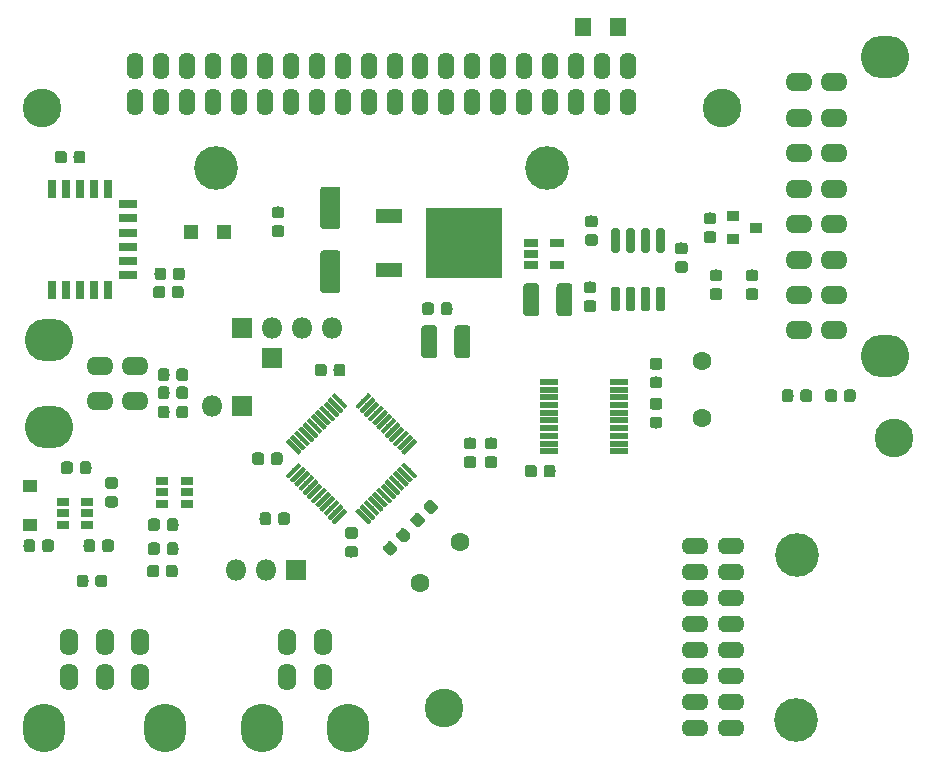
<source format=gts>
G04 #@! TF.GenerationSoftware,KiCad,Pcbnew,(5.1.2)-2*
G04 #@! TF.CreationDate,2020-04-25T17:38:05-07:00*
G04 #@! TF.ProjectId,370Z_AC_Interface,3337305a-5f41-4435-9f49-6e7465726661,rev?*
G04 #@! TF.SameCoordinates,Original*
G04 #@! TF.FileFunction,Soldermask,Top*
G04 #@! TF.FilePolarity,Negative*
%FSLAX46Y46*%
G04 Gerber Fmt 4.6, Leading zero omitted, Abs format (unit mm)*
G04 Created by KiCad (PCBNEW (5.1.2)-2) date 2020-04-25 17:38:05*
%MOMM*%
%LPD*%
G04 APERTURE LIST*
%ADD10C,0.100000*%
%ADD11C,0.976600*%
%ADD12O,1.801600X1.801600*%
%ADD13R,1.801600X1.801600*%
%ADD14R,6.501600X5.901600*%
%ADD15R,2.301600X1.301600*%
%ADD16O,4.101600X3.601600*%
%ADD17O,2.301600X1.601600*%
%ADD18R,1.551600X0.551600*%
%ADD19C,1.601600*%
%ADD20C,0.701600*%
%ADD21R,1.201600X1.201600*%
%ADD22R,1.001600X0.901600*%
%ADD23R,1.301600X1.001600*%
%ADD24C,1.351600*%
%ADD25C,1.701600*%
%ADD26R,1.161600X0.751600*%
%ADD27C,0.401600*%
%ADD28O,2.301600X1.401600*%
%ADD29C,3.701600*%
%ADD30O,1.401600X2.301600*%
%ADD31R,1.001600X0.701600*%
%ADD32O,1.601600X2.301600*%
%ADD33O,3.601600X4.101600*%
%ADD34R,0.801600X1.601600*%
%ADD35R,1.601600X0.801600*%
%ADD36R,1.401600X1.501600*%
%ADD37C,3.276600*%
G04 APERTURE END LIST*
D10*
G36*
X178550581Y-88629376D02*
G01*
X178574281Y-88632891D01*
X178597523Y-88638713D01*
X178620082Y-88646785D01*
X178641742Y-88657029D01*
X178662292Y-88669347D01*
X178681537Y-88683619D01*
X178699290Y-88699710D01*
X178715381Y-88717463D01*
X178729653Y-88736708D01*
X178741971Y-88757258D01*
X178752215Y-88778918D01*
X178760287Y-88801477D01*
X178766109Y-88824719D01*
X178769624Y-88848419D01*
X178770800Y-88872350D01*
X178770800Y-89435650D01*
X178769624Y-89459581D01*
X178766109Y-89483281D01*
X178760287Y-89506523D01*
X178752215Y-89529082D01*
X178741971Y-89550742D01*
X178729653Y-89571292D01*
X178715381Y-89590537D01*
X178699290Y-89608290D01*
X178681537Y-89624381D01*
X178662292Y-89638653D01*
X178641742Y-89650971D01*
X178620082Y-89661215D01*
X178597523Y-89669287D01*
X178574281Y-89675109D01*
X178550581Y-89678624D01*
X178526650Y-89679800D01*
X178038350Y-89679800D01*
X178014419Y-89678624D01*
X177990719Y-89675109D01*
X177967477Y-89669287D01*
X177944918Y-89661215D01*
X177923258Y-89650971D01*
X177902708Y-89638653D01*
X177883463Y-89624381D01*
X177865710Y-89608290D01*
X177849619Y-89590537D01*
X177835347Y-89571292D01*
X177823029Y-89550742D01*
X177812785Y-89529082D01*
X177804713Y-89506523D01*
X177798891Y-89483281D01*
X177795376Y-89459581D01*
X177794200Y-89435650D01*
X177794200Y-88872350D01*
X177795376Y-88848419D01*
X177798891Y-88824719D01*
X177804713Y-88801477D01*
X177812785Y-88778918D01*
X177823029Y-88757258D01*
X177835347Y-88736708D01*
X177849619Y-88717463D01*
X177865710Y-88699710D01*
X177883463Y-88683619D01*
X177902708Y-88669347D01*
X177923258Y-88657029D01*
X177944918Y-88646785D01*
X177967477Y-88638713D01*
X177990719Y-88632891D01*
X178014419Y-88629376D01*
X178038350Y-88628200D01*
X178526650Y-88628200D01*
X178550581Y-88629376D01*
X178550581Y-88629376D01*
G37*
D11*
X178282500Y-89154000D03*
D10*
G36*
X180125581Y-88629376D02*
G01*
X180149281Y-88632891D01*
X180172523Y-88638713D01*
X180195082Y-88646785D01*
X180216742Y-88657029D01*
X180237292Y-88669347D01*
X180256537Y-88683619D01*
X180274290Y-88699710D01*
X180290381Y-88717463D01*
X180304653Y-88736708D01*
X180316971Y-88757258D01*
X180327215Y-88778918D01*
X180335287Y-88801477D01*
X180341109Y-88824719D01*
X180344624Y-88848419D01*
X180345800Y-88872350D01*
X180345800Y-89435650D01*
X180344624Y-89459581D01*
X180341109Y-89483281D01*
X180335287Y-89506523D01*
X180327215Y-89529082D01*
X180316971Y-89550742D01*
X180304653Y-89571292D01*
X180290381Y-89590537D01*
X180274290Y-89608290D01*
X180256537Y-89624381D01*
X180237292Y-89638653D01*
X180216742Y-89650971D01*
X180195082Y-89661215D01*
X180172523Y-89669287D01*
X180149281Y-89675109D01*
X180125581Y-89678624D01*
X180101650Y-89679800D01*
X179613350Y-89679800D01*
X179589419Y-89678624D01*
X179565719Y-89675109D01*
X179542477Y-89669287D01*
X179519918Y-89661215D01*
X179498258Y-89650971D01*
X179477708Y-89638653D01*
X179458463Y-89624381D01*
X179440710Y-89608290D01*
X179424619Y-89590537D01*
X179410347Y-89571292D01*
X179398029Y-89550742D01*
X179387785Y-89529082D01*
X179379713Y-89506523D01*
X179373891Y-89483281D01*
X179370376Y-89459581D01*
X179369200Y-89435650D01*
X179369200Y-88872350D01*
X179370376Y-88848419D01*
X179373891Y-88824719D01*
X179379713Y-88801477D01*
X179387785Y-88778918D01*
X179398029Y-88757258D01*
X179410347Y-88736708D01*
X179424619Y-88717463D01*
X179440710Y-88699710D01*
X179458463Y-88683619D01*
X179477708Y-88669347D01*
X179498258Y-88657029D01*
X179519918Y-88646785D01*
X179542477Y-88638713D01*
X179565719Y-88632891D01*
X179589419Y-88629376D01*
X179613350Y-88628200D01*
X180101650Y-88628200D01*
X180125581Y-88629376D01*
X180125581Y-88629376D01*
G37*
D11*
X179857500Y-89154000D03*
D10*
G36*
X182233581Y-88629376D02*
G01*
X182257281Y-88632891D01*
X182280523Y-88638713D01*
X182303082Y-88646785D01*
X182324742Y-88657029D01*
X182345292Y-88669347D01*
X182364537Y-88683619D01*
X182382290Y-88699710D01*
X182398381Y-88717463D01*
X182412653Y-88736708D01*
X182424971Y-88757258D01*
X182435215Y-88778918D01*
X182443287Y-88801477D01*
X182449109Y-88824719D01*
X182452624Y-88848419D01*
X182453800Y-88872350D01*
X182453800Y-89435650D01*
X182452624Y-89459581D01*
X182449109Y-89483281D01*
X182443287Y-89506523D01*
X182435215Y-89529082D01*
X182424971Y-89550742D01*
X182412653Y-89571292D01*
X182398381Y-89590537D01*
X182382290Y-89608290D01*
X182364537Y-89624381D01*
X182345292Y-89638653D01*
X182324742Y-89650971D01*
X182303082Y-89661215D01*
X182280523Y-89669287D01*
X182257281Y-89675109D01*
X182233581Y-89678624D01*
X182209650Y-89679800D01*
X181721350Y-89679800D01*
X181697419Y-89678624D01*
X181673719Y-89675109D01*
X181650477Y-89669287D01*
X181627918Y-89661215D01*
X181606258Y-89650971D01*
X181585708Y-89638653D01*
X181566463Y-89624381D01*
X181548710Y-89608290D01*
X181532619Y-89590537D01*
X181518347Y-89571292D01*
X181506029Y-89550742D01*
X181495785Y-89529082D01*
X181487713Y-89506523D01*
X181481891Y-89483281D01*
X181478376Y-89459581D01*
X181477200Y-89435650D01*
X181477200Y-88872350D01*
X181478376Y-88848419D01*
X181481891Y-88824719D01*
X181487713Y-88801477D01*
X181495785Y-88778918D01*
X181506029Y-88757258D01*
X181518347Y-88736708D01*
X181532619Y-88717463D01*
X181548710Y-88699710D01*
X181566463Y-88683619D01*
X181585708Y-88669347D01*
X181606258Y-88657029D01*
X181627918Y-88646785D01*
X181650477Y-88638713D01*
X181673719Y-88632891D01*
X181697419Y-88629376D01*
X181721350Y-88628200D01*
X182209650Y-88628200D01*
X182233581Y-88629376D01*
X182233581Y-88629376D01*
G37*
D11*
X181965500Y-89154000D03*
D10*
G36*
X183808581Y-88629376D02*
G01*
X183832281Y-88632891D01*
X183855523Y-88638713D01*
X183878082Y-88646785D01*
X183899742Y-88657029D01*
X183920292Y-88669347D01*
X183939537Y-88683619D01*
X183957290Y-88699710D01*
X183973381Y-88717463D01*
X183987653Y-88736708D01*
X183999971Y-88757258D01*
X184010215Y-88778918D01*
X184018287Y-88801477D01*
X184024109Y-88824719D01*
X184027624Y-88848419D01*
X184028800Y-88872350D01*
X184028800Y-89435650D01*
X184027624Y-89459581D01*
X184024109Y-89483281D01*
X184018287Y-89506523D01*
X184010215Y-89529082D01*
X183999971Y-89550742D01*
X183987653Y-89571292D01*
X183973381Y-89590537D01*
X183957290Y-89608290D01*
X183939537Y-89624381D01*
X183920292Y-89638653D01*
X183899742Y-89650971D01*
X183878082Y-89661215D01*
X183855523Y-89669287D01*
X183832281Y-89675109D01*
X183808581Y-89678624D01*
X183784650Y-89679800D01*
X183296350Y-89679800D01*
X183272419Y-89678624D01*
X183248719Y-89675109D01*
X183225477Y-89669287D01*
X183202918Y-89661215D01*
X183181258Y-89650971D01*
X183160708Y-89638653D01*
X183141463Y-89624381D01*
X183123710Y-89608290D01*
X183107619Y-89590537D01*
X183093347Y-89571292D01*
X183081029Y-89550742D01*
X183070785Y-89529082D01*
X183062713Y-89506523D01*
X183056891Y-89483281D01*
X183053376Y-89459581D01*
X183052200Y-89435650D01*
X183052200Y-88872350D01*
X183053376Y-88848419D01*
X183056891Y-88824719D01*
X183062713Y-88801477D01*
X183070785Y-88778918D01*
X183081029Y-88757258D01*
X183093347Y-88736708D01*
X183107619Y-88717463D01*
X183123710Y-88699710D01*
X183141463Y-88683619D01*
X183160708Y-88669347D01*
X183181258Y-88657029D01*
X183202918Y-88646785D01*
X183225477Y-88638713D01*
X183248719Y-88632891D01*
X183272419Y-88629376D01*
X183296350Y-88628200D01*
X183784650Y-88628200D01*
X183808581Y-88629376D01*
X183808581Y-88629376D01*
G37*
D11*
X183540500Y-89154000D03*
D12*
X129540000Y-90043000D03*
D13*
X132080000Y-90043000D03*
D10*
G36*
X127293581Y-88375376D02*
G01*
X127317281Y-88378891D01*
X127340523Y-88384713D01*
X127363082Y-88392785D01*
X127384742Y-88403029D01*
X127405292Y-88415347D01*
X127424537Y-88429619D01*
X127442290Y-88445710D01*
X127458381Y-88463463D01*
X127472653Y-88482708D01*
X127484971Y-88503258D01*
X127495215Y-88524918D01*
X127503287Y-88547477D01*
X127509109Y-88570719D01*
X127512624Y-88594419D01*
X127513800Y-88618350D01*
X127513800Y-89181650D01*
X127512624Y-89205581D01*
X127509109Y-89229281D01*
X127503287Y-89252523D01*
X127495215Y-89275082D01*
X127484971Y-89296742D01*
X127472653Y-89317292D01*
X127458381Y-89336537D01*
X127442290Y-89354290D01*
X127424537Y-89370381D01*
X127405292Y-89384653D01*
X127384742Y-89396971D01*
X127363082Y-89407215D01*
X127340523Y-89415287D01*
X127317281Y-89421109D01*
X127293581Y-89424624D01*
X127269650Y-89425800D01*
X126781350Y-89425800D01*
X126757419Y-89424624D01*
X126733719Y-89421109D01*
X126710477Y-89415287D01*
X126687918Y-89407215D01*
X126666258Y-89396971D01*
X126645708Y-89384653D01*
X126626463Y-89370381D01*
X126608710Y-89354290D01*
X126592619Y-89336537D01*
X126578347Y-89317292D01*
X126566029Y-89296742D01*
X126555785Y-89275082D01*
X126547713Y-89252523D01*
X126541891Y-89229281D01*
X126538376Y-89205581D01*
X126537200Y-89181650D01*
X126537200Y-88618350D01*
X126538376Y-88594419D01*
X126541891Y-88570719D01*
X126547713Y-88547477D01*
X126555785Y-88524918D01*
X126566029Y-88503258D01*
X126578347Y-88482708D01*
X126592619Y-88463463D01*
X126608710Y-88445710D01*
X126626463Y-88429619D01*
X126645708Y-88415347D01*
X126666258Y-88403029D01*
X126687918Y-88392785D01*
X126710477Y-88384713D01*
X126733719Y-88378891D01*
X126757419Y-88375376D01*
X126781350Y-88374200D01*
X127269650Y-88374200D01*
X127293581Y-88375376D01*
X127293581Y-88375376D01*
G37*
D11*
X127025500Y-88900000D03*
D10*
G36*
X125718581Y-88375376D02*
G01*
X125742281Y-88378891D01*
X125765523Y-88384713D01*
X125788082Y-88392785D01*
X125809742Y-88403029D01*
X125830292Y-88415347D01*
X125849537Y-88429619D01*
X125867290Y-88445710D01*
X125883381Y-88463463D01*
X125897653Y-88482708D01*
X125909971Y-88503258D01*
X125920215Y-88524918D01*
X125928287Y-88547477D01*
X125934109Y-88570719D01*
X125937624Y-88594419D01*
X125938800Y-88618350D01*
X125938800Y-89181650D01*
X125937624Y-89205581D01*
X125934109Y-89229281D01*
X125928287Y-89252523D01*
X125920215Y-89275082D01*
X125909971Y-89296742D01*
X125897653Y-89317292D01*
X125883381Y-89336537D01*
X125867290Y-89354290D01*
X125849537Y-89370381D01*
X125830292Y-89384653D01*
X125809742Y-89396971D01*
X125788082Y-89407215D01*
X125765523Y-89415287D01*
X125742281Y-89421109D01*
X125718581Y-89424624D01*
X125694650Y-89425800D01*
X125206350Y-89425800D01*
X125182419Y-89424624D01*
X125158719Y-89421109D01*
X125135477Y-89415287D01*
X125112918Y-89407215D01*
X125091258Y-89396971D01*
X125070708Y-89384653D01*
X125051463Y-89370381D01*
X125033710Y-89354290D01*
X125017619Y-89336537D01*
X125003347Y-89317292D01*
X124991029Y-89296742D01*
X124980785Y-89275082D01*
X124972713Y-89252523D01*
X124966891Y-89229281D01*
X124963376Y-89205581D01*
X124962200Y-89181650D01*
X124962200Y-88618350D01*
X124963376Y-88594419D01*
X124966891Y-88570719D01*
X124972713Y-88547477D01*
X124980785Y-88524918D01*
X124991029Y-88503258D01*
X125003347Y-88482708D01*
X125017619Y-88463463D01*
X125033710Y-88445710D01*
X125051463Y-88429619D01*
X125070708Y-88415347D01*
X125091258Y-88403029D01*
X125112918Y-88392785D01*
X125135477Y-88384713D01*
X125158719Y-88378891D01*
X125182419Y-88375376D01*
X125206350Y-88374200D01*
X125694650Y-88374200D01*
X125718581Y-88375376D01*
X125718581Y-88375376D01*
G37*
D11*
X125450500Y-88900000D03*
D10*
G36*
X127293581Y-86851376D02*
G01*
X127317281Y-86854891D01*
X127340523Y-86860713D01*
X127363082Y-86868785D01*
X127384742Y-86879029D01*
X127405292Y-86891347D01*
X127424537Y-86905619D01*
X127442290Y-86921710D01*
X127458381Y-86939463D01*
X127472653Y-86958708D01*
X127484971Y-86979258D01*
X127495215Y-87000918D01*
X127503287Y-87023477D01*
X127509109Y-87046719D01*
X127512624Y-87070419D01*
X127513800Y-87094350D01*
X127513800Y-87657650D01*
X127512624Y-87681581D01*
X127509109Y-87705281D01*
X127503287Y-87728523D01*
X127495215Y-87751082D01*
X127484971Y-87772742D01*
X127472653Y-87793292D01*
X127458381Y-87812537D01*
X127442290Y-87830290D01*
X127424537Y-87846381D01*
X127405292Y-87860653D01*
X127384742Y-87872971D01*
X127363082Y-87883215D01*
X127340523Y-87891287D01*
X127317281Y-87897109D01*
X127293581Y-87900624D01*
X127269650Y-87901800D01*
X126781350Y-87901800D01*
X126757419Y-87900624D01*
X126733719Y-87897109D01*
X126710477Y-87891287D01*
X126687918Y-87883215D01*
X126666258Y-87872971D01*
X126645708Y-87860653D01*
X126626463Y-87846381D01*
X126608710Y-87830290D01*
X126592619Y-87812537D01*
X126578347Y-87793292D01*
X126566029Y-87772742D01*
X126555785Y-87751082D01*
X126547713Y-87728523D01*
X126541891Y-87705281D01*
X126538376Y-87681581D01*
X126537200Y-87657650D01*
X126537200Y-87094350D01*
X126538376Y-87070419D01*
X126541891Y-87046719D01*
X126547713Y-87023477D01*
X126555785Y-87000918D01*
X126566029Y-86979258D01*
X126578347Y-86958708D01*
X126592619Y-86939463D01*
X126608710Y-86921710D01*
X126626463Y-86905619D01*
X126645708Y-86891347D01*
X126666258Y-86879029D01*
X126687918Y-86868785D01*
X126710477Y-86860713D01*
X126733719Y-86854891D01*
X126757419Y-86851376D01*
X126781350Y-86850200D01*
X127269650Y-86850200D01*
X127293581Y-86851376D01*
X127293581Y-86851376D01*
G37*
D11*
X127025500Y-87376000D03*
D10*
G36*
X125718581Y-86851376D02*
G01*
X125742281Y-86854891D01*
X125765523Y-86860713D01*
X125788082Y-86868785D01*
X125809742Y-86879029D01*
X125830292Y-86891347D01*
X125849537Y-86905619D01*
X125867290Y-86921710D01*
X125883381Y-86939463D01*
X125897653Y-86958708D01*
X125909971Y-86979258D01*
X125920215Y-87000918D01*
X125928287Y-87023477D01*
X125934109Y-87046719D01*
X125937624Y-87070419D01*
X125938800Y-87094350D01*
X125938800Y-87657650D01*
X125937624Y-87681581D01*
X125934109Y-87705281D01*
X125928287Y-87728523D01*
X125920215Y-87751082D01*
X125909971Y-87772742D01*
X125897653Y-87793292D01*
X125883381Y-87812537D01*
X125867290Y-87830290D01*
X125849537Y-87846381D01*
X125830292Y-87860653D01*
X125809742Y-87872971D01*
X125788082Y-87883215D01*
X125765523Y-87891287D01*
X125742281Y-87897109D01*
X125718581Y-87900624D01*
X125694650Y-87901800D01*
X125206350Y-87901800D01*
X125182419Y-87900624D01*
X125158719Y-87897109D01*
X125135477Y-87891287D01*
X125112918Y-87883215D01*
X125091258Y-87872971D01*
X125070708Y-87860653D01*
X125051463Y-87846381D01*
X125033710Y-87830290D01*
X125017619Y-87812537D01*
X125003347Y-87793292D01*
X124991029Y-87772742D01*
X124980785Y-87751082D01*
X124972713Y-87728523D01*
X124966891Y-87705281D01*
X124963376Y-87681581D01*
X124962200Y-87657650D01*
X124962200Y-87094350D01*
X124963376Y-87070419D01*
X124966891Y-87046719D01*
X124972713Y-87023477D01*
X124980785Y-87000918D01*
X124991029Y-86979258D01*
X125003347Y-86958708D01*
X125017619Y-86939463D01*
X125033710Y-86921710D01*
X125051463Y-86905619D01*
X125070708Y-86891347D01*
X125091258Y-86879029D01*
X125112918Y-86868785D01*
X125135477Y-86860713D01*
X125158719Y-86854891D01*
X125182419Y-86851376D01*
X125206350Y-86850200D01*
X125694650Y-86850200D01*
X125718581Y-86851376D01*
X125718581Y-86851376D01*
G37*
D11*
X125450500Y-87376000D03*
D10*
G36*
X125718581Y-90026376D02*
G01*
X125742281Y-90029891D01*
X125765523Y-90035713D01*
X125788082Y-90043785D01*
X125809742Y-90054029D01*
X125830292Y-90066347D01*
X125849537Y-90080619D01*
X125867290Y-90096710D01*
X125883381Y-90114463D01*
X125897653Y-90133708D01*
X125909971Y-90154258D01*
X125920215Y-90175918D01*
X125928287Y-90198477D01*
X125934109Y-90221719D01*
X125937624Y-90245419D01*
X125938800Y-90269350D01*
X125938800Y-90832650D01*
X125937624Y-90856581D01*
X125934109Y-90880281D01*
X125928287Y-90903523D01*
X125920215Y-90926082D01*
X125909971Y-90947742D01*
X125897653Y-90968292D01*
X125883381Y-90987537D01*
X125867290Y-91005290D01*
X125849537Y-91021381D01*
X125830292Y-91035653D01*
X125809742Y-91047971D01*
X125788082Y-91058215D01*
X125765523Y-91066287D01*
X125742281Y-91072109D01*
X125718581Y-91075624D01*
X125694650Y-91076800D01*
X125206350Y-91076800D01*
X125182419Y-91075624D01*
X125158719Y-91072109D01*
X125135477Y-91066287D01*
X125112918Y-91058215D01*
X125091258Y-91047971D01*
X125070708Y-91035653D01*
X125051463Y-91021381D01*
X125033710Y-91005290D01*
X125017619Y-90987537D01*
X125003347Y-90968292D01*
X124991029Y-90947742D01*
X124980785Y-90926082D01*
X124972713Y-90903523D01*
X124966891Y-90880281D01*
X124963376Y-90856581D01*
X124962200Y-90832650D01*
X124962200Y-90269350D01*
X124963376Y-90245419D01*
X124966891Y-90221719D01*
X124972713Y-90198477D01*
X124980785Y-90175918D01*
X124991029Y-90154258D01*
X125003347Y-90133708D01*
X125017619Y-90114463D01*
X125033710Y-90096710D01*
X125051463Y-90080619D01*
X125070708Y-90066347D01*
X125091258Y-90054029D01*
X125112918Y-90043785D01*
X125135477Y-90035713D01*
X125158719Y-90029891D01*
X125182419Y-90026376D01*
X125206350Y-90025200D01*
X125694650Y-90025200D01*
X125718581Y-90026376D01*
X125718581Y-90026376D01*
G37*
D11*
X125450500Y-90551000D03*
D10*
G36*
X127293581Y-90026376D02*
G01*
X127317281Y-90029891D01*
X127340523Y-90035713D01*
X127363082Y-90043785D01*
X127384742Y-90054029D01*
X127405292Y-90066347D01*
X127424537Y-90080619D01*
X127442290Y-90096710D01*
X127458381Y-90114463D01*
X127472653Y-90133708D01*
X127484971Y-90154258D01*
X127495215Y-90175918D01*
X127503287Y-90198477D01*
X127509109Y-90221719D01*
X127512624Y-90245419D01*
X127513800Y-90269350D01*
X127513800Y-90832650D01*
X127512624Y-90856581D01*
X127509109Y-90880281D01*
X127503287Y-90903523D01*
X127495215Y-90926082D01*
X127484971Y-90947742D01*
X127472653Y-90968292D01*
X127458381Y-90987537D01*
X127442290Y-91005290D01*
X127424537Y-91021381D01*
X127405292Y-91035653D01*
X127384742Y-91047971D01*
X127363082Y-91058215D01*
X127340523Y-91066287D01*
X127317281Y-91072109D01*
X127293581Y-91075624D01*
X127269650Y-91076800D01*
X126781350Y-91076800D01*
X126757419Y-91075624D01*
X126733719Y-91072109D01*
X126710477Y-91066287D01*
X126687918Y-91058215D01*
X126666258Y-91047971D01*
X126645708Y-91035653D01*
X126626463Y-91021381D01*
X126608710Y-91005290D01*
X126592619Y-90987537D01*
X126578347Y-90968292D01*
X126566029Y-90947742D01*
X126555785Y-90926082D01*
X126547713Y-90903523D01*
X126541891Y-90880281D01*
X126538376Y-90856581D01*
X126537200Y-90832650D01*
X126537200Y-90269350D01*
X126538376Y-90245419D01*
X126541891Y-90221719D01*
X126547713Y-90198477D01*
X126555785Y-90175918D01*
X126566029Y-90154258D01*
X126578347Y-90133708D01*
X126592619Y-90114463D01*
X126608710Y-90096710D01*
X126626463Y-90080619D01*
X126645708Y-90066347D01*
X126666258Y-90054029D01*
X126687918Y-90043785D01*
X126710477Y-90035713D01*
X126733719Y-90029891D01*
X126757419Y-90026376D01*
X126781350Y-90025200D01*
X127269650Y-90025200D01*
X127293581Y-90026376D01*
X127293581Y-90026376D01*
G37*
D11*
X127025500Y-90551000D03*
D10*
G36*
X117019081Y-68436376D02*
G01*
X117042781Y-68439891D01*
X117066023Y-68445713D01*
X117088582Y-68453785D01*
X117110242Y-68464029D01*
X117130792Y-68476347D01*
X117150037Y-68490619D01*
X117167790Y-68506710D01*
X117183881Y-68524463D01*
X117198153Y-68543708D01*
X117210471Y-68564258D01*
X117220715Y-68585918D01*
X117228787Y-68608477D01*
X117234609Y-68631719D01*
X117238124Y-68655419D01*
X117239300Y-68679350D01*
X117239300Y-69242650D01*
X117238124Y-69266581D01*
X117234609Y-69290281D01*
X117228787Y-69313523D01*
X117220715Y-69336082D01*
X117210471Y-69357742D01*
X117198153Y-69378292D01*
X117183881Y-69397537D01*
X117167790Y-69415290D01*
X117150037Y-69431381D01*
X117130792Y-69445653D01*
X117110242Y-69457971D01*
X117088582Y-69468215D01*
X117066023Y-69476287D01*
X117042781Y-69482109D01*
X117019081Y-69485624D01*
X116995150Y-69486800D01*
X116506850Y-69486800D01*
X116482919Y-69485624D01*
X116459219Y-69482109D01*
X116435977Y-69476287D01*
X116413418Y-69468215D01*
X116391758Y-69457971D01*
X116371208Y-69445653D01*
X116351963Y-69431381D01*
X116334210Y-69415290D01*
X116318119Y-69397537D01*
X116303847Y-69378292D01*
X116291529Y-69357742D01*
X116281285Y-69336082D01*
X116273213Y-69313523D01*
X116267391Y-69290281D01*
X116263876Y-69266581D01*
X116262700Y-69242650D01*
X116262700Y-68679350D01*
X116263876Y-68655419D01*
X116267391Y-68631719D01*
X116273213Y-68608477D01*
X116281285Y-68585918D01*
X116291529Y-68564258D01*
X116303847Y-68543708D01*
X116318119Y-68524463D01*
X116334210Y-68506710D01*
X116351963Y-68490619D01*
X116371208Y-68476347D01*
X116391758Y-68464029D01*
X116413418Y-68453785D01*
X116435977Y-68445713D01*
X116459219Y-68439891D01*
X116482919Y-68436376D01*
X116506850Y-68435200D01*
X116995150Y-68435200D01*
X117019081Y-68436376D01*
X117019081Y-68436376D01*
G37*
D11*
X116751000Y-68961000D03*
D10*
G36*
X118594081Y-68436376D02*
G01*
X118617781Y-68439891D01*
X118641023Y-68445713D01*
X118663582Y-68453785D01*
X118685242Y-68464029D01*
X118705792Y-68476347D01*
X118725037Y-68490619D01*
X118742790Y-68506710D01*
X118758881Y-68524463D01*
X118773153Y-68543708D01*
X118785471Y-68564258D01*
X118795715Y-68585918D01*
X118803787Y-68608477D01*
X118809609Y-68631719D01*
X118813124Y-68655419D01*
X118814300Y-68679350D01*
X118814300Y-69242650D01*
X118813124Y-69266581D01*
X118809609Y-69290281D01*
X118803787Y-69313523D01*
X118795715Y-69336082D01*
X118785471Y-69357742D01*
X118773153Y-69378292D01*
X118758881Y-69397537D01*
X118742790Y-69415290D01*
X118725037Y-69431381D01*
X118705792Y-69445653D01*
X118685242Y-69457971D01*
X118663582Y-69468215D01*
X118641023Y-69476287D01*
X118617781Y-69482109D01*
X118594081Y-69485624D01*
X118570150Y-69486800D01*
X118081850Y-69486800D01*
X118057919Y-69485624D01*
X118034219Y-69482109D01*
X118010977Y-69476287D01*
X117988418Y-69468215D01*
X117966758Y-69457971D01*
X117946208Y-69445653D01*
X117926963Y-69431381D01*
X117909210Y-69415290D01*
X117893119Y-69397537D01*
X117878847Y-69378292D01*
X117866529Y-69357742D01*
X117856285Y-69336082D01*
X117848213Y-69313523D01*
X117842391Y-69290281D01*
X117838876Y-69266581D01*
X117837700Y-69242650D01*
X117837700Y-68679350D01*
X117838876Y-68655419D01*
X117842391Y-68631719D01*
X117848213Y-68608477D01*
X117856285Y-68585918D01*
X117866529Y-68564258D01*
X117878847Y-68543708D01*
X117893119Y-68524463D01*
X117909210Y-68506710D01*
X117926963Y-68490619D01*
X117946208Y-68476347D01*
X117966758Y-68464029D01*
X117988418Y-68453785D01*
X118010977Y-68445713D01*
X118034219Y-68439891D01*
X118057919Y-68436376D01*
X118081850Y-68435200D01*
X118570150Y-68435200D01*
X118594081Y-68436376D01*
X118594081Y-68436376D01*
G37*
D11*
X118326000Y-68961000D03*
D13*
X134620000Y-85979000D03*
D14*
X150852000Y-76199000D03*
D15*
X144552000Y-78479000D03*
X144552000Y-73919000D03*
D16*
X115719000Y-91798000D03*
X115719000Y-84478000D03*
D17*
X120039000Y-89638000D03*
X120039000Y-86638000D03*
X123039000Y-86638000D03*
X123039000Y-89638000D03*
D18*
X158086000Y-93857000D03*
X158086000Y-93207000D03*
X158086000Y-92557000D03*
X158086000Y-91907000D03*
X158086000Y-91257000D03*
X158086000Y-90607000D03*
X158086000Y-89957000D03*
X158086000Y-89307000D03*
X158086000Y-88657000D03*
X158086000Y-88007000D03*
X163986000Y-88007000D03*
X163986000Y-88657000D03*
X163986000Y-89307000D03*
X163986000Y-89957000D03*
X163986000Y-90607000D03*
X163986000Y-91257000D03*
X163986000Y-91907000D03*
X163986000Y-92557000D03*
X163986000Y-93207000D03*
X163986000Y-93857000D03*
D19*
X171069000Y-91059000D03*
X171069000Y-86179000D03*
X150580181Y-101578319D03*
X147129500Y-105029000D03*
D10*
G36*
X163895592Y-74986045D02*
G01*
X163912619Y-74988570D01*
X163929316Y-74992753D01*
X163945523Y-74998552D01*
X163961083Y-75005911D01*
X163975847Y-75014760D01*
X163989673Y-75025014D01*
X164002427Y-75036573D01*
X164013986Y-75049327D01*
X164024240Y-75063153D01*
X164033089Y-75077917D01*
X164040448Y-75093477D01*
X164046247Y-75109684D01*
X164050430Y-75126381D01*
X164052955Y-75143408D01*
X164053800Y-75160600D01*
X164053800Y-76861400D01*
X164052955Y-76878592D01*
X164050430Y-76895619D01*
X164046247Y-76912316D01*
X164040448Y-76928523D01*
X164033089Y-76944083D01*
X164024240Y-76958847D01*
X164013986Y-76972673D01*
X164002427Y-76985427D01*
X163989673Y-76996986D01*
X163975847Y-77007240D01*
X163961083Y-77016089D01*
X163945523Y-77023448D01*
X163929316Y-77029247D01*
X163912619Y-77033430D01*
X163895592Y-77035955D01*
X163878400Y-77036800D01*
X163527600Y-77036800D01*
X163510408Y-77035955D01*
X163493381Y-77033430D01*
X163476684Y-77029247D01*
X163460477Y-77023448D01*
X163444917Y-77016089D01*
X163430153Y-77007240D01*
X163416327Y-76996986D01*
X163403573Y-76985427D01*
X163392014Y-76972673D01*
X163381760Y-76958847D01*
X163372911Y-76944083D01*
X163365552Y-76928523D01*
X163359753Y-76912316D01*
X163355570Y-76895619D01*
X163353045Y-76878592D01*
X163352200Y-76861400D01*
X163352200Y-75160600D01*
X163353045Y-75143408D01*
X163355570Y-75126381D01*
X163359753Y-75109684D01*
X163365552Y-75093477D01*
X163372911Y-75077917D01*
X163381760Y-75063153D01*
X163392014Y-75049327D01*
X163403573Y-75036573D01*
X163416327Y-75025014D01*
X163430153Y-75014760D01*
X163444917Y-75005911D01*
X163460477Y-74998552D01*
X163476684Y-74992753D01*
X163493381Y-74988570D01*
X163510408Y-74986045D01*
X163527600Y-74985200D01*
X163878400Y-74985200D01*
X163895592Y-74986045D01*
X163895592Y-74986045D01*
G37*
D20*
X163703000Y-76011000D03*
D10*
G36*
X165165592Y-74986045D02*
G01*
X165182619Y-74988570D01*
X165199316Y-74992753D01*
X165215523Y-74998552D01*
X165231083Y-75005911D01*
X165245847Y-75014760D01*
X165259673Y-75025014D01*
X165272427Y-75036573D01*
X165283986Y-75049327D01*
X165294240Y-75063153D01*
X165303089Y-75077917D01*
X165310448Y-75093477D01*
X165316247Y-75109684D01*
X165320430Y-75126381D01*
X165322955Y-75143408D01*
X165323800Y-75160600D01*
X165323800Y-76861400D01*
X165322955Y-76878592D01*
X165320430Y-76895619D01*
X165316247Y-76912316D01*
X165310448Y-76928523D01*
X165303089Y-76944083D01*
X165294240Y-76958847D01*
X165283986Y-76972673D01*
X165272427Y-76985427D01*
X165259673Y-76996986D01*
X165245847Y-77007240D01*
X165231083Y-77016089D01*
X165215523Y-77023448D01*
X165199316Y-77029247D01*
X165182619Y-77033430D01*
X165165592Y-77035955D01*
X165148400Y-77036800D01*
X164797600Y-77036800D01*
X164780408Y-77035955D01*
X164763381Y-77033430D01*
X164746684Y-77029247D01*
X164730477Y-77023448D01*
X164714917Y-77016089D01*
X164700153Y-77007240D01*
X164686327Y-76996986D01*
X164673573Y-76985427D01*
X164662014Y-76972673D01*
X164651760Y-76958847D01*
X164642911Y-76944083D01*
X164635552Y-76928523D01*
X164629753Y-76912316D01*
X164625570Y-76895619D01*
X164623045Y-76878592D01*
X164622200Y-76861400D01*
X164622200Y-75160600D01*
X164623045Y-75143408D01*
X164625570Y-75126381D01*
X164629753Y-75109684D01*
X164635552Y-75093477D01*
X164642911Y-75077917D01*
X164651760Y-75063153D01*
X164662014Y-75049327D01*
X164673573Y-75036573D01*
X164686327Y-75025014D01*
X164700153Y-75014760D01*
X164714917Y-75005911D01*
X164730477Y-74998552D01*
X164746684Y-74992753D01*
X164763381Y-74988570D01*
X164780408Y-74986045D01*
X164797600Y-74985200D01*
X165148400Y-74985200D01*
X165165592Y-74986045D01*
X165165592Y-74986045D01*
G37*
D20*
X164973000Y-76011000D03*
D10*
G36*
X166435592Y-74986045D02*
G01*
X166452619Y-74988570D01*
X166469316Y-74992753D01*
X166485523Y-74998552D01*
X166501083Y-75005911D01*
X166515847Y-75014760D01*
X166529673Y-75025014D01*
X166542427Y-75036573D01*
X166553986Y-75049327D01*
X166564240Y-75063153D01*
X166573089Y-75077917D01*
X166580448Y-75093477D01*
X166586247Y-75109684D01*
X166590430Y-75126381D01*
X166592955Y-75143408D01*
X166593800Y-75160600D01*
X166593800Y-76861400D01*
X166592955Y-76878592D01*
X166590430Y-76895619D01*
X166586247Y-76912316D01*
X166580448Y-76928523D01*
X166573089Y-76944083D01*
X166564240Y-76958847D01*
X166553986Y-76972673D01*
X166542427Y-76985427D01*
X166529673Y-76996986D01*
X166515847Y-77007240D01*
X166501083Y-77016089D01*
X166485523Y-77023448D01*
X166469316Y-77029247D01*
X166452619Y-77033430D01*
X166435592Y-77035955D01*
X166418400Y-77036800D01*
X166067600Y-77036800D01*
X166050408Y-77035955D01*
X166033381Y-77033430D01*
X166016684Y-77029247D01*
X166000477Y-77023448D01*
X165984917Y-77016089D01*
X165970153Y-77007240D01*
X165956327Y-76996986D01*
X165943573Y-76985427D01*
X165932014Y-76972673D01*
X165921760Y-76958847D01*
X165912911Y-76944083D01*
X165905552Y-76928523D01*
X165899753Y-76912316D01*
X165895570Y-76895619D01*
X165893045Y-76878592D01*
X165892200Y-76861400D01*
X165892200Y-75160600D01*
X165893045Y-75143408D01*
X165895570Y-75126381D01*
X165899753Y-75109684D01*
X165905552Y-75093477D01*
X165912911Y-75077917D01*
X165921760Y-75063153D01*
X165932014Y-75049327D01*
X165943573Y-75036573D01*
X165956327Y-75025014D01*
X165970153Y-75014760D01*
X165984917Y-75005911D01*
X166000477Y-74998552D01*
X166016684Y-74992753D01*
X166033381Y-74988570D01*
X166050408Y-74986045D01*
X166067600Y-74985200D01*
X166418400Y-74985200D01*
X166435592Y-74986045D01*
X166435592Y-74986045D01*
G37*
D20*
X166243000Y-76011000D03*
D10*
G36*
X167705592Y-74986045D02*
G01*
X167722619Y-74988570D01*
X167739316Y-74992753D01*
X167755523Y-74998552D01*
X167771083Y-75005911D01*
X167785847Y-75014760D01*
X167799673Y-75025014D01*
X167812427Y-75036573D01*
X167823986Y-75049327D01*
X167834240Y-75063153D01*
X167843089Y-75077917D01*
X167850448Y-75093477D01*
X167856247Y-75109684D01*
X167860430Y-75126381D01*
X167862955Y-75143408D01*
X167863800Y-75160600D01*
X167863800Y-76861400D01*
X167862955Y-76878592D01*
X167860430Y-76895619D01*
X167856247Y-76912316D01*
X167850448Y-76928523D01*
X167843089Y-76944083D01*
X167834240Y-76958847D01*
X167823986Y-76972673D01*
X167812427Y-76985427D01*
X167799673Y-76996986D01*
X167785847Y-77007240D01*
X167771083Y-77016089D01*
X167755523Y-77023448D01*
X167739316Y-77029247D01*
X167722619Y-77033430D01*
X167705592Y-77035955D01*
X167688400Y-77036800D01*
X167337600Y-77036800D01*
X167320408Y-77035955D01*
X167303381Y-77033430D01*
X167286684Y-77029247D01*
X167270477Y-77023448D01*
X167254917Y-77016089D01*
X167240153Y-77007240D01*
X167226327Y-76996986D01*
X167213573Y-76985427D01*
X167202014Y-76972673D01*
X167191760Y-76958847D01*
X167182911Y-76944083D01*
X167175552Y-76928523D01*
X167169753Y-76912316D01*
X167165570Y-76895619D01*
X167163045Y-76878592D01*
X167162200Y-76861400D01*
X167162200Y-75160600D01*
X167163045Y-75143408D01*
X167165570Y-75126381D01*
X167169753Y-75109684D01*
X167175552Y-75093477D01*
X167182911Y-75077917D01*
X167191760Y-75063153D01*
X167202014Y-75049327D01*
X167213573Y-75036573D01*
X167226327Y-75025014D01*
X167240153Y-75014760D01*
X167254917Y-75005911D01*
X167270477Y-74998552D01*
X167286684Y-74992753D01*
X167303381Y-74988570D01*
X167320408Y-74986045D01*
X167337600Y-74985200D01*
X167688400Y-74985200D01*
X167705592Y-74986045D01*
X167705592Y-74986045D01*
G37*
D20*
X167513000Y-76011000D03*
D10*
G36*
X167705592Y-79936045D02*
G01*
X167722619Y-79938570D01*
X167739316Y-79942753D01*
X167755523Y-79948552D01*
X167771083Y-79955911D01*
X167785847Y-79964760D01*
X167799673Y-79975014D01*
X167812427Y-79986573D01*
X167823986Y-79999327D01*
X167834240Y-80013153D01*
X167843089Y-80027917D01*
X167850448Y-80043477D01*
X167856247Y-80059684D01*
X167860430Y-80076381D01*
X167862955Y-80093408D01*
X167863800Y-80110600D01*
X167863800Y-81811400D01*
X167862955Y-81828592D01*
X167860430Y-81845619D01*
X167856247Y-81862316D01*
X167850448Y-81878523D01*
X167843089Y-81894083D01*
X167834240Y-81908847D01*
X167823986Y-81922673D01*
X167812427Y-81935427D01*
X167799673Y-81946986D01*
X167785847Y-81957240D01*
X167771083Y-81966089D01*
X167755523Y-81973448D01*
X167739316Y-81979247D01*
X167722619Y-81983430D01*
X167705592Y-81985955D01*
X167688400Y-81986800D01*
X167337600Y-81986800D01*
X167320408Y-81985955D01*
X167303381Y-81983430D01*
X167286684Y-81979247D01*
X167270477Y-81973448D01*
X167254917Y-81966089D01*
X167240153Y-81957240D01*
X167226327Y-81946986D01*
X167213573Y-81935427D01*
X167202014Y-81922673D01*
X167191760Y-81908847D01*
X167182911Y-81894083D01*
X167175552Y-81878523D01*
X167169753Y-81862316D01*
X167165570Y-81845619D01*
X167163045Y-81828592D01*
X167162200Y-81811400D01*
X167162200Y-80110600D01*
X167163045Y-80093408D01*
X167165570Y-80076381D01*
X167169753Y-80059684D01*
X167175552Y-80043477D01*
X167182911Y-80027917D01*
X167191760Y-80013153D01*
X167202014Y-79999327D01*
X167213573Y-79986573D01*
X167226327Y-79975014D01*
X167240153Y-79964760D01*
X167254917Y-79955911D01*
X167270477Y-79948552D01*
X167286684Y-79942753D01*
X167303381Y-79938570D01*
X167320408Y-79936045D01*
X167337600Y-79935200D01*
X167688400Y-79935200D01*
X167705592Y-79936045D01*
X167705592Y-79936045D01*
G37*
D20*
X167513000Y-80961000D03*
D10*
G36*
X166435592Y-79936045D02*
G01*
X166452619Y-79938570D01*
X166469316Y-79942753D01*
X166485523Y-79948552D01*
X166501083Y-79955911D01*
X166515847Y-79964760D01*
X166529673Y-79975014D01*
X166542427Y-79986573D01*
X166553986Y-79999327D01*
X166564240Y-80013153D01*
X166573089Y-80027917D01*
X166580448Y-80043477D01*
X166586247Y-80059684D01*
X166590430Y-80076381D01*
X166592955Y-80093408D01*
X166593800Y-80110600D01*
X166593800Y-81811400D01*
X166592955Y-81828592D01*
X166590430Y-81845619D01*
X166586247Y-81862316D01*
X166580448Y-81878523D01*
X166573089Y-81894083D01*
X166564240Y-81908847D01*
X166553986Y-81922673D01*
X166542427Y-81935427D01*
X166529673Y-81946986D01*
X166515847Y-81957240D01*
X166501083Y-81966089D01*
X166485523Y-81973448D01*
X166469316Y-81979247D01*
X166452619Y-81983430D01*
X166435592Y-81985955D01*
X166418400Y-81986800D01*
X166067600Y-81986800D01*
X166050408Y-81985955D01*
X166033381Y-81983430D01*
X166016684Y-81979247D01*
X166000477Y-81973448D01*
X165984917Y-81966089D01*
X165970153Y-81957240D01*
X165956327Y-81946986D01*
X165943573Y-81935427D01*
X165932014Y-81922673D01*
X165921760Y-81908847D01*
X165912911Y-81894083D01*
X165905552Y-81878523D01*
X165899753Y-81862316D01*
X165895570Y-81845619D01*
X165893045Y-81828592D01*
X165892200Y-81811400D01*
X165892200Y-80110600D01*
X165893045Y-80093408D01*
X165895570Y-80076381D01*
X165899753Y-80059684D01*
X165905552Y-80043477D01*
X165912911Y-80027917D01*
X165921760Y-80013153D01*
X165932014Y-79999327D01*
X165943573Y-79986573D01*
X165956327Y-79975014D01*
X165970153Y-79964760D01*
X165984917Y-79955911D01*
X166000477Y-79948552D01*
X166016684Y-79942753D01*
X166033381Y-79938570D01*
X166050408Y-79936045D01*
X166067600Y-79935200D01*
X166418400Y-79935200D01*
X166435592Y-79936045D01*
X166435592Y-79936045D01*
G37*
D20*
X166243000Y-80961000D03*
D10*
G36*
X165165592Y-79936045D02*
G01*
X165182619Y-79938570D01*
X165199316Y-79942753D01*
X165215523Y-79948552D01*
X165231083Y-79955911D01*
X165245847Y-79964760D01*
X165259673Y-79975014D01*
X165272427Y-79986573D01*
X165283986Y-79999327D01*
X165294240Y-80013153D01*
X165303089Y-80027917D01*
X165310448Y-80043477D01*
X165316247Y-80059684D01*
X165320430Y-80076381D01*
X165322955Y-80093408D01*
X165323800Y-80110600D01*
X165323800Y-81811400D01*
X165322955Y-81828592D01*
X165320430Y-81845619D01*
X165316247Y-81862316D01*
X165310448Y-81878523D01*
X165303089Y-81894083D01*
X165294240Y-81908847D01*
X165283986Y-81922673D01*
X165272427Y-81935427D01*
X165259673Y-81946986D01*
X165245847Y-81957240D01*
X165231083Y-81966089D01*
X165215523Y-81973448D01*
X165199316Y-81979247D01*
X165182619Y-81983430D01*
X165165592Y-81985955D01*
X165148400Y-81986800D01*
X164797600Y-81986800D01*
X164780408Y-81985955D01*
X164763381Y-81983430D01*
X164746684Y-81979247D01*
X164730477Y-81973448D01*
X164714917Y-81966089D01*
X164700153Y-81957240D01*
X164686327Y-81946986D01*
X164673573Y-81935427D01*
X164662014Y-81922673D01*
X164651760Y-81908847D01*
X164642911Y-81894083D01*
X164635552Y-81878523D01*
X164629753Y-81862316D01*
X164625570Y-81845619D01*
X164623045Y-81828592D01*
X164622200Y-81811400D01*
X164622200Y-80110600D01*
X164623045Y-80093408D01*
X164625570Y-80076381D01*
X164629753Y-80059684D01*
X164635552Y-80043477D01*
X164642911Y-80027917D01*
X164651760Y-80013153D01*
X164662014Y-79999327D01*
X164673573Y-79986573D01*
X164686327Y-79975014D01*
X164700153Y-79964760D01*
X164714917Y-79955911D01*
X164730477Y-79948552D01*
X164746684Y-79942753D01*
X164763381Y-79938570D01*
X164780408Y-79936045D01*
X164797600Y-79935200D01*
X165148400Y-79935200D01*
X165165592Y-79936045D01*
X165165592Y-79936045D01*
G37*
D20*
X164973000Y-80961000D03*
D10*
G36*
X163895592Y-79936045D02*
G01*
X163912619Y-79938570D01*
X163929316Y-79942753D01*
X163945523Y-79948552D01*
X163961083Y-79955911D01*
X163975847Y-79964760D01*
X163989673Y-79975014D01*
X164002427Y-79986573D01*
X164013986Y-79999327D01*
X164024240Y-80013153D01*
X164033089Y-80027917D01*
X164040448Y-80043477D01*
X164046247Y-80059684D01*
X164050430Y-80076381D01*
X164052955Y-80093408D01*
X164053800Y-80110600D01*
X164053800Y-81811400D01*
X164052955Y-81828592D01*
X164050430Y-81845619D01*
X164046247Y-81862316D01*
X164040448Y-81878523D01*
X164033089Y-81894083D01*
X164024240Y-81908847D01*
X164013986Y-81922673D01*
X164002427Y-81935427D01*
X163989673Y-81946986D01*
X163975847Y-81957240D01*
X163961083Y-81966089D01*
X163945523Y-81973448D01*
X163929316Y-81979247D01*
X163912619Y-81983430D01*
X163895592Y-81985955D01*
X163878400Y-81986800D01*
X163527600Y-81986800D01*
X163510408Y-81985955D01*
X163493381Y-81983430D01*
X163476684Y-81979247D01*
X163460477Y-81973448D01*
X163444917Y-81966089D01*
X163430153Y-81957240D01*
X163416327Y-81946986D01*
X163403573Y-81935427D01*
X163392014Y-81922673D01*
X163381760Y-81908847D01*
X163372911Y-81894083D01*
X163365552Y-81878523D01*
X163359753Y-81862316D01*
X163355570Y-81845619D01*
X163353045Y-81828592D01*
X163352200Y-81811400D01*
X163352200Y-80110600D01*
X163353045Y-80093408D01*
X163355570Y-80076381D01*
X163359753Y-80059684D01*
X163365552Y-80043477D01*
X163372911Y-80027917D01*
X163381760Y-80013153D01*
X163392014Y-79999327D01*
X163403573Y-79986573D01*
X163416327Y-79975014D01*
X163430153Y-79964760D01*
X163444917Y-79955911D01*
X163460477Y-79948552D01*
X163476684Y-79942753D01*
X163493381Y-79938570D01*
X163510408Y-79936045D01*
X163527600Y-79935200D01*
X163878400Y-79935200D01*
X163895592Y-79936045D01*
X163895592Y-79936045D01*
G37*
D20*
X163703000Y-80961000D03*
D10*
G36*
X126912581Y-79866376D02*
G01*
X126936281Y-79869891D01*
X126959523Y-79875713D01*
X126982082Y-79883785D01*
X127003742Y-79894029D01*
X127024292Y-79906347D01*
X127043537Y-79920619D01*
X127061290Y-79936710D01*
X127077381Y-79954463D01*
X127091653Y-79973708D01*
X127103971Y-79994258D01*
X127114215Y-80015918D01*
X127122287Y-80038477D01*
X127128109Y-80061719D01*
X127131624Y-80085419D01*
X127132800Y-80109350D01*
X127132800Y-80672650D01*
X127131624Y-80696581D01*
X127128109Y-80720281D01*
X127122287Y-80743523D01*
X127114215Y-80766082D01*
X127103971Y-80787742D01*
X127091653Y-80808292D01*
X127077381Y-80827537D01*
X127061290Y-80845290D01*
X127043537Y-80861381D01*
X127024292Y-80875653D01*
X127003742Y-80887971D01*
X126982082Y-80898215D01*
X126959523Y-80906287D01*
X126936281Y-80912109D01*
X126912581Y-80915624D01*
X126888650Y-80916800D01*
X126400350Y-80916800D01*
X126376419Y-80915624D01*
X126352719Y-80912109D01*
X126329477Y-80906287D01*
X126306918Y-80898215D01*
X126285258Y-80887971D01*
X126264708Y-80875653D01*
X126245463Y-80861381D01*
X126227710Y-80845290D01*
X126211619Y-80827537D01*
X126197347Y-80808292D01*
X126185029Y-80787742D01*
X126174785Y-80766082D01*
X126166713Y-80743523D01*
X126160891Y-80720281D01*
X126157376Y-80696581D01*
X126156200Y-80672650D01*
X126156200Y-80109350D01*
X126157376Y-80085419D01*
X126160891Y-80061719D01*
X126166713Y-80038477D01*
X126174785Y-80015918D01*
X126185029Y-79994258D01*
X126197347Y-79973708D01*
X126211619Y-79954463D01*
X126227710Y-79936710D01*
X126245463Y-79920619D01*
X126264708Y-79906347D01*
X126285258Y-79894029D01*
X126306918Y-79883785D01*
X126329477Y-79875713D01*
X126352719Y-79869891D01*
X126376419Y-79866376D01*
X126400350Y-79865200D01*
X126888650Y-79865200D01*
X126912581Y-79866376D01*
X126912581Y-79866376D01*
G37*
D11*
X126644500Y-80391000D03*
D10*
G36*
X125337581Y-79866376D02*
G01*
X125361281Y-79869891D01*
X125384523Y-79875713D01*
X125407082Y-79883785D01*
X125428742Y-79894029D01*
X125449292Y-79906347D01*
X125468537Y-79920619D01*
X125486290Y-79936710D01*
X125502381Y-79954463D01*
X125516653Y-79973708D01*
X125528971Y-79994258D01*
X125539215Y-80015918D01*
X125547287Y-80038477D01*
X125553109Y-80061719D01*
X125556624Y-80085419D01*
X125557800Y-80109350D01*
X125557800Y-80672650D01*
X125556624Y-80696581D01*
X125553109Y-80720281D01*
X125547287Y-80743523D01*
X125539215Y-80766082D01*
X125528971Y-80787742D01*
X125516653Y-80808292D01*
X125502381Y-80827537D01*
X125486290Y-80845290D01*
X125468537Y-80861381D01*
X125449292Y-80875653D01*
X125428742Y-80887971D01*
X125407082Y-80898215D01*
X125384523Y-80906287D01*
X125361281Y-80912109D01*
X125337581Y-80915624D01*
X125313650Y-80916800D01*
X124825350Y-80916800D01*
X124801419Y-80915624D01*
X124777719Y-80912109D01*
X124754477Y-80906287D01*
X124731918Y-80898215D01*
X124710258Y-80887971D01*
X124689708Y-80875653D01*
X124670463Y-80861381D01*
X124652710Y-80845290D01*
X124636619Y-80827537D01*
X124622347Y-80808292D01*
X124610029Y-80787742D01*
X124599785Y-80766082D01*
X124591713Y-80743523D01*
X124585891Y-80720281D01*
X124582376Y-80696581D01*
X124581200Y-80672650D01*
X124581200Y-80109350D01*
X124582376Y-80085419D01*
X124585891Y-80061719D01*
X124591713Y-80038477D01*
X124599785Y-80015918D01*
X124610029Y-79994258D01*
X124622347Y-79973708D01*
X124636619Y-79954463D01*
X124652710Y-79936710D01*
X124670463Y-79920619D01*
X124689708Y-79906347D01*
X124710258Y-79894029D01*
X124731918Y-79883785D01*
X124754477Y-79875713D01*
X124777719Y-79869891D01*
X124801419Y-79866376D01*
X124825350Y-79865200D01*
X125313650Y-79865200D01*
X125337581Y-79866376D01*
X125337581Y-79866376D01*
G37*
D11*
X125069500Y-80391000D03*
D10*
G36*
X172517581Y-80056376D02*
G01*
X172541281Y-80059891D01*
X172564523Y-80065713D01*
X172587082Y-80073785D01*
X172608742Y-80084029D01*
X172629292Y-80096347D01*
X172648537Y-80110619D01*
X172666290Y-80126710D01*
X172682381Y-80144463D01*
X172696653Y-80163708D01*
X172708971Y-80184258D01*
X172719215Y-80205918D01*
X172727287Y-80228477D01*
X172733109Y-80251719D01*
X172736624Y-80275419D01*
X172737800Y-80299350D01*
X172737800Y-80787650D01*
X172736624Y-80811581D01*
X172733109Y-80835281D01*
X172727287Y-80858523D01*
X172719215Y-80881082D01*
X172708971Y-80902742D01*
X172696653Y-80923292D01*
X172682381Y-80942537D01*
X172666290Y-80960290D01*
X172648537Y-80976381D01*
X172629292Y-80990653D01*
X172608742Y-81002971D01*
X172587082Y-81013215D01*
X172564523Y-81021287D01*
X172541281Y-81027109D01*
X172517581Y-81030624D01*
X172493650Y-81031800D01*
X171930350Y-81031800D01*
X171906419Y-81030624D01*
X171882719Y-81027109D01*
X171859477Y-81021287D01*
X171836918Y-81013215D01*
X171815258Y-81002971D01*
X171794708Y-80990653D01*
X171775463Y-80976381D01*
X171757710Y-80960290D01*
X171741619Y-80942537D01*
X171727347Y-80923292D01*
X171715029Y-80902742D01*
X171704785Y-80881082D01*
X171696713Y-80858523D01*
X171690891Y-80835281D01*
X171687376Y-80811581D01*
X171686200Y-80787650D01*
X171686200Y-80299350D01*
X171687376Y-80275419D01*
X171690891Y-80251719D01*
X171696713Y-80228477D01*
X171704785Y-80205918D01*
X171715029Y-80184258D01*
X171727347Y-80163708D01*
X171741619Y-80144463D01*
X171757710Y-80126710D01*
X171775463Y-80110619D01*
X171794708Y-80096347D01*
X171815258Y-80084029D01*
X171836918Y-80073785D01*
X171859477Y-80065713D01*
X171882719Y-80059891D01*
X171906419Y-80056376D01*
X171930350Y-80055200D01*
X172493650Y-80055200D01*
X172517581Y-80056376D01*
X172517581Y-80056376D01*
G37*
D11*
X172212000Y-80543500D03*
D10*
G36*
X172517581Y-78481376D02*
G01*
X172541281Y-78484891D01*
X172564523Y-78490713D01*
X172587082Y-78498785D01*
X172608742Y-78509029D01*
X172629292Y-78521347D01*
X172648537Y-78535619D01*
X172666290Y-78551710D01*
X172682381Y-78569463D01*
X172696653Y-78588708D01*
X172708971Y-78609258D01*
X172719215Y-78630918D01*
X172727287Y-78653477D01*
X172733109Y-78676719D01*
X172736624Y-78700419D01*
X172737800Y-78724350D01*
X172737800Y-79212650D01*
X172736624Y-79236581D01*
X172733109Y-79260281D01*
X172727287Y-79283523D01*
X172719215Y-79306082D01*
X172708971Y-79327742D01*
X172696653Y-79348292D01*
X172682381Y-79367537D01*
X172666290Y-79385290D01*
X172648537Y-79401381D01*
X172629292Y-79415653D01*
X172608742Y-79427971D01*
X172587082Y-79438215D01*
X172564523Y-79446287D01*
X172541281Y-79452109D01*
X172517581Y-79455624D01*
X172493650Y-79456800D01*
X171930350Y-79456800D01*
X171906419Y-79455624D01*
X171882719Y-79452109D01*
X171859477Y-79446287D01*
X171836918Y-79438215D01*
X171815258Y-79427971D01*
X171794708Y-79415653D01*
X171775463Y-79401381D01*
X171757710Y-79385290D01*
X171741619Y-79367537D01*
X171727347Y-79348292D01*
X171715029Y-79327742D01*
X171704785Y-79306082D01*
X171696713Y-79283523D01*
X171690891Y-79260281D01*
X171687376Y-79236581D01*
X171686200Y-79212650D01*
X171686200Y-78724350D01*
X171687376Y-78700419D01*
X171690891Y-78676719D01*
X171696713Y-78653477D01*
X171704785Y-78630918D01*
X171715029Y-78609258D01*
X171727347Y-78588708D01*
X171741619Y-78569463D01*
X171757710Y-78551710D01*
X171775463Y-78535619D01*
X171794708Y-78521347D01*
X171815258Y-78509029D01*
X171836918Y-78498785D01*
X171859477Y-78490713D01*
X171882719Y-78484891D01*
X171906419Y-78481376D01*
X171930350Y-78480200D01*
X172493650Y-78480200D01*
X172517581Y-78481376D01*
X172517581Y-78481376D01*
G37*
D11*
X172212000Y-78968500D03*
D10*
G36*
X175565581Y-80056376D02*
G01*
X175589281Y-80059891D01*
X175612523Y-80065713D01*
X175635082Y-80073785D01*
X175656742Y-80084029D01*
X175677292Y-80096347D01*
X175696537Y-80110619D01*
X175714290Y-80126710D01*
X175730381Y-80144463D01*
X175744653Y-80163708D01*
X175756971Y-80184258D01*
X175767215Y-80205918D01*
X175775287Y-80228477D01*
X175781109Y-80251719D01*
X175784624Y-80275419D01*
X175785800Y-80299350D01*
X175785800Y-80787650D01*
X175784624Y-80811581D01*
X175781109Y-80835281D01*
X175775287Y-80858523D01*
X175767215Y-80881082D01*
X175756971Y-80902742D01*
X175744653Y-80923292D01*
X175730381Y-80942537D01*
X175714290Y-80960290D01*
X175696537Y-80976381D01*
X175677292Y-80990653D01*
X175656742Y-81002971D01*
X175635082Y-81013215D01*
X175612523Y-81021287D01*
X175589281Y-81027109D01*
X175565581Y-81030624D01*
X175541650Y-81031800D01*
X174978350Y-81031800D01*
X174954419Y-81030624D01*
X174930719Y-81027109D01*
X174907477Y-81021287D01*
X174884918Y-81013215D01*
X174863258Y-81002971D01*
X174842708Y-80990653D01*
X174823463Y-80976381D01*
X174805710Y-80960290D01*
X174789619Y-80942537D01*
X174775347Y-80923292D01*
X174763029Y-80902742D01*
X174752785Y-80881082D01*
X174744713Y-80858523D01*
X174738891Y-80835281D01*
X174735376Y-80811581D01*
X174734200Y-80787650D01*
X174734200Y-80299350D01*
X174735376Y-80275419D01*
X174738891Y-80251719D01*
X174744713Y-80228477D01*
X174752785Y-80205918D01*
X174763029Y-80184258D01*
X174775347Y-80163708D01*
X174789619Y-80144463D01*
X174805710Y-80126710D01*
X174823463Y-80110619D01*
X174842708Y-80096347D01*
X174863258Y-80084029D01*
X174884918Y-80073785D01*
X174907477Y-80065713D01*
X174930719Y-80059891D01*
X174954419Y-80056376D01*
X174978350Y-80055200D01*
X175541650Y-80055200D01*
X175565581Y-80056376D01*
X175565581Y-80056376D01*
G37*
D11*
X175260000Y-80543500D03*
D10*
G36*
X175565581Y-78481376D02*
G01*
X175589281Y-78484891D01*
X175612523Y-78490713D01*
X175635082Y-78498785D01*
X175656742Y-78509029D01*
X175677292Y-78521347D01*
X175696537Y-78535619D01*
X175714290Y-78551710D01*
X175730381Y-78569463D01*
X175744653Y-78588708D01*
X175756971Y-78609258D01*
X175767215Y-78630918D01*
X175775287Y-78653477D01*
X175781109Y-78676719D01*
X175784624Y-78700419D01*
X175785800Y-78724350D01*
X175785800Y-79212650D01*
X175784624Y-79236581D01*
X175781109Y-79260281D01*
X175775287Y-79283523D01*
X175767215Y-79306082D01*
X175756971Y-79327742D01*
X175744653Y-79348292D01*
X175730381Y-79367537D01*
X175714290Y-79385290D01*
X175696537Y-79401381D01*
X175677292Y-79415653D01*
X175656742Y-79427971D01*
X175635082Y-79438215D01*
X175612523Y-79446287D01*
X175589281Y-79452109D01*
X175565581Y-79455624D01*
X175541650Y-79456800D01*
X174978350Y-79456800D01*
X174954419Y-79455624D01*
X174930719Y-79452109D01*
X174907477Y-79446287D01*
X174884918Y-79438215D01*
X174863258Y-79427971D01*
X174842708Y-79415653D01*
X174823463Y-79401381D01*
X174805710Y-79385290D01*
X174789619Y-79367537D01*
X174775347Y-79348292D01*
X174763029Y-79327742D01*
X174752785Y-79306082D01*
X174744713Y-79283523D01*
X174738891Y-79260281D01*
X174735376Y-79236581D01*
X174734200Y-79212650D01*
X174734200Y-78724350D01*
X174735376Y-78700419D01*
X174738891Y-78676719D01*
X174744713Y-78653477D01*
X174752785Y-78630918D01*
X174763029Y-78609258D01*
X174775347Y-78588708D01*
X174789619Y-78569463D01*
X174805710Y-78551710D01*
X174823463Y-78535619D01*
X174842708Y-78521347D01*
X174863258Y-78509029D01*
X174884918Y-78498785D01*
X174907477Y-78490713D01*
X174930719Y-78484891D01*
X174954419Y-78481376D01*
X174978350Y-78480200D01*
X175541650Y-78480200D01*
X175565581Y-78481376D01*
X175565581Y-78481376D01*
G37*
D11*
X175260000Y-78968500D03*
D10*
G36*
X124829581Y-103488376D02*
G01*
X124853281Y-103491891D01*
X124876523Y-103497713D01*
X124899082Y-103505785D01*
X124920742Y-103516029D01*
X124941292Y-103528347D01*
X124960537Y-103542619D01*
X124978290Y-103558710D01*
X124994381Y-103576463D01*
X125008653Y-103595708D01*
X125020971Y-103616258D01*
X125031215Y-103637918D01*
X125039287Y-103660477D01*
X125045109Y-103683719D01*
X125048624Y-103707419D01*
X125049800Y-103731350D01*
X125049800Y-104294650D01*
X125048624Y-104318581D01*
X125045109Y-104342281D01*
X125039287Y-104365523D01*
X125031215Y-104388082D01*
X125020971Y-104409742D01*
X125008653Y-104430292D01*
X124994381Y-104449537D01*
X124978290Y-104467290D01*
X124960537Y-104483381D01*
X124941292Y-104497653D01*
X124920742Y-104509971D01*
X124899082Y-104520215D01*
X124876523Y-104528287D01*
X124853281Y-104534109D01*
X124829581Y-104537624D01*
X124805650Y-104538800D01*
X124317350Y-104538800D01*
X124293419Y-104537624D01*
X124269719Y-104534109D01*
X124246477Y-104528287D01*
X124223918Y-104520215D01*
X124202258Y-104509971D01*
X124181708Y-104497653D01*
X124162463Y-104483381D01*
X124144710Y-104467290D01*
X124128619Y-104449537D01*
X124114347Y-104430292D01*
X124102029Y-104409742D01*
X124091785Y-104388082D01*
X124083713Y-104365523D01*
X124077891Y-104342281D01*
X124074376Y-104318581D01*
X124073200Y-104294650D01*
X124073200Y-103731350D01*
X124074376Y-103707419D01*
X124077891Y-103683719D01*
X124083713Y-103660477D01*
X124091785Y-103637918D01*
X124102029Y-103616258D01*
X124114347Y-103595708D01*
X124128619Y-103576463D01*
X124144710Y-103558710D01*
X124162463Y-103542619D01*
X124181708Y-103528347D01*
X124202258Y-103516029D01*
X124223918Y-103505785D01*
X124246477Y-103497713D01*
X124269719Y-103491891D01*
X124293419Y-103488376D01*
X124317350Y-103487200D01*
X124805650Y-103487200D01*
X124829581Y-103488376D01*
X124829581Y-103488376D01*
G37*
D11*
X124561500Y-104013000D03*
D10*
G36*
X126404581Y-103488376D02*
G01*
X126428281Y-103491891D01*
X126451523Y-103497713D01*
X126474082Y-103505785D01*
X126495742Y-103516029D01*
X126516292Y-103528347D01*
X126535537Y-103542619D01*
X126553290Y-103558710D01*
X126569381Y-103576463D01*
X126583653Y-103595708D01*
X126595971Y-103616258D01*
X126606215Y-103637918D01*
X126614287Y-103660477D01*
X126620109Y-103683719D01*
X126623624Y-103707419D01*
X126624800Y-103731350D01*
X126624800Y-104294650D01*
X126623624Y-104318581D01*
X126620109Y-104342281D01*
X126614287Y-104365523D01*
X126606215Y-104388082D01*
X126595971Y-104409742D01*
X126583653Y-104430292D01*
X126569381Y-104449537D01*
X126553290Y-104467290D01*
X126535537Y-104483381D01*
X126516292Y-104497653D01*
X126495742Y-104509971D01*
X126474082Y-104520215D01*
X126451523Y-104528287D01*
X126428281Y-104534109D01*
X126404581Y-104537624D01*
X126380650Y-104538800D01*
X125892350Y-104538800D01*
X125868419Y-104537624D01*
X125844719Y-104534109D01*
X125821477Y-104528287D01*
X125798918Y-104520215D01*
X125777258Y-104509971D01*
X125756708Y-104497653D01*
X125737463Y-104483381D01*
X125719710Y-104467290D01*
X125703619Y-104449537D01*
X125689347Y-104430292D01*
X125677029Y-104409742D01*
X125666785Y-104388082D01*
X125658713Y-104365523D01*
X125652891Y-104342281D01*
X125649376Y-104318581D01*
X125648200Y-104294650D01*
X125648200Y-103731350D01*
X125649376Y-103707419D01*
X125652891Y-103683719D01*
X125658713Y-103660477D01*
X125666785Y-103637918D01*
X125677029Y-103616258D01*
X125689347Y-103595708D01*
X125703619Y-103576463D01*
X125719710Y-103558710D01*
X125737463Y-103542619D01*
X125756708Y-103528347D01*
X125777258Y-103516029D01*
X125798918Y-103505785D01*
X125821477Y-103497713D01*
X125844719Y-103491891D01*
X125868419Y-103488376D01*
X125892350Y-103487200D01*
X126380650Y-103487200D01*
X126404581Y-103488376D01*
X126404581Y-103488376D01*
G37*
D11*
X126136500Y-104013000D03*
D10*
G36*
X118860581Y-104313876D02*
G01*
X118884281Y-104317391D01*
X118907523Y-104323213D01*
X118930082Y-104331285D01*
X118951742Y-104341529D01*
X118972292Y-104353847D01*
X118991537Y-104368119D01*
X119009290Y-104384210D01*
X119025381Y-104401963D01*
X119039653Y-104421208D01*
X119051971Y-104441758D01*
X119062215Y-104463418D01*
X119070287Y-104485977D01*
X119076109Y-104509219D01*
X119079624Y-104532919D01*
X119080800Y-104556850D01*
X119080800Y-105120150D01*
X119079624Y-105144081D01*
X119076109Y-105167781D01*
X119070287Y-105191023D01*
X119062215Y-105213582D01*
X119051971Y-105235242D01*
X119039653Y-105255792D01*
X119025381Y-105275037D01*
X119009290Y-105292790D01*
X118991537Y-105308881D01*
X118972292Y-105323153D01*
X118951742Y-105335471D01*
X118930082Y-105345715D01*
X118907523Y-105353787D01*
X118884281Y-105359609D01*
X118860581Y-105363124D01*
X118836650Y-105364300D01*
X118348350Y-105364300D01*
X118324419Y-105363124D01*
X118300719Y-105359609D01*
X118277477Y-105353787D01*
X118254918Y-105345715D01*
X118233258Y-105335471D01*
X118212708Y-105323153D01*
X118193463Y-105308881D01*
X118175710Y-105292790D01*
X118159619Y-105275037D01*
X118145347Y-105255792D01*
X118133029Y-105235242D01*
X118122785Y-105213582D01*
X118114713Y-105191023D01*
X118108891Y-105167781D01*
X118105376Y-105144081D01*
X118104200Y-105120150D01*
X118104200Y-104556850D01*
X118105376Y-104532919D01*
X118108891Y-104509219D01*
X118114713Y-104485977D01*
X118122785Y-104463418D01*
X118133029Y-104441758D01*
X118145347Y-104421208D01*
X118159619Y-104401963D01*
X118175710Y-104384210D01*
X118193463Y-104368119D01*
X118212708Y-104353847D01*
X118233258Y-104341529D01*
X118254918Y-104331285D01*
X118277477Y-104323213D01*
X118300719Y-104317391D01*
X118324419Y-104313876D01*
X118348350Y-104312700D01*
X118836650Y-104312700D01*
X118860581Y-104313876D01*
X118860581Y-104313876D01*
G37*
D11*
X118592500Y-104838500D03*
D10*
G36*
X120435581Y-104313876D02*
G01*
X120459281Y-104317391D01*
X120482523Y-104323213D01*
X120505082Y-104331285D01*
X120526742Y-104341529D01*
X120547292Y-104353847D01*
X120566537Y-104368119D01*
X120584290Y-104384210D01*
X120600381Y-104401963D01*
X120614653Y-104421208D01*
X120626971Y-104441758D01*
X120637215Y-104463418D01*
X120645287Y-104485977D01*
X120651109Y-104509219D01*
X120654624Y-104532919D01*
X120655800Y-104556850D01*
X120655800Y-105120150D01*
X120654624Y-105144081D01*
X120651109Y-105167781D01*
X120645287Y-105191023D01*
X120637215Y-105213582D01*
X120626971Y-105235242D01*
X120614653Y-105255792D01*
X120600381Y-105275037D01*
X120584290Y-105292790D01*
X120566537Y-105308881D01*
X120547292Y-105323153D01*
X120526742Y-105335471D01*
X120505082Y-105345715D01*
X120482523Y-105353787D01*
X120459281Y-105359609D01*
X120435581Y-105363124D01*
X120411650Y-105364300D01*
X119923350Y-105364300D01*
X119899419Y-105363124D01*
X119875719Y-105359609D01*
X119852477Y-105353787D01*
X119829918Y-105345715D01*
X119808258Y-105335471D01*
X119787708Y-105323153D01*
X119768463Y-105308881D01*
X119750710Y-105292790D01*
X119734619Y-105275037D01*
X119720347Y-105255792D01*
X119708029Y-105235242D01*
X119697785Y-105213582D01*
X119689713Y-105191023D01*
X119683891Y-105167781D01*
X119680376Y-105144081D01*
X119679200Y-105120150D01*
X119679200Y-104556850D01*
X119680376Y-104532919D01*
X119683891Y-104509219D01*
X119689713Y-104485977D01*
X119697785Y-104463418D01*
X119708029Y-104441758D01*
X119720347Y-104421208D01*
X119734619Y-104401963D01*
X119750710Y-104384210D01*
X119768463Y-104368119D01*
X119787708Y-104353847D01*
X119808258Y-104341529D01*
X119829918Y-104331285D01*
X119852477Y-104323213D01*
X119875719Y-104317391D01*
X119899419Y-104313876D01*
X119923350Y-104312700D01*
X120411650Y-104312700D01*
X120435581Y-104313876D01*
X120435581Y-104313876D01*
G37*
D11*
X120167500Y-104838500D03*
D10*
G36*
X172009581Y-75230376D02*
G01*
X172033281Y-75233891D01*
X172056523Y-75239713D01*
X172079082Y-75247785D01*
X172100742Y-75258029D01*
X172121292Y-75270347D01*
X172140537Y-75284619D01*
X172158290Y-75300710D01*
X172174381Y-75318463D01*
X172188653Y-75337708D01*
X172200971Y-75358258D01*
X172211215Y-75379918D01*
X172219287Y-75402477D01*
X172225109Y-75425719D01*
X172228624Y-75449419D01*
X172229800Y-75473350D01*
X172229800Y-75961650D01*
X172228624Y-75985581D01*
X172225109Y-76009281D01*
X172219287Y-76032523D01*
X172211215Y-76055082D01*
X172200971Y-76076742D01*
X172188653Y-76097292D01*
X172174381Y-76116537D01*
X172158290Y-76134290D01*
X172140537Y-76150381D01*
X172121292Y-76164653D01*
X172100742Y-76176971D01*
X172079082Y-76187215D01*
X172056523Y-76195287D01*
X172033281Y-76201109D01*
X172009581Y-76204624D01*
X171985650Y-76205800D01*
X171422350Y-76205800D01*
X171398419Y-76204624D01*
X171374719Y-76201109D01*
X171351477Y-76195287D01*
X171328918Y-76187215D01*
X171307258Y-76176971D01*
X171286708Y-76164653D01*
X171267463Y-76150381D01*
X171249710Y-76134290D01*
X171233619Y-76116537D01*
X171219347Y-76097292D01*
X171207029Y-76076742D01*
X171196785Y-76055082D01*
X171188713Y-76032523D01*
X171182891Y-76009281D01*
X171179376Y-75985581D01*
X171178200Y-75961650D01*
X171178200Y-75473350D01*
X171179376Y-75449419D01*
X171182891Y-75425719D01*
X171188713Y-75402477D01*
X171196785Y-75379918D01*
X171207029Y-75358258D01*
X171219347Y-75337708D01*
X171233619Y-75318463D01*
X171249710Y-75300710D01*
X171267463Y-75284619D01*
X171286708Y-75270347D01*
X171307258Y-75258029D01*
X171328918Y-75247785D01*
X171351477Y-75239713D01*
X171374719Y-75233891D01*
X171398419Y-75230376D01*
X171422350Y-75229200D01*
X171985650Y-75229200D01*
X172009581Y-75230376D01*
X172009581Y-75230376D01*
G37*
D11*
X171704000Y-75717500D03*
D10*
G36*
X172009581Y-73655376D02*
G01*
X172033281Y-73658891D01*
X172056523Y-73664713D01*
X172079082Y-73672785D01*
X172100742Y-73683029D01*
X172121292Y-73695347D01*
X172140537Y-73709619D01*
X172158290Y-73725710D01*
X172174381Y-73743463D01*
X172188653Y-73762708D01*
X172200971Y-73783258D01*
X172211215Y-73804918D01*
X172219287Y-73827477D01*
X172225109Y-73850719D01*
X172228624Y-73874419D01*
X172229800Y-73898350D01*
X172229800Y-74386650D01*
X172228624Y-74410581D01*
X172225109Y-74434281D01*
X172219287Y-74457523D01*
X172211215Y-74480082D01*
X172200971Y-74501742D01*
X172188653Y-74522292D01*
X172174381Y-74541537D01*
X172158290Y-74559290D01*
X172140537Y-74575381D01*
X172121292Y-74589653D01*
X172100742Y-74601971D01*
X172079082Y-74612215D01*
X172056523Y-74620287D01*
X172033281Y-74626109D01*
X172009581Y-74629624D01*
X171985650Y-74630800D01*
X171422350Y-74630800D01*
X171398419Y-74629624D01*
X171374719Y-74626109D01*
X171351477Y-74620287D01*
X171328918Y-74612215D01*
X171307258Y-74601971D01*
X171286708Y-74589653D01*
X171267463Y-74575381D01*
X171249710Y-74559290D01*
X171233619Y-74541537D01*
X171219347Y-74522292D01*
X171207029Y-74501742D01*
X171196785Y-74480082D01*
X171188713Y-74457523D01*
X171182891Y-74434281D01*
X171179376Y-74410581D01*
X171178200Y-74386650D01*
X171178200Y-73898350D01*
X171179376Y-73874419D01*
X171182891Y-73850719D01*
X171188713Y-73827477D01*
X171196785Y-73804918D01*
X171207029Y-73783258D01*
X171219347Y-73762708D01*
X171233619Y-73743463D01*
X171249710Y-73725710D01*
X171267463Y-73709619D01*
X171286708Y-73695347D01*
X171307258Y-73683029D01*
X171328918Y-73672785D01*
X171351477Y-73664713D01*
X171374719Y-73658891D01*
X171398419Y-73655376D01*
X171422350Y-73654200D01*
X171985650Y-73654200D01*
X172009581Y-73655376D01*
X172009581Y-73655376D01*
G37*
D11*
X171704000Y-74142500D03*
D10*
G36*
X126470581Y-99551376D02*
G01*
X126494281Y-99554891D01*
X126517523Y-99560713D01*
X126540082Y-99568785D01*
X126561742Y-99579029D01*
X126582292Y-99591347D01*
X126601537Y-99605619D01*
X126619290Y-99621710D01*
X126635381Y-99639463D01*
X126649653Y-99658708D01*
X126661971Y-99679258D01*
X126672215Y-99700918D01*
X126680287Y-99723477D01*
X126686109Y-99746719D01*
X126689624Y-99770419D01*
X126690800Y-99794350D01*
X126690800Y-100357650D01*
X126689624Y-100381581D01*
X126686109Y-100405281D01*
X126680287Y-100428523D01*
X126672215Y-100451082D01*
X126661971Y-100472742D01*
X126649653Y-100493292D01*
X126635381Y-100512537D01*
X126619290Y-100530290D01*
X126601537Y-100546381D01*
X126582292Y-100560653D01*
X126561742Y-100572971D01*
X126540082Y-100583215D01*
X126517523Y-100591287D01*
X126494281Y-100597109D01*
X126470581Y-100600624D01*
X126446650Y-100601800D01*
X125958350Y-100601800D01*
X125934419Y-100600624D01*
X125910719Y-100597109D01*
X125887477Y-100591287D01*
X125864918Y-100583215D01*
X125843258Y-100572971D01*
X125822708Y-100560653D01*
X125803463Y-100546381D01*
X125785710Y-100530290D01*
X125769619Y-100512537D01*
X125755347Y-100493292D01*
X125743029Y-100472742D01*
X125732785Y-100451082D01*
X125724713Y-100428523D01*
X125718891Y-100405281D01*
X125715376Y-100381581D01*
X125714200Y-100357650D01*
X125714200Y-99794350D01*
X125715376Y-99770419D01*
X125718891Y-99746719D01*
X125724713Y-99723477D01*
X125732785Y-99700918D01*
X125743029Y-99679258D01*
X125755347Y-99658708D01*
X125769619Y-99639463D01*
X125785710Y-99621710D01*
X125803463Y-99605619D01*
X125822708Y-99591347D01*
X125843258Y-99579029D01*
X125864918Y-99568785D01*
X125887477Y-99560713D01*
X125910719Y-99554891D01*
X125934419Y-99551376D01*
X125958350Y-99550200D01*
X126446650Y-99550200D01*
X126470581Y-99551376D01*
X126470581Y-99551376D01*
G37*
D11*
X126202500Y-100076000D03*
D10*
G36*
X124895581Y-99551376D02*
G01*
X124919281Y-99554891D01*
X124942523Y-99560713D01*
X124965082Y-99568785D01*
X124986742Y-99579029D01*
X125007292Y-99591347D01*
X125026537Y-99605619D01*
X125044290Y-99621710D01*
X125060381Y-99639463D01*
X125074653Y-99658708D01*
X125086971Y-99679258D01*
X125097215Y-99700918D01*
X125105287Y-99723477D01*
X125111109Y-99746719D01*
X125114624Y-99770419D01*
X125115800Y-99794350D01*
X125115800Y-100357650D01*
X125114624Y-100381581D01*
X125111109Y-100405281D01*
X125105287Y-100428523D01*
X125097215Y-100451082D01*
X125086971Y-100472742D01*
X125074653Y-100493292D01*
X125060381Y-100512537D01*
X125044290Y-100530290D01*
X125026537Y-100546381D01*
X125007292Y-100560653D01*
X124986742Y-100572971D01*
X124965082Y-100583215D01*
X124942523Y-100591287D01*
X124919281Y-100597109D01*
X124895581Y-100600624D01*
X124871650Y-100601800D01*
X124383350Y-100601800D01*
X124359419Y-100600624D01*
X124335719Y-100597109D01*
X124312477Y-100591287D01*
X124289918Y-100583215D01*
X124268258Y-100572971D01*
X124247708Y-100560653D01*
X124228463Y-100546381D01*
X124210710Y-100530290D01*
X124194619Y-100512537D01*
X124180347Y-100493292D01*
X124168029Y-100472742D01*
X124157785Y-100451082D01*
X124149713Y-100428523D01*
X124143891Y-100405281D01*
X124140376Y-100381581D01*
X124139200Y-100357650D01*
X124139200Y-99794350D01*
X124140376Y-99770419D01*
X124143891Y-99746719D01*
X124149713Y-99723477D01*
X124157785Y-99700918D01*
X124168029Y-99679258D01*
X124180347Y-99658708D01*
X124194619Y-99639463D01*
X124210710Y-99621710D01*
X124228463Y-99605619D01*
X124247708Y-99591347D01*
X124268258Y-99579029D01*
X124289918Y-99568785D01*
X124312477Y-99560713D01*
X124335719Y-99554891D01*
X124359419Y-99551376D01*
X124383350Y-99550200D01*
X124871650Y-99550200D01*
X124895581Y-99551376D01*
X124895581Y-99551376D01*
G37*
D11*
X124627500Y-100076000D03*
D10*
G36*
X121336581Y-97648376D02*
G01*
X121360281Y-97651891D01*
X121383523Y-97657713D01*
X121406082Y-97665785D01*
X121427742Y-97676029D01*
X121448292Y-97688347D01*
X121467537Y-97702619D01*
X121485290Y-97718710D01*
X121501381Y-97736463D01*
X121515653Y-97755708D01*
X121527971Y-97776258D01*
X121538215Y-97797918D01*
X121546287Y-97820477D01*
X121552109Y-97843719D01*
X121555624Y-97867419D01*
X121556800Y-97891350D01*
X121556800Y-98379650D01*
X121555624Y-98403581D01*
X121552109Y-98427281D01*
X121546287Y-98450523D01*
X121538215Y-98473082D01*
X121527971Y-98494742D01*
X121515653Y-98515292D01*
X121501381Y-98534537D01*
X121485290Y-98552290D01*
X121467537Y-98568381D01*
X121448292Y-98582653D01*
X121427742Y-98594971D01*
X121406082Y-98605215D01*
X121383523Y-98613287D01*
X121360281Y-98619109D01*
X121336581Y-98622624D01*
X121312650Y-98623800D01*
X120749350Y-98623800D01*
X120725419Y-98622624D01*
X120701719Y-98619109D01*
X120678477Y-98613287D01*
X120655918Y-98605215D01*
X120634258Y-98594971D01*
X120613708Y-98582653D01*
X120594463Y-98568381D01*
X120576710Y-98552290D01*
X120560619Y-98534537D01*
X120546347Y-98515292D01*
X120534029Y-98494742D01*
X120523785Y-98473082D01*
X120515713Y-98450523D01*
X120509891Y-98427281D01*
X120506376Y-98403581D01*
X120505200Y-98379650D01*
X120505200Y-97891350D01*
X120506376Y-97867419D01*
X120509891Y-97843719D01*
X120515713Y-97820477D01*
X120523785Y-97797918D01*
X120534029Y-97776258D01*
X120546347Y-97755708D01*
X120560619Y-97736463D01*
X120576710Y-97718710D01*
X120594463Y-97702619D01*
X120613708Y-97688347D01*
X120634258Y-97676029D01*
X120655918Y-97665785D01*
X120678477Y-97657713D01*
X120701719Y-97651891D01*
X120725419Y-97648376D01*
X120749350Y-97647200D01*
X121312650Y-97647200D01*
X121336581Y-97648376D01*
X121336581Y-97648376D01*
G37*
D11*
X121031000Y-98135500D03*
D10*
G36*
X121336581Y-96073376D02*
G01*
X121360281Y-96076891D01*
X121383523Y-96082713D01*
X121406082Y-96090785D01*
X121427742Y-96101029D01*
X121448292Y-96113347D01*
X121467537Y-96127619D01*
X121485290Y-96143710D01*
X121501381Y-96161463D01*
X121515653Y-96180708D01*
X121527971Y-96201258D01*
X121538215Y-96222918D01*
X121546287Y-96245477D01*
X121552109Y-96268719D01*
X121555624Y-96292419D01*
X121556800Y-96316350D01*
X121556800Y-96804650D01*
X121555624Y-96828581D01*
X121552109Y-96852281D01*
X121546287Y-96875523D01*
X121538215Y-96898082D01*
X121527971Y-96919742D01*
X121515653Y-96940292D01*
X121501381Y-96959537D01*
X121485290Y-96977290D01*
X121467537Y-96993381D01*
X121448292Y-97007653D01*
X121427742Y-97019971D01*
X121406082Y-97030215D01*
X121383523Y-97038287D01*
X121360281Y-97044109D01*
X121336581Y-97047624D01*
X121312650Y-97048800D01*
X120749350Y-97048800D01*
X120725419Y-97047624D01*
X120701719Y-97044109D01*
X120678477Y-97038287D01*
X120655918Y-97030215D01*
X120634258Y-97019971D01*
X120613708Y-97007653D01*
X120594463Y-96993381D01*
X120576710Y-96977290D01*
X120560619Y-96959537D01*
X120546347Y-96940292D01*
X120534029Y-96919742D01*
X120523785Y-96898082D01*
X120515713Y-96875523D01*
X120509891Y-96852281D01*
X120506376Y-96828581D01*
X120505200Y-96804650D01*
X120505200Y-96316350D01*
X120506376Y-96292419D01*
X120509891Y-96268719D01*
X120515713Y-96245477D01*
X120523785Y-96222918D01*
X120534029Y-96201258D01*
X120546347Y-96180708D01*
X120560619Y-96161463D01*
X120576710Y-96143710D01*
X120594463Y-96127619D01*
X120613708Y-96113347D01*
X120634258Y-96101029D01*
X120655918Y-96090785D01*
X120678477Y-96082713D01*
X120701719Y-96076891D01*
X120725419Y-96073376D01*
X120749350Y-96072200D01*
X121312650Y-96072200D01*
X121336581Y-96073376D01*
X121336581Y-96073376D01*
G37*
D11*
X121031000Y-96560500D03*
D10*
G36*
X119104581Y-94725376D02*
G01*
X119128281Y-94728891D01*
X119151523Y-94734713D01*
X119174082Y-94742785D01*
X119195742Y-94753029D01*
X119216292Y-94765347D01*
X119235537Y-94779619D01*
X119253290Y-94795710D01*
X119269381Y-94813463D01*
X119283653Y-94832708D01*
X119295971Y-94853258D01*
X119306215Y-94874918D01*
X119314287Y-94897477D01*
X119320109Y-94920719D01*
X119323624Y-94944419D01*
X119324800Y-94968350D01*
X119324800Y-95531650D01*
X119323624Y-95555581D01*
X119320109Y-95579281D01*
X119314287Y-95602523D01*
X119306215Y-95625082D01*
X119295971Y-95646742D01*
X119283653Y-95667292D01*
X119269381Y-95686537D01*
X119253290Y-95704290D01*
X119235537Y-95720381D01*
X119216292Y-95734653D01*
X119195742Y-95746971D01*
X119174082Y-95757215D01*
X119151523Y-95765287D01*
X119128281Y-95771109D01*
X119104581Y-95774624D01*
X119080650Y-95775800D01*
X118592350Y-95775800D01*
X118568419Y-95774624D01*
X118544719Y-95771109D01*
X118521477Y-95765287D01*
X118498918Y-95757215D01*
X118477258Y-95746971D01*
X118456708Y-95734653D01*
X118437463Y-95720381D01*
X118419710Y-95704290D01*
X118403619Y-95686537D01*
X118389347Y-95667292D01*
X118377029Y-95646742D01*
X118366785Y-95625082D01*
X118358713Y-95602523D01*
X118352891Y-95579281D01*
X118349376Y-95555581D01*
X118348200Y-95531650D01*
X118348200Y-94968350D01*
X118349376Y-94944419D01*
X118352891Y-94920719D01*
X118358713Y-94897477D01*
X118366785Y-94874918D01*
X118377029Y-94853258D01*
X118389347Y-94832708D01*
X118403619Y-94813463D01*
X118419710Y-94795710D01*
X118437463Y-94779619D01*
X118456708Y-94765347D01*
X118477258Y-94753029D01*
X118498918Y-94742785D01*
X118521477Y-94734713D01*
X118544719Y-94728891D01*
X118568419Y-94725376D01*
X118592350Y-94724200D01*
X119080650Y-94724200D01*
X119104581Y-94725376D01*
X119104581Y-94725376D01*
G37*
D11*
X118836500Y-95250000D03*
D10*
G36*
X117529581Y-94725376D02*
G01*
X117553281Y-94728891D01*
X117576523Y-94734713D01*
X117599082Y-94742785D01*
X117620742Y-94753029D01*
X117641292Y-94765347D01*
X117660537Y-94779619D01*
X117678290Y-94795710D01*
X117694381Y-94813463D01*
X117708653Y-94832708D01*
X117720971Y-94853258D01*
X117731215Y-94874918D01*
X117739287Y-94897477D01*
X117745109Y-94920719D01*
X117748624Y-94944419D01*
X117749800Y-94968350D01*
X117749800Y-95531650D01*
X117748624Y-95555581D01*
X117745109Y-95579281D01*
X117739287Y-95602523D01*
X117731215Y-95625082D01*
X117720971Y-95646742D01*
X117708653Y-95667292D01*
X117694381Y-95686537D01*
X117678290Y-95704290D01*
X117660537Y-95720381D01*
X117641292Y-95734653D01*
X117620742Y-95746971D01*
X117599082Y-95757215D01*
X117576523Y-95765287D01*
X117553281Y-95771109D01*
X117529581Y-95774624D01*
X117505650Y-95775800D01*
X117017350Y-95775800D01*
X116993419Y-95774624D01*
X116969719Y-95771109D01*
X116946477Y-95765287D01*
X116923918Y-95757215D01*
X116902258Y-95746971D01*
X116881708Y-95734653D01*
X116862463Y-95720381D01*
X116844710Y-95704290D01*
X116828619Y-95686537D01*
X116814347Y-95667292D01*
X116802029Y-95646742D01*
X116791785Y-95625082D01*
X116783713Y-95602523D01*
X116777891Y-95579281D01*
X116774376Y-95555581D01*
X116773200Y-95531650D01*
X116773200Y-94968350D01*
X116774376Y-94944419D01*
X116777891Y-94920719D01*
X116783713Y-94897477D01*
X116791785Y-94874918D01*
X116802029Y-94853258D01*
X116814347Y-94832708D01*
X116828619Y-94813463D01*
X116844710Y-94795710D01*
X116862463Y-94779619D01*
X116881708Y-94765347D01*
X116902258Y-94753029D01*
X116923918Y-94742785D01*
X116946477Y-94734713D01*
X116969719Y-94728891D01*
X116993419Y-94725376D01*
X117017350Y-94724200D01*
X117505650Y-94724200D01*
X117529581Y-94725376D01*
X117529581Y-94725376D01*
G37*
D11*
X117261500Y-95250000D03*
D10*
G36*
X161976581Y-73909376D02*
G01*
X162000281Y-73912891D01*
X162023523Y-73918713D01*
X162046082Y-73926785D01*
X162067742Y-73937029D01*
X162088292Y-73949347D01*
X162107537Y-73963619D01*
X162125290Y-73979710D01*
X162141381Y-73997463D01*
X162155653Y-74016708D01*
X162167971Y-74037258D01*
X162178215Y-74058918D01*
X162186287Y-74081477D01*
X162192109Y-74104719D01*
X162195624Y-74128419D01*
X162196800Y-74152350D01*
X162196800Y-74640650D01*
X162195624Y-74664581D01*
X162192109Y-74688281D01*
X162186287Y-74711523D01*
X162178215Y-74734082D01*
X162167971Y-74755742D01*
X162155653Y-74776292D01*
X162141381Y-74795537D01*
X162125290Y-74813290D01*
X162107537Y-74829381D01*
X162088292Y-74843653D01*
X162067742Y-74855971D01*
X162046082Y-74866215D01*
X162023523Y-74874287D01*
X162000281Y-74880109D01*
X161976581Y-74883624D01*
X161952650Y-74884800D01*
X161389350Y-74884800D01*
X161365419Y-74883624D01*
X161341719Y-74880109D01*
X161318477Y-74874287D01*
X161295918Y-74866215D01*
X161274258Y-74855971D01*
X161253708Y-74843653D01*
X161234463Y-74829381D01*
X161216710Y-74813290D01*
X161200619Y-74795537D01*
X161186347Y-74776292D01*
X161174029Y-74755742D01*
X161163785Y-74734082D01*
X161155713Y-74711523D01*
X161149891Y-74688281D01*
X161146376Y-74664581D01*
X161145200Y-74640650D01*
X161145200Y-74152350D01*
X161146376Y-74128419D01*
X161149891Y-74104719D01*
X161155713Y-74081477D01*
X161163785Y-74058918D01*
X161174029Y-74037258D01*
X161186347Y-74016708D01*
X161200619Y-73997463D01*
X161216710Y-73979710D01*
X161234463Y-73963619D01*
X161253708Y-73949347D01*
X161274258Y-73937029D01*
X161295918Y-73926785D01*
X161318477Y-73918713D01*
X161341719Y-73912891D01*
X161365419Y-73909376D01*
X161389350Y-73908200D01*
X161952650Y-73908200D01*
X161976581Y-73909376D01*
X161976581Y-73909376D01*
G37*
D11*
X161671000Y-74396500D03*
D10*
G36*
X161976581Y-75484376D02*
G01*
X162000281Y-75487891D01*
X162023523Y-75493713D01*
X162046082Y-75501785D01*
X162067742Y-75512029D01*
X162088292Y-75524347D01*
X162107537Y-75538619D01*
X162125290Y-75554710D01*
X162141381Y-75572463D01*
X162155653Y-75591708D01*
X162167971Y-75612258D01*
X162178215Y-75633918D01*
X162186287Y-75656477D01*
X162192109Y-75679719D01*
X162195624Y-75703419D01*
X162196800Y-75727350D01*
X162196800Y-76215650D01*
X162195624Y-76239581D01*
X162192109Y-76263281D01*
X162186287Y-76286523D01*
X162178215Y-76309082D01*
X162167971Y-76330742D01*
X162155653Y-76351292D01*
X162141381Y-76370537D01*
X162125290Y-76388290D01*
X162107537Y-76404381D01*
X162088292Y-76418653D01*
X162067742Y-76430971D01*
X162046082Y-76441215D01*
X162023523Y-76449287D01*
X162000281Y-76455109D01*
X161976581Y-76458624D01*
X161952650Y-76459800D01*
X161389350Y-76459800D01*
X161365419Y-76458624D01*
X161341719Y-76455109D01*
X161318477Y-76449287D01*
X161295918Y-76441215D01*
X161274258Y-76430971D01*
X161253708Y-76418653D01*
X161234463Y-76404381D01*
X161216710Y-76388290D01*
X161200619Y-76370537D01*
X161186347Y-76351292D01*
X161174029Y-76330742D01*
X161163785Y-76309082D01*
X161155713Y-76286523D01*
X161149891Y-76263281D01*
X161146376Y-76239581D01*
X161145200Y-76215650D01*
X161145200Y-75727350D01*
X161146376Y-75703419D01*
X161149891Y-75679719D01*
X161155713Y-75656477D01*
X161163785Y-75633918D01*
X161174029Y-75612258D01*
X161186347Y-75591708D01*
X161200619Y-75572463D01*
X161216710Y-75554710D01*
X161234463Y-75538619D01*
X161253708Y-75524347D01*
X161274258Y-75512029D01*
X161295918Y-75501785D01*
X161318477Y-75493713D01*
X161341719Y-75487891D01*
X161365419Y-75484376D01*
X161389350Y-75483200D01*
X161952650Y-75483200D01*
X161976581Y-75484376D01*
X161976581Y-75484376D01*
G37*
D11*
X161671000Y-75971500D03*
D10*
G36*
X151689581Y-92705376D02*
G01*
X151713281Y-92708891D01*
X151736523Y-92714713D01*
X151759082Y-92722785D01*
X151780742Y-92733029D01*
X151801292Y-92745347D01*
X151820537Y-92759619D01*
X151838290Y-92775710D01*
X151854381Y-92793463D01*
X151868653Y-92812708D01*
X151880971Y-92833258D01*
X151891215Y-92854918D01*
X151899287Y-92877477D01*
X151905109Y-92900719D01*
X151908624Y-92924419D01*
X151909800Y-92948350D01*
X151909800Y-93436650D01*
X151908624Y-93460581D01*
X151905109Y-93484281D01*
X151899287Y-93507523D01*
X151891215Y-93530082D01*
X151880971Y-93551742D01*
X151868653Y-93572292D01*
X151854381Y-93591537D01*
X151838290Y-93609290D01*
X151820537Y-93625381D01*
X151801292Y-93639653D01*
X151780742Y-93651971D01*
X151759082Y-93662215D01*
X151736523Y-93670287D01*
X151713281Y-93676109D01*
X151689581Y-93679624D01*
X151665650Y-93680800D01*
X151102350Y-93680800D01*
X151078419Y-93679624D01*
X151054719Y-93676109D01*
X151031477Y-93670287D01*
X151008918Y-93662215D01*
X150987258Y-93651971D01*
X150966708Y-93639653D01*
X150947463Y-93625381D01*
X150929710Y-93609290D01*
X150913619Y-93591537D01*
X150899347Y-93572292D01*
X150887029Y-93551742D01*
X150876785Y-93530082D01*
X150868713Y-93507523D01*
X150862891Y-93484281D01*
X150859376Y-93460581D01*
X150858200Y-93436650D01*
X150858200Y-92948350D01*
X150859376Y-92924419D01*
X150862891Y-92900719D01*
X150868713Y-92877477D01*
X150876785Y-92854918D01*
X150887029Y-92833258D01*
X150899347Y-92812708D01*
X150913619Y-92793463D01*
X150929710Y-92775710D01*
X150947463Y-92759619D01*
X150966708Y-92745347D01*
X150987258Y-92733029D01*
X151008918Y-92722785D01*
X151031477Y-92714713D01*
X151054719Y-92708891D01*
X151078419Y-92705376D01*
X151102350Y-92704200D01*
X151665650Y-92704200D01*
X151689581Y-92705376D01*
X151689581Y-92705376D01*
G37*
D11*
X151384000Y-93192500D03*
D10*
G36*
X151689581Y-94280376D02*
G01*
X151713281Y-94283891D01*
X151736523Y-94289713D01*
X151759082Y-94297785D01*
X151780742Y-94308029D01*
X151801292Y-94320347D01*
X151820537Y-94334619D01*
X151838290Y-94350710D01*
X151854381Y-94368463D01*
X151868653Y-94387708D01*
X151880971Y-94408258D01*
X151891215Y-94429918D01*
X151899287Y-94452477D01*
X151905109Y-94475719D01*
X151908624Y-94499419D01*
X151909800Y-94523350D01*
X151909800Y-95011650D01*
X151908624Y-95035581D01*
X151905109Y-95059281D01*
X151899287Y-95082523D01*
X151891215Y-95105082D01*
X151880971Y-95126742D01*
X151868653Y-95147292D01*
X151854381Y-95166537D01*
X151838290Y-95184290D01*
X151820537Y-95200381D01*
X151801292Y-95214653D01*
X151780742Y-95226971D01*
X151759082Y-95237215D01*
X151736523Y-95245287D01*
X151713281Y-95251109D01*
X151689581Y-95254624D01*
X151665650Y-95255800D01*
X151102350Y-95255800D01*
X151078419Y-95254624D01*
X151054719Y-95251109D01*
X151031477Y-95245287D01*
X151008918Y-95237215D01*
X150987258Y-95226971D01*
X150966708Y-95214653D01*
X150947463Y-95200381D01*
X150929710Y-95184290D01*
X150913619Y-95166537D01*
X150899347Y-95147292D01*
X150887029Y-95126742D01*
X150876785Y-95105082D01*
X150868713Y-95082523D01*
X150862891Y-95059281D01*
X150859376Y-95035581D01*
X150858200Y-95011650D01*
X150858200Y-94523350D01*
X150859376Y-94499419D01*
X150862891Y-94475719D01*
X150868713Y-94452477D01*
X150876785Y-94429918D01*
X150887029Y-94408258D01*
X150899347Y-94387708D01*
X150913619Y-94368463D01*
X150929710Y-94350710D01*
X150947463Y-94334619D01*
X150966708Y-94320347D01*
X150987258Y-94308029D01*
X151008918Y-94297785D01*
X151031477Y-94289713D01*
X151054719Y-94283891D01*
X151078419Y-94280376D01*
X151102350Y-94279200D01*
X151665650Y-94279200D01*
X151689581Y-94280376D01*
X151689581Y-94280376D01*
G37*
D11*
X151384000Y-94767500D03*
D21*
X130591000Y-75311000D03*
X127791000Y-75311000D03*
D22*
X175625000Y-74930000D03*
X173625000Y-75880000D03*
X173625000Y-73980000D03*
D23*
X114173000Y-96776000D03*
X114173000Y-100076000D03*
D10*
G36*
X127014181Y-78316976D02*
G01*
X127037881Y-78320491D01*
X127061123Y-78326313D01*
X127083682Y-78334385D01*
X127105342Y-78344629D01*
X127125892Y-78356947D01*
X127145137Y-78371219D01*
X127162890Y-78387310D01*
X127178981Y-78405063D01*
X127193253Y-78424308D01*
X127205571Y-78444858D01*
X127215815Y-78466518D01*
X127223887Y-78489077D01*
X127229709Y-78512319D01*
X127233224Y-78536019D01*
X127234400Y-78559950D01*
X127234400Y-79123250D01*
X127233224Y-79147181D01*
X127229709Y-79170881D01*
X127223887Y-79194123D01*
X127215815Y-79216682D01*
X127205571Y-79238342D01*
X127193253Y-79258892D01*
X127178981Y-79278137D01*
X127162890Y-79295890D01*
X127145137Y-79311981D01*
X127125892Y-79326253D01*
X127105342Y-79338571D01*
X127083682Y-79348815D01*
X127061123Y-79356887D01*
X127037881Y-79362709D01*
X127014181Y-79366224D01*
X126990250Y-79367400D01*
X126501950Y-79367400D01*
X126478019Y-79366224D01*
X126454319Y-79362709D01*
X126431077Y-79356887D01*
X126408518Y-79348815D01*
X126386858Y-79338571D01*
X126366308Y-79326253D01*
X126347063Y-79311981D01*
X126329310Y-79295890D01*
X126313219Y-79278137D01*
X126298947Y-79258892D01*
X126286629Y-79238342D01*
X126276385Y-79216682D01*
X126268313Y-79194123D01*
X126262491Y-79170881D01*
X126258976Y-79147181D01*
X126257800Y-79123250D01*
X126257800Y-78559950D01*
X126258976Y-78536019D01*
X126262491Y-78512319D01*
X126268313Y-78489077D01*
X126276385Y-78466518D01*
X126286629Y-78444858D01*
X126298947Y-78424308D01*
X126313219Y-78405063D01*
X126329310Y-78387310D01*
X126347063Y-78371219D01*
X126366308Y-78356947D01*
X126386858Y-78344629D01*
X126408518Y-78334385D01*
X126431077Y-78326313D01*
X126454319Y-78320491D01*
X126478019Y-78316976D01*
X126501950Y-78315800D01*
X126990250Y-78315800D01*
X127014181Y-78316976D01*
X127014181Y-78316976D01*
G37*
D11*
X126746100Y-78841600D03*
D10*
G36*
X125439181Y-78316976D02*
G01*
X125462881Y-78320491D01*
X125486123Y-78326313D01*
X125508682Y-78334385D01*
X125530342Y-78344629D01*
X125550892Y-78356947D01*
X125570137Y-78371219D01*
X125587890Y-78387310D01*
X125603981Y-78405063D01*
X125618253Y-78424308D01*
X125630571Y-78444858D01*
X125640815Y-78466518D01*
X125648887Y-78489077D01*
X125654709Y-78512319D01*
X125658224Y-78536019D01*
X125659400Y-78559950D01*
X125659400Y-79123250D01*
X125658224Y-79147181D01*
X125654709Y-79170881D01*
X125648887Y-79194123D01*
X125640815Y-79216682D01*
X125630571Y-79238342D01*
X125618253Y-79258892D01*
X125603981Y-79278137D01*
X125587890Y-79295890D01*
X125570137Y-79311981D01*
X125550892Y-79326253D01*
X125530342Y-79338571D01*
X125508682Y-79348815D01*
X125486123Y-79356887D01*
X125462881Y-79362709D01*
X125439181Y-79366224D01*
X125415250Y-79367400D01*
X124926950Y-79367400D01*
X124903019Y-79366224D01*
X124879319Y-79362709D01*
X124856077Y-79356887D01*
X124833518Y-79348815D01*
X124811858Y-79338571D01*
X124791308Y-79326253D01*
X124772063Y-79311981D01*
X124754310Y-79295890D01*
X124738219Y-79278137D01*
X124723947Y-79258892D01*
X124711629Y-79238342D01*
X124701385Y-79216682D01*
X124693313Y-79194123D01*
X124687491Y-79170881D01*
X124683976Y-79147181D01*
X124682800Y-79123250D01*
X124682800Y-78559950D01*
X124683976Y-78536019D01*
X124687491Y-78512319D01*
X124693313Y-78489077D01*
X124701385Y-78466518D01*
X124711629Y-78444858D01*
X124723947Y-78424308D01*
X124738219Y-78405063D01*
X124754310Y-78387310D01*
X124772063Y-78371219D01*
X124791308Y-78356947D01*
X124811858Y-78344629D01*
X124833518Y-78334385D01*
X124856077Y-78326313D01*
X124879319Y-78320491D01*
X124903019Y-78316976D01*
X124926950Y-78315800D01*
X125415250Y-78315800D01*
X125439181Y-78316976D01*
X125439181Y-78316976D01*
G37*
D11*
X125171100Y-78841600D03*
D10*
G36*
X135433581Y-74722376D02*
G01*
X135457281Y-74725891D01*
X135480523Y-74731713D01*
X135503082Y-74739785D01*
X135524742Y-74750029D01*
X135545292Y-74762347D01*
X135564537Y-74776619D01*
X135582290Y-74792710D01*
X135598381Y-74810463D01*
X135612653Y-74829708D01*
X135624971Y-74850258D01*
X135635215Y-74871918D01*
X135643287Y-74894477D01*
X135649109Y-74917719D01*
X135652624Y-74941419D01*
X135653800Y-74965350D01*
X135653800Y-75453650D01*
X135652624Y-75477581D01*
X135649109Y-75501281D01*
X135643287Y-75524523D01*
X135635215Y-75547082D01*
X135624971Y-75568742D01*
X135612653Y-75589292D01*
X135598381Y-75608537D01*
X135582290Y-75626290D01*
X135564537Y-75642381D01*
X135545292Y-75656653D01*
X135524742Y-75668971D01*
X135503082Y-75679215D01*
X135480523Y-75687287D01*
X135457281Y-75693109D01*
X135433581Y-75696624D01*
X135409650Y-75697800D01*
X134846350Y-75697800D01*
X134822419Y-75696624D01*
X134798719Y-75693109D01*
X134775477Y-75687287D01*
X134752918Y-75679215D01*
X134731258Y-75668971D01*
X134710708Y-75656653D01*
X134691463Y-75642381D01*
X134673710Y-75626290D01*
X134657619Y-75608537D01*
X134643347Y-75589292D01*
X134631029Y-75568742D01*
X134620785Y-75547082D01*
X134612713Y-75524523D01*
X134606891Y-75501281D01*
X134603376Y-75477581D01*
X134602200Y-75453650D01*
X134602200Y-74965350D01*
X134603376Y-74941419D01*
X134606891Y-74917719D01*
X134612713Y-74894477D01*
X134620785Y-74871918D01*
X134631029Y-74850258D01*
X134643347Y-74829708D01*
X134657619Y-74810463D01*
X134673710Y-74792710D01*
X134691463Y-74776619D01*
X134710708Y-74762347D01*
X134731258Y-74750029D01*
X134752918Y-74739785D01*
X134775477Y-74731713D01*
X134798719Y-74725891D01*
X134822419Y-74722376D01*
X134846350Y-74721200D01*
X135409650Y-74721200D01*
X135433581Y-74722376D01*
X135433581Y-74722376D01*
G37*
D11*
X135128000Y-75209500D03*
D10*
G36*
X135433581Y-73147376D02*
G01*
X135457281Y-73150891D01*
X135480523Y-73156713D01*
X135503082Y-73164785D01*
X135524742Y-73175029D01*
X135545292Y-73187347D01*
X135564537Y-73201619D01*
X135582290Y-73217710D01*
X135598381Y-73235463D01*
X135612653Y-73254708D01*
X135624971Y-73275258D01*
X135635215Y-73296918D01*
X135643287Y-73319477D01*
X135649109Y-73342719D01*
X135652624Y-73366419D01*
X135653800Y-73390350D01*
X135653800Y-73878650D01*
X135652624Y-73902581D01*
X135649109Y-73926281D01*
X135643287Y-73949523D01*
X135635215Y-73972082D01*
X135624971Y-73993742D01*
X135612653Y-74014292D01*
X135598381Y-74033537D01*
X135582290Y-74051290D01*
X135564537Y-74067381D01*
X135545292Y-74081653D01*
X135524742Y-74093971D01*
X135503082Y-74104215D01*
X135480523Y-74112287D01*
X135457281Y-74118109D01*
X135433581Y-74121624D01*
X135409650Y-74122800D01*
X134846350Y-74122800D01*
X134822419Y-74121624D01*
X134798719Y-74118109D01*
X134775477Y-74112287D01*
X134752918Y-74104215D01*
X134731258Y-74093971D01*
X134710708Y-74081653D01*
X134691463Y-74067381D01*
X134673710Y-74051290D01*
X134657619Y-74033537D01*
X134643347Y-74014292D01*
X134631029Y-73993742D01*
X134620785Y-73972082D01*
X134612713Y-73949523D01*
X134606891Y-73926281D01*
X134603376Y-73902581D01*
X134602200Y-73878650D01*
X134602200Y-73390350D01*
X134603376Y-73366419D01*
X134606891Y-73342719D01*
X134612713Y-73319477D01*
X134620785Y-73296918D01*
X134631029Y-73275258D01*
X134643347Y-73254708D01*
X134657619Y-73235463D01*
X134673710Y-73217710D01*
X134691463Y-73201619D01*
X134710708Y-73187347D01*
X134731258Y-73175029D01*
X134752918Y-73164785D01*
X134775477Y-73156713D01*
X134798719Y-73150891D01*
X134822419Y-73147376D01*
X134846350Y-73146200D01*
X135409650Y-73146200D01*
X135433581Y-73147376D01*
X135433581Y-73147376D01*
G37*
D11*
X135128000Y-73634500D03*
D10*
G36*
X126470581Y-101583376D02*
G01*
X126494281Y-101586891D01*
X126517523Y-101592713D01*
X126540082Y-101600785D01*
X126561742Y-101611029D01*
X126582292Y-101623347D01*
X126601537Y-101637619D01*
X126619290Y-101653710D01*
X126635381Y-101671463D01*
X126649653Y-101690708D01*
X126661971Y-101711258D01*
X126672215Y-101732918D01*
X126680287Y-101755477D01*
X126686109Y-101778719D01*
X126689624Y-101802419D01*
X126690800Y-101826350D01*
X126690800Y-102389650D01*
X126689624Y-102413581D01*
X126686109Y-102437281D01*
X126680287Y-102460523D01*
X126672215Y-102483082D01*
X126661971Y-102504742D01*
X126649653Y-102525292D01*
X126635381Y-102544537D01*
X126619290Y-102562290D01*
X126601537Y-102578381D01*
X126582292Y-102592653D01*
X126561742Y-102604971D01*
X126540082Y-102615215D01*
X126517523Y-102623287D01*
X126494281Y-102629109D01*
X126470581Y-102632624D01*
X126446650Y-102633800D01*
X125958350Y-102633800D01*
X125934419Y-102632624D01*
X125910719Y-102629109D01*
X125887477Y-102623287D01*
X125864918Y-102615215D01*
X125843258Y-102604971D01*
X125822708Y-102592653D01*
X125803463Y-102578381D01*
X125785710Y-102562290D01*
X125769619Y-102544537D01*
X125755347Y-102525292D01*
X125743029Y-102504742D01*
X125732785Y-102483082D01*
X125724713Y-102460523D01*
X125718891Y-102437281D01*
X125715376Y-102413581D01*
X125714200Y-102389650D01*
X125714200Y-101826350D01*
X125715376Y-101802419D01*
X125718891Y-101778719D01*
X125724713Y-101755477D01*
X125732785Y-101732918D01*
X125743029Y-101711258D01*
X125755347Y-101690708D01*
X125769619Y-101671463D01*
X125785710Y-101653710D01*
X125803463Y-101637619D01*
X125822708Y-101623347D01*
X125843258Y-101611029D01*
X125864918Y-101600785D01*
X125887477Y-101592713D01*
X125910719Y-101586891D01*
X125934419Y-101583376D01*
X125958350Y-101582200D01*
X126446650Y-101582200D01*
X126470581Y-101583376D01*
X126470581Y-101583376D01*
G37*
D11*
X126202500Y-102108000D03*
D10*
G36*
X124895581Y-101583376D02*
G01*
X124919281Y-101586891D01*
X124942523Y-101592713D01*
X124965082Y-101600785D01*
X124986742Y-101611029D01*
X125007292Y-101623347D01*
X125026537Y-101637619D01*
X125044290Y-101653710D01*
X125060381Y-101671463D01*
X125074653Y-101690708D01*
X125086971Y-101711258D01*
X125097215Y-101732918D01*
X125105287Y-101755477D01*
X125111109Y-101778719D01*
X125114624Y-101802419D01*
X125115800Y-101826350D01*
X125115800Y-102389650D01*
X125114624Y-102413581D01*
X125111109Y-102437281D01*
X125105287Y-102460523D01*
X125097215Y-102483082D01*
X125086971Y-102504742D01*
X125074653Y-102525292D01*
X125060381Y-102544537D01*
X125044290Y-102562290D01*
X125026537Y-102578381D01*
X125007292Y-102592653D01*
X124986742Y-102604971D01*
X124965082Y-102615215D01*
X124942523Y-102623287D01*
X124919281Y-102629109D01*
X124895581Y-102632624D01*
X124871650Y-102633800D01*
X124383350Y-102633800D01*
X124359419Y-102632624D01*
X124335719Y-102629109D01*
X124312477Y-102623287D01*
X124289918Y-102615215D01*
X124268258Y-102604971D01*
X124247708Y-102592653D01*
X124228463Y-102578381D01*
X124210710Y-102562290D01*
X124194619Y-102544537D01*
X124180347Y-102525292D01*
X124168029Y-102504742D01*
X124157785Y-102483082D01*
X124149713Y-102460523D01*
X124143891Y-102437281D01*
X124140376Y-102413581D01*
X124139200Y-102389650D01*
X124139200Y-101826350D01*
X124140376Y-101802419D01*
X124143891Y-101778719D01*
X124149713Y-101755477D01*
X124157785Y-101732918D01*
X124168029Y-101711258D01*
X124180347Y-101690708D01*
X124194619Y-101671463D01*
X124210710Y-101653710D01*
X124228463Y-101637619D01*
X124247708Y-101623347D01*
X124268258Y-101611029D01*
X124289918Y-101600785D01*
X124312477Y-101592713D01*
X124335719Y-101586891D01*
X124359419Y-101583376D01*
X124383350Y-101582200D01*
X124871650Y-101582200D01*
X124895581Y-101583376D01*
X124895581Y-101583376D01*
G37*
D11*
X124627500Y-102108000D03*
D10*
G36*
X115924581Y-101329376D02*
G01*
X115948281Y-101332891D01*
X115971523Y-101338713D01*
X115994082Y-101346785D01*
X116015742Y-101357029D01*
X116036292Y-101369347D01*
X116055537Y-101383619D01*
X116073290Y-101399710D01*
X116089381Y-101417463D01*
X116103653Y-101436708D01*
X116115971Y-101457258D01*
X116126215Y-101478918D01*
X116134287Y-101501477D01*
X116140109Y-101524719D01*
X116143624Y-101548419D01*
X116144800Y-101572350D01*
X116144800Y-102135650D01*
X116143624Y-102159581D01*
X116140109Y-102183281D01*
X116134287Y-102206523D01*
X116126215Y-102229082D01*
X116115971Y-102250742D01*
X116103653Y-102271292D01*
X116089381Y-102290537D01*
X116073290Y-102308290D01*
X116055537Y-102324381D01*
X116036292Y-102338653D01*
X116015742Y-102350971D01*
X115994082Y-102361215D01*
X115971523Y-102369287D01*
X115948281Y-102375109D01*
X115924581Y-102378624D01*
X115900650Y-102379800D01*
X115412350Y-102379800D01*
X115388419Y-102378624D01*
X115364719Y-102375109D01*
X115341477Y-102369287D01*
X115318918Y-102361215D01*
X115297258Y-102350971D01*
X115276708Y-102338653D01*
X115257463Y-102324381D01*
X115239710Y-102308290D01*
X115223619Y-102290537D01*
X115209347Y-102271292D01*
X115197029Y-102250742D01*
X115186785Y-102229082D01*
X115178713Y-102206523D01*
X115172891Y-102183281D01*
X115169376Y-102159581D01*
X115168200Y-102135650D01*
X115168200Y-101572350D01*
X115169376Y-101548419D01*
X115172891Y-101524719D01*
X115178713Y-101501477D01*
X115186785Y-101478918D01*
X115197029Y-101457258D01*
X115209347Y-101436708D01*
X115223619Y-101417463D01*
X115239710Y-101399710D01*
X115257463Y-101383619D01*
X115276708Y-101369347D01*
X115297258Y-101357029D01*
X115318918Y-101346785D01*
X115341477Y-101338713D01*
X115364719Y-101332891D01*
X115388419Y-101329376D01*
X115412350Y-101328200D01*
X115900650Y-101328200D01*
X115924581Y-101329376D01*
X115924581Y-101329376D01*
G37*
D11*
X115656500Y-101854000D03*
D10*
G36*
X114349581Y-101329376D02*
G01*
X114373281Y-101332891D01*
X114396523Y-101338713D01*
X114419082Y-101346785D01*
X114440742Y-101357029D01*
X114461292Y-101369347D01*
X114480537Y-101383619D01*
X114498290Y-101399710D01*
X114514381Y-101417463D01*
X114528653Y-101436708D01*
X114540971Y-101457258D01*
X114551215Y-101478918D01*
X114559287Y-101501477D01*
X114565109Y-101524719D01*
X114568624Y-101548419D01*
X114569800Y-101572350D01*
X114569800Y-102135650D01*
X114568624Y-102159581D01*
X114565109Y-102183281D01*
X114559287Y-102206523D01*
X114551215Y-102229082D01*
X114540971Y-102250742D01*
X114528653Y-102271292D01*
X114514381Y-102290537D01*
X114498290Y-102308290D01*
X114480537Y-102324381D01*
X114461292Y-102338653D01*
X114440742Y-102350971D01*
X114419082Y-102361215D01*
X114396523Y-102369287D01*
X114373281Y-102375109D01*
X114349581Y-102378624D01*
X114325650Y-102379800D01*
X113837350Y-102379800D01*
X113813419Y-102378624D01*
X113789719Y-102375109D01*
X113766477Y-102369287D01*
X113743918Y-102361215D01*
X113722258Y-102350971D01*
X113701708Y-102338653D01*
X113682463Y-102324381D01*
X113664710Y-102308290D01*
X113648619Y-102290537D01*
X113634347Y-102271292D01*
X113622029Y-102250742D01*
X113611785Y-102229082D01*
X113603713Y-102206523D01*
X113597891Y-102183281D01*
X113594376Y-102159581D01*
X113593200Y-102135650D01*
X113593200Y-101572350D01*
X113594376Y-101548419D01*
X113597891Y-101524719D01*
X113603713Y-101501477D01*
X113611785Y-101478918D01*
X113622029Y-101457258D01*
X113634347Y-101436708D01*
X113648619Y-101417463D01*
X113664710Y-101399710D01*
X113682463Y-101383619D01*
X113701708Y-101369347D01*
X113722258Y-101357029D01*
X113743918Y-101346785D01*
X113766477Y-101338713D01*
X113789719Y-101332891D01*
X113813419Y-101329376D01*
X113837350Y-101328200D01*
X114325650Y-101328200D01*
X114349581Y-101329376D01*
X114349581Y-101329376D01*
G37*
D11*
X114081500Y-101854000D03*
D10*
G36*
X119429581Y-101329376D02*
G01*
X119453281Y-101332891D01*
X119476523Y-101338713D01*
X119499082Y-101346785D01*
X119520742Y-101357029D01*
X119541292Y-101369347D01*
X119560537Y-101383619D01*
X119578290Y-101399710D01*
X119594381Y-101417463D01*
X119608653Y-101436708D01*
X119620971Y-101457258D01*
X119631215Y-101478918D01*
X119639287Y-101501477D01*
X119645109Y-101524719D01*
X119648624Y-101548419D01*
X119649800Y-101572350D01*
X119649800Y-102135650D01*
X119648624Y-102159581D01*
X119645109Y-102183281D01*
X119639287Y-102206523D01*
X119631215Y-102229082D01*
X119620971Y-102250742D01*
X119608653Y-102271292D01*
X119594381Y-102290537D01*
X119578290Y-102308290D01*
X119560537Y-102324381D01*
X119541292Y-102338653D01*
X119520742Y-102350971D01*
X119499082Y-102361215D01*
X119476523Y-102369287D01*
X119453281Y-102375109D01*
X119429581Y-102378624D01*
X119405650Y-102379800D01*
X118917350Y-102379800D01*
X118893419Y-102378624D01*
X118869719Y-102375109D01*
X118846477Y-102369287D01*
X118823918Y-102361215D01*
X118802258Y-102350971D01*
X118781708Y-102338653D01*
X118762463Y-102324381D01*
X118744710Y-102308290D01*
X118728619Y-102290537D01*
X118714347Y-102271292D01*
X118702029Y-102250742D01*
X118691785Y-102229082D01*
X118683713Y-102206523D01*
X118677891Y-102183281D01*
X118674376Y-102159581D01*
X118673200Y-102135650D01*
X118673200Y-101572350D01*
X118674376Y-101548419D01*
X118677891Y-101524719D01*
X118683713Y-101501477D01*
X118691785Y-101478918D01*
X118702029Y-101457258D01*
X118714347Y-101436708D01*
X118728619Y-101417463D01*
X118744710Y-101399710D01*
X118762463Y-101383619D01*
X118781708Y-101369347D01*
X118802258Y-101357029D01*
X118823918Y-101346785D01*
X118846477Y-101338713D01*
X118869719Y-101332891D01*
X118893419Y-101329376D01*
X118917350Y-101328200D01*
X119405650Y-101328200D01*
X119429581Y-101329376D01*
X119429581Y-101329376D01*
G37*
D11*
X119161500Y-101854000D03*
D10*
G36*
X121004581Y-101329376D02*
G01*
X121028281Y-101332891D01*
X121051523Y-101338713D01*
X121074082Y-101346785D01*
X121095742Y-101357029D01*
X121116292Y-101369347D01*
X121135537Y-101383619D01*
X121153290Y-101399710D01*
X121169381Y-101417463D01*
X121183653Y-101436708D01*
X121195971Y-101457258D01*
X121206215Y-101478918D01*
X121214287Y-101501477D01*
X121220109Y-101524719D01*
X121223624Y-101548419D01*
X121224800Y-101572350D01*
X121224800Y-102135650D01*
X121223624Y-102159581D01*
X121220109Y-102183281D01*
X121214287Y-102206523D01*
X121206215Y-102229082D01*
X121195971Y-102250742D01*
X121183653Y-102271292D01*
X121169381Y-102290537D01*
X121153290Y-102308290D01*
X121135537Y-102324381D01*
X121116292Y-102338653D01*
X121095742Y-102350971D01*
X121074082Y-102361215D01*
X121051523Y-102369287D01*
X121028281Y-102375109D01*
X121004581Y-102378624D01*
X120980650Y-102379800D01*
X120492350Y-102379800D01*
X120468419Y-102378624D01*
X120444719Y-102375109D01*
X120421477Y-102369287D01*
X120398918Y-102361215D01*
X120377258Y-102350971D01*
X120356708Y-102338653D01*
X120337463Y-102324381D01*
X120319710Y-102308290D01*
X120303619Y-102290537D01*
X120289347Y-102271292D01*
X120277029Y-102250742D01*
X120266785Y-102229082D01*
X120258713Y-102206523D01*
X120252891Y-102183281D01*
X120249376Y-102159581D01*
X120248200Y-102135650D01*
X120248200Y-101572350D01*
X120249376Y-101548419D01*
X120252891Y-101524719D01*
X120258713Y-101501477D01*
X120266785Y-101478918D01*
X120277029Y-101457258D01*
X120289347Y-101436708D01*
X120303619Y-101417463D01*
X120319710Y-101399710D01*
X120337463Y-101383619D01*
X120356708Y-101369347D01*
X120377258Y-101357029D01*
X120398918Y-101346785D01*
X120421477Y-101338713D01*
X120444719Y-101332891D01*
X120468419Y-101329376D01*
X120492350Y-101328200D01*
X120980650Y-101328200D01*
X121004581Y-101329376D01*
X121004581Y-101329376D01*
G37*
D11*
X120736500Y-101854000D03*
D10*
G36*
X169596581Y-76195376D02*
G01*
X169620281Y-76198891D01*
X169643523Y-76204713D01*
X169666082Y-76212785D01*
X169687742Y-76223029D01*
X169708292Y-76235347D01*
X169727537Y-76249619D01*
X169745290Y-76265710D01*
X169761381Y-76283463D01*
X169775653Y-76302708D01*
X169787971Y-76323258D01*
X169798215Y-76344918D01*
X169806287Y-76367477D01*
X169812109Y-76390719D01*
X169815624Y-76414419D01*
X169816800Y-76438350D01*
X169816800Y-76926650D01*
X169815624Y-76950581D01*
X169812109Y-76974281D01*
X169806287Y-76997523D01*
X169798215Y-77020082D01*
X169787971Y-77041742D01*
X169775653Y-77062292D01*
X169761381Y-77081537D01*
X169745290Y-77099290D01*
X169727537Y-77115381D01*
X169708292Y-77129653D01*
X169687742Y-77141971D01*
X169666082Y-77152215D01*
X169643523Y-77160287D01*
X169620281Y-77166109D01*
X169596581Y-77169624D01*
X169572650Y-77170800D01*
X169009350Y-77170800D01*
X168985419Y-77169624D01*
X168961719Y-77166109D01*
X168938477Y-77160287D01*
X168915918Y-77152215D01*
X168894258Y-77141971D01*
X168873708Y-77129653D01*
X168854463Y-77115381D01*
X168836710Y-77099290D01*
X168820619Y-77081537D01*
X168806347Y-77062292D01*
X168794029Y-77041742D01*
X168783785Y-77020082D01*
X168775713Y-76997523D01*
X168769891Y-76974281D01*
X168766376Y-76950581D01*
X168765200Y-76926650D01*
X168765200Y-76438350D01*
X168766376Y-76414419D01*
X168769891Y-76390719D01*
X168775713Y-76367477D01*
X168783785Y-76344918D01*
X168794029Y-76323258D01*
X168806347Y-76302708D01*
X168820619Y-76283463D01*
X168836710Y-76265710D01*
X168854463Y-76249619D01*
X168873708Y-76235347D01*
X168894258Y-76223029D01*
X168915918Y-76212785D01*
X168938477Y-76204713D01*
X168961719Y-76198891D01*
X168985419Y-76195376D01*
X169009350Y-76194200D01*
X169572650Y-76194200D01*
X169596581Y-76195376D01*
X169596581Y-76195376D01*
G37*
D11*
X169291000Y-76682500D03*
D10*
G36*
X169596581Y-77770376D02*
G01*
X169620281Y-77773891D01*
X169643523Y-77779713D01*
X169666082Y-77787785D01*
X169687742Y-77798029D01*
X169708292Y-77810347D01*
X169727537Y-77824619D01*
X169745290Y-77840710D01*
X169761381Y-77858463D01*
X169775653Y-77877708D01*
X169787971Y-77898258D01*
X169798215Y-77919918D01*
X169806287Y-77942477D01*
X169812109Y-77965719D01*
X169815624Y-77989419D01*
X169816800Y-78013350D01*
X169816800Y-78501650D01*
X169815624Y-78525581D01*
X169812109Y-78549281D01*
X169806287Y-78572523D01*
X169798215Y-78595082D01*
X169787971Y-78616742D01*
X169775653Y-78637292D01*
X169761381Y-78656537D01*
X169745290Y-78674290D01*
X169727537Y-78690381D01*
X169708292Y-78704653D01*
X169687742Y-78716971D01*
X169666082Y-78727215D01*
X169643523Y-78735287D01*
X169620281Y-78741109D01*
X169596581Y-78744624D01*
X169572650Y-78745800D01*
X169009350Y-78745800D01*
X168985419Y-78744624D01*
X168961719Y-78741109D01*
X168938477Y-78735287D01*
X168915918Y-78727215D01*
X168894258Y-78716971D01*
X168873708Y-78704653D01*
X168854463Y-78690381D01*
X168836710Y-78674290D01*
X168820619Y-78656537D01*
X168806347Y-78637292D01*
X168794029Y-78616742D01*
X168783785Y-78595082D01*
X168775713Y-78572523D01*
X168769891Y-78549281D01*
X168766376Y-78525581D01*
X168765200Y-78501650D01*
X168765200Y-78013350D01*
X168766376Y-77989419D01*
X168769891Y-77965719D01*
X168775713Y-77942477D01*
X168783785Y-77919918D01*
X168794029Y-77898258D01*
X168806347Y-77877708D01*
X168820619Y-77858463D01*
X168836710Y-77840710D01*
X168854463Y-77824619D01*
X168873708Y-77810347D01*
X168894258Y-77798029D01*
X168915918Y-77787785D01*
X168938477Y-77779713D01*
X168961719Y-77773891D01*
X168985419Y-77770376D01*
X169009350Y-77769200D01*
X169572650Y-77769200D01*
X169596581Y-77770376D01*
X169596581Y-77770376D01*
G37*
D11*
X169291000Y-78257500D03*
D10*
G36*
X151183976Y-83207502D02*
G01*
X151210217Y-83211394D01*
X151235950Y-83217840D01*
X151260927Y-83226777D01*
X151284908Y-83238119D01*
X151307662Y-83251757D01*
X151328969Y-83267560D01*
X151348625Y-83285375D01*
X151366440Y-83305031D01*
X151382243Y-83326338D01*
X151395881Y-83349092D01*
X151407223Y-83373073D01*
X151416160Y-83398050D01*
X151422606Y-83423783D01*
X151426498Y-83450024D01*
X151427800Y-83476520D01*
X151427800Y-85687480D01*
X151426498Y-85713976D01*
X151422606Y-85740217D01*
X151416160Y-85765950D01*
X151407223Y-85790927D01*
X151395881Y-85814908D01*
X151382243Y-85837662D01*
X151366440Y-85858969D01*
X151348625Y-85878625D01*
X151328969Y-85896440D01*
X151307662Y-85912243D01*
X151284908Y-85925881D01*
X151260927Y-85937223D01*
X151235950Y-85946160D01*
X151210217Y-85952606D01*
X151183976Y-85956498D01*
X151157480Y-85957800D01*
X150346520Y-85957800D01*
X150320024Y-85956498D01*
X150293783Y-85952606D01*
X150268050Y-85946160D01*
X150243073Y-85937223D01*
X150219092Y-85925881D01*
X150196338Y-85912243D01*
X150175031Y-85896440D01*
X150155375Y-85878625D01*
X150137560Y-85858969D01*
X150121757Y-85837662D01*
X150108119Y-85814908D01*
X150096777Y-85790927D01*
X150087840Y-85765950D01*
X150081394Y-85740217D01*
X150077502Y-85713976D01*
X150076200Y-85687480D01*
X150076200Y-83476520D01*
X150077502Y-83450024D01*
X150081394Y-83423783D01*
X150087840Y-83398050D01*
X150096777Y-83373073D01*
X150108119Y-83349092D01*
X150121757Y-83326338D01*
X150137560Y-83305031D01*
X150155375Y-83285375D01*
X150175031Y-83267560D01*
X150196338Y-83251757D01*
X150219092Y-83238119D01*
X150243073Y-83226777D01*
X150268050Y-83217840D01*
X150293783Y-83211394D01*
X150320024Y-83207502D01*
X150346520Y-83206200D01*
X151157480Y-83206200D01*
X151183976Y-83207502D01*
X151183976Y-83207502D01*
G37*
D24*
X150752000Y-84582000D03*
D10*
G36*
X148383976Y-83207502D02*
G01*
X148410217Y-83211394D01*
X148435950Y-83217840D01*
X148460927Y-83226777D01*
X148484908Y-83238119D01*
X148507662Y-83251757D01*
X148528969Y-83267560D01*
X148548625Y-83285375D01*
X148566440Y-83305031D01*
X148582243Y-83326338D01*
X148595881Y-83349092D01*
X148607223Y-83373073D01*
X148616160Y-83398050D01*
X148622606Y-83423783D01*
X148626498Y-83450024D01*
X148627800Y-83476520D01*
X148627800Y-85687480D01*
X148626498Y-85713976D01*
X148622606Y-85740217D01*
X148616160Y-85765950D01*
X148607223Y-85790927D01*
X148595881Y-85814908D01*
X148582243Y-85837662D01*
X148566440Y-85858969D01*
X148548625Y-85878625D01*
X148528969Y-85896440D01*
X148507662Y-85912243D01*
X148484908Y-85925881D01*
X148460927Y-85937223D01*
X148435950Y-85946160D01*
X148410217Y-85952606D01*
X148383976Y-85956498D01*
X148357480Y-85957800D01*
X147546520Y-85957800D01*
X147520024Y-85956498D01*
X147493783Y-85952606D01*
X147468050Y-85946160D01*
X147443073Y-85937223D01*
X147419092Y-85925881D01*
X147396338Y-85912243D01*
X147375031Y-85896440D01*
X147355375Y-85878625D01*
X147337560Y-85858969D01*
X147321757Y-85837662D01*
X147308119Y-85814908D01*
X147296777Y-85790927D01*
X147287840Y-85765950D01*
X147281394Y-85740217D01*
X147277502Y-85713976D01*
X147276200Y-85687480D01*
X147276200Y-83476520D01*
X147277502Y-83450024D01*
X147281394Y-83423783D01*
X147287840Y-83398050D01*
X147296777Y-83373073D01*
X147308119Y-83349092D01*
X147321757Y-83326338D01*
X147337560Y-83305031D01*
X147355375Y-83285375D01*
X147375031Y-83267560D01*
X147396338Y-83251757D01*
X147419092Y-83238119D01*
X147443073Y-83226777D01*
X147468050Y-83217840D01*
X147493783Y-83211394D01*
X147520024Y-83207502D01*
X147546520Y-83206200D01*
X148357480Y-83206200D01*
X148383976Y-83207502D01*
X148383976Y-83207502D01*
G37*
D24*
X147952000Y-84582000D03*
D10*
G36*
X149671081Y-81263376D02*
G01*
X149694781Y-81266891D01*
X149718023Y-81272713D01*
X149740582Y-81280785D01*
X149762242Y-81291029D01*
X149782792Y-81303347D01*
X149802037Y-81317619D01*
X149819790Y-81333710D01*
X149835881Y-81351463D01*
X149850153Y-81370708D01*
X149862471Y-81391258D01*
X149872715Y-81412918D01*
X149880787Y-81435477D01*
X149886609Y-81458719D01*
X149890124Y-81482419D01*
X149891300Y-81506350D01*
X149891300Y-82069650D01*
X149890124Y-82093581D01*
X149886609Y-82117281D01*
X149880787Y-82140523D01*
X149872715Y-82163082D01*
X149862471Y-82184742D01*
X149850153Y-82205292D01*
X149835881Y-82224537D01*
X149819790Y-82242290D01*
X149802037Y-82258381D01*
X149782792Y-82272653D01*
X149762242Y-82284971D01*
X149740582Y-82295215D01*
X149718023Y-82303287D01*
X149694781Y-82309109D01*
X149671081Y-82312624D01*
X149647150Y-82313800D01*
X149158850Y-82313800D01*
X149134919Y-82312624D01*
X149111219Y-82309109D01*
X149087977Y-82303287D01*
X149065418Y-82295215D01*
X149043758Y-82284971D01*
X149023208Y-82272653D01*
X149003963Y-82258381D01*
X148986210Y-82242290D01*
X148970119Y-82224537D01*
X148955847Y-82205292D01*
X148943529Y-82184742D01*
X148933285Y-82163082D01*
X148925213Y-82140523D01*
X148919391Y-82117281D01*
X148915876Y-82093581D01*
X148914700Y-82069650D01*
X148914700Y-81506350D01*
X148915876Y-81482419D01*
X148919391Y-81458719D01*
X148925213Y-81435477D01*
X148933285Y-81412918D01*
X148943529Y-81391258D01*
X148955847Y-81370708D01*
X148970119Y-81351463D01*
X148986210Y-81333710D01*
X149003963Y-81317619D01*
X149023208Y-81303347D01*
X149043758Y-81291029D01*
X149065418Y-81280785D01*
X149087977Y-81272713D01*
X149111219Y-81266891D01*
X149134919Y-81263376D01*
X149158850Y-81262200D01*
X149647150Y-81262200D01*
X149671081Y-81263376D01*
X149671081Y-81263376D01*
G37*
D11*
X149403000Y-81788000D03*
D10*
G36*
X148096081Y-81263376D02*
G01*
X148119781Y-81266891D01*
X148143023Y-81272713D01*
X148165582Y-81280785D01*
X148187242Y-81291029D01*
X148207792Y-81303347D01*
X148227037Y-81317619D01*
X148244790Y-81333710D01*
X148260881Y-81351463D01*
X148275153Y-81370708D01*
X148287471Y-81391258D01*
X148297715Y-81412918D01*
X148305787Y-81435477D01*
X148311609Y-81458719D01*
X148315124Y-81482419D01*
X148316300Y-81506350D01*
X148316300Y-82069650D01*
X148315124Y-82093581D01*
X148311609Y-82117281D01*
X148305787Y-82140523D01*
X148297715Y-82163082D01*
X148287471Y-82184742D01*
X148275153Y-82205292D01*
X148260881Y-82224537D01*
X148244790Y-82242290D01*
X148227037Y-82258381D01*
X148207792Y-82272653D01*
X148187242Y-82284971D01*
X148165582Y-82295215D01*
X148143023Y-82303287D01*
X148119781Y-82309109D01*
X148096081Y-82312624D01*
X148072150Y-82313800D01*
X147583850Y-82313800D01*
X147559919Y-82312624D01*
X147536219Y-82309109D01*
X147512977Y-82303287D01*
X147490418Y-82295215D01*
X147468758Y-82284971D01*
X147448208Y-82272653D01*
X147428963Y-82258381D01*
X147411210Y-82242290D01*
X147395119Y-82224537D01*
X147380847Y-82205292D01*
X147368529Y-82184742D01*
X147358285Y-82163082D01*
X147350213Y-82140523D01*
X147344391Y-82117281D01*
X147340876Y-82093581D01*
X147339700Y-82069650D01*
X147339700Y-81506350D01*
X147340876Y-81482419D01*
X147344391Y-81458719D01*
X147350213Y-81435477D01*
X147358285Y-81412918D01*
X147368529Y-81391258D01*
X147380847Y-81370708D01*
X147395119Y-81351463D01*
X147411210Y-81333710D01*
X147428963Y-81317619D01*
X147448208Y-81303347D01*
X147468758Y-81291029D01*
X147490418Y-81280785D01*
X147512977Y-81272713D01*
X147536219Y-81266891D01*
X147559919Y-81263376D01*
X147583850Y-81262200D01*
X148072150Y-81262200D01*
X148096081Y-81263376D01*
X148096081Y-81263376D01*
G37*
D11*
X147828000Y-81788000D03*
D10*
G36*
X140183985Y-76846480D02*
G01*
X140209795Y-76850309D01*
X140235104Y-76856648D01*
X140259671Y-76865439D01*
X140283258Y-76876594D01*
X140305637Y-76890008D01*
X140326594Y-76905551D01*
X140345927Y-76923073D01*
X140363449Y-76942406D01*
X140378992Y-76963363D01*
X140392406Y-76985742D01*
X140403561Y-77009329D01*
X140412352Y-77033896D01*
X140418691Y-77059205D01*
X140422520Y-77085015D01*
X140423800Y-77111075D01*
X140423800Y-80180925D01*
X140422520Y-80206985D01*
X140418691Y-80232795D01*
X140412352Y-80258104D01*
X140403561Y-80282671D01*
X140392406Y-80306258D01*
X140378992Y-80328637D01*
X140363449Y-80349594D01*
X140345927Y-80368927D01*
X140326594Y-80386449D01*
X140305637Y-80401992D01*
X140283258Y-80415406D01*
X140259671Y-80426561D01*
X140235104Y-80435352D01*
X140209795Y-80441691D01*
X140183985Y-80445520D01*
X140157925Y-80446800D01*
X138988075Y-80446800D01*
X138962015Y-80445520D01*
X138936205Y-80441691D01*
X138910896Y-80435352D01*
X138886329Y-80426561D01*
X138862742Y-80415406D01*
X138840363Y-80401992D01*
X138819406Y-80386449D01*
X138800073Y-80368927D01*
X138782551Y-80349594D01*
X138767008Y-80328637D01*
X138753594Y-80306258D01*
X138742439Y-80282671D01*
X138733648Y-80258104D01*
X138727309Y-80232795D01*
X138723480Y-80206985D01*
X138722200Y-80180925D01*
X138722200Y-77111075D01*
X138723480Y-77085015D01*
X138727309Y-77059205D01*
X138733648Y-77033896D01*
X138742439Y-77009329D01*
X138753594Y-76985742D01*
X138767008Y-76963363D01*
X138782551Y-76942406D01*
X138800073Y-76923073D01*
X138819406Y-76905551D01*
X138840363Y-76890008D01*
X138862742Y-76876594D01*
X138886329Y-76865439D01*
X138910896Y-76856648D01*
X138936205Y-76850309D01*
X138962015Y-76846480D01*
X138988075Y-76845200D01*
X140157925Y-76845200D01*
X140183985Y-76846480D01*
X140183985Y-76846480D01*
G37*
D25*
X139573000Y-78646000D03*
D10*
G36*
X140183985Y-71446480D02*
G01*
X140209795Y-71450309D01*
X140235104Y-71456648D01*
X140259671Y-71465439D01*
X140283258Y-71476594D01*
X140305637Y-71490008D01*
X140326594Y-71505551D01*
X140345927Y-71523073D01*
X140363449Y-71542406D01*
X140378992Y-71563363D01*
X140392406Y-71585742D01*
X140403561Y-71609329D01*
X140412352Y-71633896D01*
X140418691Y-71659205D01*
X140422520Y-71685015D01*
X140423800Y-71711075D01*
X140423800Y-74780925D01*
X140422520Y-74806985D01*
X140418691Y-74832795D01*
X140412352Y-74858104D01*
X140403561Y-74882671D01*
X140392406Y-74906258D01*
X140378992Y-74928637D01*
X140363449Y-74949594D01*
X140345927Y-74968927D01*
X140326594Y-74986449D01*
X140305637Y-75001992D01*
X140283258Y-75015406D01*
X140259671Y-75026561D01*
X140235104Y-75035352D01*
X140209795Y-75041691D01*
X140183985Y-75045520D01*
X140157925Y-75046800D01*
X138988075Y-75046800D01*
X138962015Y-75045520D01*
X138936205Y-75041691D01*
X138910896Y-75035352D01*
X138886329Y-75026561D01*
X138862742Y-75015406D01*
X138840363Y-75001992D01*
X138819406Y-74986449D01*
X138800073Y-74968927D01*
X138782551Y-74949594D01*
X138767008Y-74928637D01*
X138753594Y-74906258D01*
X138742439Y-74882671D01*
X138733648Y-74858104D01*
X138727309Y-74832795D01*
X138723480Y-74806985D01*
X138722200Y-74780925D01*
X138722200Y-71711075D01*
X138723480Y-71685015D01*
X138727309Y-71659205D01*
X138733648Y-71633896D01*
X138742439Y-71609329D01*
X138753594Y-71585742D01*
X138767008Y-71563363D01*
X138782551Y-71542406D01*
X138800073Y-71523073D01*
X138819406Y-71505551D01*
X138840363Y-71490008D01*
X138862742Y-71476594D01*
X138886329Y-71465439D01*
X138910896Y-71456648D01*
X138936205Y-71450309D01*
X138962015Y-71446480D01*
X138988075Y-71445200D01*
X140157925Y-71445200D01*
X140183985Y-71446480D01*
X140183985Y-71446480D01*
G37*
D25*
X139573000Y-73246000D03*
D10*
G36*
X156813261Y-95020016D02*
G01*
X156836961Y-95023531D01*
X156860203Y-95029353D01*
X156882762Y-95037425D01*
X156904422Y-95047669D01*
X156924972Y-95059987D01*
X156944217Y-95074259D01*
X156961970Y-95090350D01*
X156978061Y-95108103D01*
X156992333Y-95127348D01*
X157004651Y-95147898D01*
X157014895Y-95169558D01*
X157022967Y-95192117D01*
X157028789Y-95215359D01*
X157032304Y-95239059D01*
X157033480Y-95262990D01*
X157033480Y-95826290D01*
X157032304Y-95850221D01*
X157028789Y-95873921D01*
X157022967Y-95897163D01*
X157014895Y-95919722D01*
X157004651Y-95941382D01*
X156992333Y-95961932D01*
X156978061Y-95981177D01*
X156961970Y-95998930D01*
X156944217Y-96015021D01*
X156924972Y-96029293D01*
X156904422Y-96041611D01*
X156882762Y-96051855D01*
X156860203Y-96059927D01*
X156836961Y-96065749D01*
X156813261Y-96069264D01*
X156789330Y-96070440D01*
X156301030Y-96070440D01*
X156277099Y-96069264D01*
X156253399Y-96065749D01*
X156230157Y-96059927D01*
X156207598Y-96051855D01*
X156185938Y-96041611D01*
X156165388Y-96029293D01*
X156146143Y-96015021D01*
X156128390Y-95998930D01*
X156112299Y-95981177D01*
X156098027Y-95961932D01*
X156085709Y-95941382D01*
X156075465Y-95919722D01*
X156067393Y-95897163D01*
X156061571Y-95873921D01*
X156058056Y-95850221D01*
X156056880Y-95826290D01*
X156056880Y-95262990D01*
X156058056Y-95239059D01*
X156061571Y-95215359D01*
X156067393Y-95192117D01*
X156075465Y-95169558D01*
X156085709Y-95147898D01*
X156098027Y-95127348D01*
X156112299Y-95108103D01*
X156128390Y-95090350D01*
X156146143Y-95074259D01*
X156165388Y-95059987D01*
X156185938Y-95047669D01*
X156207598Y-95037425D01*
X156230157Y-95029353D01*
X156253399Y-95023531D01*
X156277099Y-95020016D01*
X156301030Y-95018840D01*
X156789330Y-95018840D01*
X156813261Y-95020016D01*
X156813261Y-95020016D01*
G37*
D11*
X156545180Y-95544640D03*
D10*
G36*
X158388261Y-95020016D02*
G01*
X158411961Y-95023531D01*
X158435203Y-95029353D01*
X158457762Y-95037425D01*
X158479422Y-95047669D01*
X158499972Y-95059987D01*
X158519217Y-95074259D01*
X158536970Y-95090350D01*
X158553061Y-95108103D01*
X158567333Y-95127348D01*
X158579651Y-95147898D01*
X158589895Y-95169558D01*
X158597967Y-95192117D01*
X158603789Y-95215359D01*
X158607304Y-95239059D01*
X158608480Y-95262990D01*
X158608480Y-95826290D01*
X158607304Y-95850221D01*
X158603789Y-95873921D01*
X158597967Y-95897163D01*
X158589895Y-95919722D01*
X158579651Y-95941382D01*
X158567333Y-95961932D01*
X158553061Y-95981177D01*
X158536970Y-95998930D01*
X158519217Y-96015021D01*
X158499972Y-96029293D01*
X158479422Y-96041611D01*
X158457762Y-96051855D01*
X158435203Y-96059927D01*
X158411961Y-96065749D01*
X158388261Y-96069264D01*
X158364330Y-96070440D01*
X157876030Y-96070440D01*
X157852099Y-96069264D01*
X157828399Y-96065749D01*
X157805157Y-96059927D01*
X157782598Y-96051855D01*
X157760938Y-96041611D01*
X157740388Y-96029293D01*
X157721143Y-96015021D01*
X157703390Y-95998930D01*
X157687299Y-95981177D01*
X157673027Y-95961932D01*
X157660709Y-95941382D01*
X157650465Y-95919722D01*
X157642393Y-95897163D01*
X157636571Y-95873921D01*
X157633056Y-95850221D01*
X157631880Y-95826290D01*
X157631880Y-95262990D01*
X157633056Y-95239059D01*
X157636571Y-95215359D01*
X157642393Y-95192117D01*
X157650465Y-95169558D01*
X157660709Y-95147898D01*
X157673027Y-95127348D01*
X157687299Y-95108103D01*
X157703390Y-95090350D01*
X157721143Y-95074259D01*
X157740388Y-95059987D01*
X157760938Y-95047669D01*
X157782598Y-95037425D01*
X157805157Y-95029353D01*
X157828399Y-95023531D01*
X157852099Y-95020016D01*
X157876030Y-95018840D01*
X158364330Y-95018840D01*
X158388261Y-95020016D01*
X158388261Y-95020016D01*
G37*
D11*
X158120180Y-95544640D03*
D10*
G36*
X167437581Y-85974376D02*
G01*
X167461281Y-85977891D01*
X167484523Y-85983713D01*
X167507082Y-85991785D01*
X167528742Y-86002029D01*
X167549292Y-86014347D01*
X167568537Y-86028619D01*
X167586290Y-86044710D01*
X167602381Y-86062463D01*
X167616653Y-86081708D01*
X167628971Y-86102258D01*
X167639215Y-86123918D01*
X167647287Y-86146477D01*
X167653109Y-86169719D01*
X167656624Y-86193419D01*
X167657800Y-86217350D01*
X167657800Y-86705650D01*
X167656624Y-86729581D01*
X167653109Y-86753281D01*
X167647287Y-86776523D01*
X167639215Y-86799082D01*
X167628971Y-86820742D01*
X167616653Y-86841292D01*
X167602381Y-86860537D01*
X167586290Y-86878290D01*
X167568537Y-86894381D01*
X167549292Y-86908653D01*
X167528742Y-86920971D01*
X167507082Y-86931215D01*
X167484523Y-86939287D01*
X167461281Y-86945109D01*
X167437581Y-86948624D01*
X167413650Y-86949800D01*
X166850350Y-86949800D01*
X166826419Y-86948624D01*
X166802719Y-86945109D01*
X166779477Y-86939287D01*
X166756918Y-86931215D01*
X166735258Y-86920971D01*
X166714708Y-86908653D01*
X166695463Y-86894381D01*
X166677710Y-86878290D01*
X166661619Y-86860537D01*
X166647347Y-86841292D01*
X166635029Y-86820742D01*
X166624785Y-86799082D01*
X166616713Y-86776523D01*
X166610891Y-86753281D01*
X166607376Y-86729581D01*
X166606200Y-86705650D01*
X166606200Y-86217350D01*
X166607376Y-86193419D01*
X166610891Y-86169719D01*
X166616713Y-86146477D01*
X166624785Y-86123918D01*
X166635029Y-86102258D01*
X166647347Y-86081708D01*
X166661619Y-86062463D01*
X166677710Y-86044710D01*
X166695463Y-86028619D01*
X166714708Y-86014347D01*
X166735258Y-86002029D01*
X166756918Y-85991785D01*
X166779477Y-85983713D01*
X166802719Y-85977891D01*
X166826419Y-85974376D01*
X166850350Y-85973200D01*
X167413650Y-85973200D01*
X167437581Y-85974376D01*
X167437581Y-85974376D01*
G37*
D11*
X167132000Y-86461500D03*
D10*
G36*
X167437581Y-87549376D02*
G01*
X167461281Y-87552891D01*
X167484523Y-87558713D01*
X167507082Y-87566785D01*
X167528742Y-87577029D01*
X167549292Y-87589347D01*
X167568537Y-87603619D01*
X167586290Y-87619710D01*
X167602381Y-87637463D01*
X167616653Y-87656708D01*
X167628971Y-87677258D01*
X167639215Y-87698918D01*
X167647287Y-87721477D01*
X167653109Y-87744719D01*
X167656624Y-87768419D01*
X167657800Y-87792350D01*
X167657800Y-88280650D01*
X167656624Y-88304581D01*
X167653109Y-88328281D01*
X167647287Y-88351523D01*
X167639215Y-88374082D01*
X167628971Y-88395742D01*
X167616653Y-88416292D01*
X167602381Y-88435537D01*
X167586290Y-88453290D01*
X167568537Y-88469381D01*
X167549292Y-88483653D01*
X167528742Y-88495971D01*
X167507082Y-88506215D01*
X167484523Y-88514287D01*
X167461281Y-88520109D01*
X167437581Y-88523624D01*
X167413650Y-88524800D01*
X166850350Y-88524800D01*
X166826419Y-88523624D01*
X166802719Y-88520109D01*
X166779477Y-88514287D01*
X166756918Y-88506215D01*
X166735258Y-88495971D01*
X166714708Y-88483653D01*
X166695463Y-88469381D01*
X166677710Y-88453290D01*
X166661619Y-88435537D01*
X166647347Y-88416292D01*
X166635029Y-88395742D01*
X166624785Y-88374082D01*
X166616713Y-88351523D01*
X166610891Y-88328281D01*
X166607376Y-88304581D01*
X166606200Y-88280650D01*
X166606200Y-87792350D01*
X166607376Y-87768419D01*
X166610891Y-87744719D01*
X166616713Y-87721477D01*
X166624785Y-87698918D01*
X166635029Y-87677258D01*
X166647347Y-87656708D01*
X166661619Y-87637463D01*
X166677710Y-87619710D01*
X166695463Y-87603619D01*
X166714708Y-87589347D01*
X166735258Y-87577029D01*
X166756918Y-87566785D01*
X166779477Y-87558713D01*
X166802719Y-87552891D01*
X166826419Y-87549376D01*
X166850350Y-87548200D01*
X167413650Y-87548200D01*
X167437581Y-87549376D01*
X167437581Y-87549376D01*
G37*
D11*
X167132000Y-88036500D03*
D10*
G36*
X167437581Y-90940376D02*
G01*
X167461281Y-90943891D01*
X167484523Y-90949713D01*
X167507082Y-90957785D01*
X167528742Y-90968029D01*
X167549292Y-90980347D01*
X167568537Y-90994619D01*
X167586290Y-91010710D01*
X167602381Y-91028463D01*
X167616653Y-91047708D01*
X167628971Y-91068258D01*
X167639215Y-91089918D01*
X167647287Y-91112477D01*
X167653109Y-91135719D01*
X167656624Y-91159419D01*
X167657800Y-91183350D01*
X167657800Y-91671650D01*
X167656624Y-91695581D01*
X167653109Y-91719281D01*
X167647287Y-91742523D01*
X167639215Y-91765082D01*
X167628971Y-91786742D01*
X167616653Y-91807292D01*
X167602381Y-91826537D01*
X167586290Y-91844290D01*
X167568537Y-91860381D01*
X167549292Y-91874653D01*
X167528742Y-91886971D01*
X167507082Y-91897215D01*
X167484523Y-91905287D01*
X167461281Y-91911109D01*
X167437581Y-91914624D01*
X167413650Y-91915800D01*
X166850350Y-91915800D01*
X166826419Y-91914624D01*
X166802719Y-91911109D01*
X166779477Y-91905287D01*
X166756918Y-91897215D01*
X166735258Y-91886971D01*
X166714708Y-91874653D01*
X166695463Y-91860381D01*
X166677710Y-91844290D01*
X166661619Y-91826537D01*
X166647347Y-91807292D01*
X166635029Y-91786742D01*
X166624785Y-91765082D01*
X166616713Y-91742523D01*
X166610891Y-91719281D01*
X166607376Y-91695581D01*
X166606200Y-91671650D01*
X166606200Y-91183350D01*
X166607376Y-91159419D01*
X166610891Y-91135719D01*
X166616713Y-91112477D01*
X166624785Y-91089918D01*
X166635029Y-91068258D01*
X166647347Y-91047708D01*
X166661619Y-91028463D01*
X166677710Y-91010710D01*
X166695463Y-90994619D01*
X166714708Y-90980347D01*
X166735258Y-90968029D01*
X166756918Y-90957785D01*
X166779477Y-90949713D01*
X166802719Y-90943891D01*
X166826419Y-90940376D01*
X166850350Y-90939200D01*
X167413650Y-90939200D01*
X167437581Y-90940376D01*
X167437581Y-90940376D01*
G37*
D11*
X167132000Y-91427500D03*
D10*
G36*
X167437581Y-89365376D02*
G01*
X167461281Y-89368891D01*
X167484523Y-89374713D01*
X167507082Y-89382785D01*
X167528742Y-89393029D01*
X167549292Y-89405347D01*
X167568537Y-89419619D01*
X167586290Y-89435710D01*
X167602381Y-89453463D01*
X167616653Y-89472708D01*
X167628971Y-89493258D01*
X167639215Y-89514918D01*
X167647287Y-89537477D01*
X167653109Y-89560719D01*
X167656624Y-89584419D01*
X167657800Y-89608350D01*
X167657800Y-90096650D01*
X167656624Y-90120581D01*
X167653109Y-90144281D01*
X167647287Y-90167523D01*
X167639215Y-90190082D01*
X167628971Y-90211742D01*
X167616653Y-90232292D01*
X167602381Y-90251537D01*
X167586290Y-90269290D01*
X167568537Y-90285381D01*
X167549292Y-90299653D01*
X167528742Y-90311971D01*
X167507082Y-90322215D01*
X167484523Y-90330287D01*
X167461281Y-90336109D01*
X167437581Y-90339624D01*
X167413650Y-90340800D01*
X166850350Y-90340800D01*
X166826419Y-90339624D01*
X166802719Y-90336109D01*
X166779477Y-90330287D01*
X166756918Y-90322215D01*
X166735258Y-90311971D01*
X166714708Y-90299653D01*
X166695463Y-90285381D01*
X166677710Y-90269290D01*
X166661619Y-90251537D01*
X166647347Y-90232292D01*
X166635029Y-90211742D01*
X166624785Y-90190082D01*
X166616713Y-90167523D01*
X166610891Y-90144281D01*
X166607376Y-90120581D01*
X166606200Y-90096650D01*
X166606200Y-89608350D01*
X166607376Y-89584419D01*
X166610891Y-89560719D01*
X166616713Y-89537477D01*
X166624785Y-89514918D01*
X166635029Y-89493258D01*
X166647347Y-89472708D01*
X166661619Y-89453463D01*
X166677710Y-89435710D01*
X166695463Y-89419619D01*
X166714708Y-89405347D01*
X166735258Y-89393029D01*
X166756918Y-89382785D01*
X166779477Y-89374713D01*
X166802719Y-89368891D01*
X166826419Y-89365376D01*
X166850350Y-89364200D01*
X167413650Y-89364200D01*
X167437581Y-89365376D01*
X167437581Y-89365376D01*
G37*
D11*
X167132000Y-89852500D03*
D10*
G36*
X153467581Y-94280376D02*
G01*
X153491281Y-94283891D01*
X153514523Y-94289713D01*
X153537082Y-94297785D01*
X153558742Y-94308029D01*
X153579292Y-94320347D01*
X153598537Y-94334619D01*
X153616290Y-94350710D01*
X153632381Y-94368463D01*
X153646653Y-94387708D01*
X153658971Y-94408258D01*
X153669215Y-94429918D01*
X153677287Y-94452477D01*
X153683109Y-94475719D01*
X153686624Y-94499419D01*
X153687800Y-94523350D01*
X153687800Y-95011650D01*
X153686624Y-95035581D01*
X153683109Y-95059281D01*
X153677287Y-95082523D01*
X153669215Y-95105082D01*
X153658971Y-95126742D01*
X153646653Y-95147292D01*
X153632381Y-95166537D01*
X153616290Y-95184290D01*
X153598537Y-95200381D01*
X153579292Y-95214653D01*
X153558742Y-95226971D01*
X153537082Y-95237215D01*
X153514523Y-95245287D01*
X153491281Y-95251109D01*
X153467581Y-95254624D01*
X153443650Y-95255800D01*
X152880350Y-95255800D01*
X152856419Y-95254624D01*
X152832719Y-95251109D01*
X152809477Y-95245287D01*
X152786918Y-95237215D01*
X152765258Y-95226971D01*
X152744708Y-95214653D01*
X152725463Y-95200381D01*
X152707710Y-95184290D01*
X152691619Y-95166537D01*
X152677347Y-95147292D01*
X152665029Y-95126742D01*
X152654785Y-95105082D01*
X152646713Y-95082523D01*
X152640891Y-95059281D01*
X152637376Y-95035581D01*
X152636200Y-95011650D01*
X152636200Y-94523350D01*
X152637376Y-94499419D01*
X152640891Y-94475719D01*
X152646713Y-94452477D01*
X152654785Y-94429918D01*
X152665029Y-94408258D01*
X152677347Y-94387708D01*
X152691619Y-94368463D01*
X152707710Y-94350710D01*
X152725463Y-94334619D01*
X152744708Y-94320347D01*
X152765258Y-94308029D01*
X152786918Y-94297785D01*
X152809477Y-94289713D01*
X152832719Y-94283891D01*
X152856419Y-94280376D01*
X152880350Y-94279200D01*
X153443650Y-94279200D01*
X153467581Y-94280376D01*
X153467581Y-94280376D01*
G37*
D11*
X153162000Y-94767500D03*
D10*
G36*
X153467581Y-92705376D02*
G01*
X153491281Y-92708891D01*
X153514523Y-92714713D01*
X153537082Y-92722785D01*
X153558742Y-92733029D01*
X153579292Y-92745347D01*
X153598537Y-92759619D01*
X153616290Y-92775710D01*
X153632381Y-92793463D01*
X153646653Y-92812708D01*
X153658971Y-92833258D01*
X153669215Y-92854918D01*
X153677287Y-92877477D01*
X153683109Y-92900719D01*
X153686624Y-92924419D01*
X153687800Y-92948350D01*
X153687800Y-93436650D01*
X153686624Y-93460581D01*
X153683109Y-93484281D01*
X153677287Y-93507523D01*
X153669215Y-93530082D01*
X153658971Y-93551742D01*
X153646653Y-93572292D01*
X153632381Y-93591537D01*
X153616290Y-93609290D01*
X153598537Y-93625381D01*
X153579292Y-93639653D01*
X153558742Y-93651971D01*
X153537082Y-93662215D01*
X153514523Y-93670287D01*
X153491281Y-93676109D01*
X153467581Y-93679624D01*
X153443650Y-93680800D01*
X152880350Y-93680800D01*
X152856419Y-93679624D01*
X152832719Y-93676109D01*
X152809477Y-93670287D01*
X152786918Y-93662215D01*
X152765258Y-93651971D01*
X152744708Y-93639653D01*
X152725463Y-93625381D01*
X152707710Y-93609290D01*
X152691619Y-93591537D01*
X152677347Y-93572292D01*
X152665029Y-93551742D01*
X152654785Y-93530082D01*
X152646713Y-93507523D01*
X152640891Y-93484281D01*
X152637376Y-93460581D01*
X152636200Y-93436650D01*
X152636200Y-92948350D01*
X152637376Y-92924419D01*
X152640891Y-92900719D01*
X152646713Y-92877477D01*
X152654785Y-92854918D01*
X152665029Y-92833258D01*
X152677347Y-92812708D01*
X152691619Y-92793463D01*
X152707710Y-92775710D01*
X152725463Y-92759619D01*
X152744708Y-92745347D01*
X152765258Y-92733029D01*
X152786918Y-92722785D01*
X152809477Y-92714713D01*
X152832719Y-92708891D01*
X152856419Y-92705376D01*
X152880350Y-92704200D01*
X153443650Y-92704200D01*
X153467581Y-92705376D01*
X153467581Y-92705376D01*
G37*
D11*
X153162000Y-93192500D03*
D10*
G36*
X148064761Y-97951882D02*
G01*
X148088461Y-97955397D01*
X148111703Y-97961219D01*
X148134262Y-97969291D01*
X148155922Y-97979535D01*
X148176472Y-97991853D01*
X148195717Y-98006125D01*
X148213470Y-98022216D01*
X148611784Y-98420530D01*
X148627875Y-98438283D01*
X148642147Y-98457528D01*
X148654465Y-98478078D01*
X148664709Y-98499738D01*
X148672781Y-98522297D01*
X148678603Y-98545539D01*
X148682118Y-98569239D01*
X148683294Y-98593170D01*
X148682118Y-98617101D01*
X148678603Y-98640801D01*
X148672781Y-98664043D01*
X148664709Y-98686602D01*
X148654465Y-98708262D01*
X148642147Y-98728812D01*
X148627875Y-98748057D01*
X148611784Y-98765810D01*
X148266504Y-99111090D01*
X148248751Y-99127181D01*
X148229506Y-99141453D01*
X148208956Y-99153771D01*
X148187296Y-99164015D01*
X148164737Y-99172087D01*
X148141495Y-99177909D01*
X148117795Y-99181424D01*
X148093864Y-99182600D01*
X148069933Y-99181424D01*
X148046233Y-99177909D01*
X148022991Y-99172087D01*
X148000432Y-99164015D01*
X147978772Y-99153771D01*
X147958222Y-99141453D01*
X147938977Y-99127181D01*
X147921224Y-99111090D01*
X147522910Y-98712776D01*
X147506819Y-98695023D01*
X147492547Y-98675778D01*
X147480229Y-98655228D01*
X147469985Y-98633568D01*
X147461913Y-98611009D01*
X147456091Y-98587767D01*
X147452576Y-98564067D01*
X147451400Y-98540136D01*
X147452576Y-98516205D01*
X147456091Y-98492505D01*
X147461913Y-98469263D01*
X147469985Y-98446704D01*
X147480229Y-98425044D01*
X147492547Y-98404494D01*
X147506819Y-98385249D01*
X147522910Y-98367496D01*
X147868190Y-98022216D01*
X147885943Y-98006125D01*
X147905188Y-97991853D01*
X147925738Y-97979535D01*
X147947398Y-97969291D01*
X147969957Y-97961219D01*
X147993199Y-97955397D01*
X148016899Y-97951882D01*
X148040830Y-97950706D01*
X148064761Y-97951882D01*
X148064761Y-97951882D01*
G37*
D11*
X148067347Y-98566653D03*
D10*
G36*
X146951067Y-99065576D02*
G01*
X146974767Y-99069091D01*
X146998009Y-99074913D01*
X147020568Y-99082985D01*
X147042228Y-99093229D01*
X147062778Y-99105547D01*
X147082023Y-99119819D01*
X147099776Y-99135910D01*
X147498090Y-99534224D01*
X147514181Y-99551977D01*
X147528453Y-99571222D01*
X147540771Y-99591772D01*
X147551015Y-99613432D01*
X147559087Y-99635991D01*
X147564909Y-99659233D01*
X147568424Y-99682933D01*
X147569600Y-99706864D01*
X147568424Y-99730795D01*
X147564909Y-99754495D01*
X147559087Y-99777737D01*
X147551015Y-99800296D01*
X147540771Y-99821956D01*
X147528453Y-99842506D01*
X147514181Y-99861751D01*
X147498090Y-99879504D01*
X147152810Y-100224784D01*
X147135057Y-100240875D01*
X147115812Y-100255147D01*
X147095262Y-100267465D01*
X147073602Y-100277709D01*
X147051043Y-100285781D01*
X147027801Y-100291603D01*
X147004101Y-100295118D01*
X146980170Y-100296294D01*
X146956239Y-100295118D01*
X146932539Y-100291603D01*
X146909297Y-100285781D01*
X146886738Y-100277709D01*
X146865078Y-100267465D01*
X146844528Y-100255147D01*
X146825283Y-100240875D01*
X146807530Y-100224784D01*
X146409216Y-99826470D01*
X146393125Y-99808717D01*
X146378853Y-99789472D01*
X146366535Y-99768922D01*
X146356291Y-99747262D01*
X146348219Y-99724703D01*
X146342397Y-99701461D01*
X146338882Y-99677761D01*
X146337706Y-99653830D01*
X146338882Y-99629899D01*
X146342397Y-99606199D01*
X146348219Y-99582957D01*
X146356291Y-99560398D01*
X146366535Y-99538738D01*
X146378853Y-99518188D01*
X146393125Y-99498943D01*
X146409216Y-99481190D01*
X146754496Y-99135910D01*
X146772249Y-99119819D01*
X146791494Y-99105547D01*
X146812044Y-99093229D01*
X146833704Y-99082985D01*
X146856263Y-99074913D01*
X146879505Y-99069091D01*
X146903205Y-99065576D01*
X146927136Y-99064400D01*
X146951067Y-99065576D01*
X146951067Y-99065576D01*
G37*
D11*
X146953653Y-99680347D03*
D10*
G36*
X144616220Y-101463923D02*
G01*
X144639920Y-101467438D01*
X144663162Y-101473260D01*
X144685721Y-101481332D01*
X144707381Y-101491576D01*
X144727931Y-101503894D01*
X144747176Y-101518166D01*
X144764929Y-101534257D01*
X145163243Y-101932571D01*
X145179334Y-101950324D01*
X145193606Y-101969569D01*
X145205924Y-101990119D01*
X145216168Y-102011779D01*
X145224240Y-102034338D01*
X145230062Y-102057580D01*
X145233577Y-102081280D01*
X145234753Y-102105211D01*
X145233577Y-102129142D01*
X145230062Y-102152842D01*
X145224240Y-102176084D01*
X145216168Y-102198643D01*
X145205924Y-102220303D01*
X145193606Y-102240853D01*
X145179334Y-102260098D01*
X145163243Y-102277851D01*
X144817963Y-102623131D01*
X144800210Y-102639222D01*
X144780965Y-102653494D01*
X144760415Y-102665812D01*
X144738755Y-102676056D01*
X144716196Y-102684128D01*
X144692954Y-102689950D01*
X144669254Y-102693465D01*
X144645323Y-102694641D01*
X144621392Y-102693465D01*
X144597692Y-102689950D01*
X144574450Y-102684128D01*
X144551891Y-102676056D01*
X144530231Y-102665812D01*
X144509681Y-102653494D01*
X144490436Y-102639222D01*
X144472683Y-102623131D01*
X144074369Y-102224817D01*
X144058278Y-102207064D01*
X144044006Y-102187819D01*
X144031688Y-102167269D01*
X144021444Y-102145609D01*
X144013372Y-102123050D01*
X144007550Y-102099808D01*
X144004035Y-102076108D01*
X144002859Y-102052177D01*
X144004035Y-102028246D01*
X144007550Y-102004546D01*
X144013372Y-101981304D01*
X144021444Y-101958745D01*
X144031688Y-101937085D01*
X144044006Y-101916535D01*
X144058278Y-101897290D01*
X144074369Y-101879537D01*
X144419649Y-101534257D01*
X144437402Y-101518166D01*
X144456647Y-101503894D01*
X144477197Y-101491576D01*
X144498857Y-101481332D01*
X144521416Y-101473260D01*
X144544658Y-101467438D01*
X144568358Y-101463923D01*
X144592289Y-101462747D01*
X144616220Y-101463923D01*
X144616220Y-101463923D01*
G37*
D11*
X144618806Y-102078694D03*
D10*
G36*
X145729914Y-100350229D02*
G01*
X145753614Y-100353744D01*
X145776856Y-100359566D01*
X145799415Y-100367638D01*
X145821075Y-100377882D01*
X145841625Y-100390200D01*
X145860870Y-100404472D01*
X145878623Y-100420563D01*
X146276937Y-100818877D01*
X146293028Y-100836630D01*
X146307300Y-100855875D01*
X146319618Y-100876425D01*
X146329862Y-100898085D01*
X146337934Y-100920644D01*
X146343756Y-100943886D01*
X146347271Y-100967586D01*
X146348447Y-100991517D01*
X146347271Y-101015448D01*
X146343756Y-101039148D01*
X146337934Y-101062390D01*
X146329862Y-101084949D01*
X146319618Y-101106609D01*
X146307300Y-101127159D01*
X146293028Y-101146404D01*
X146276937Y-101164157D01*
X145931657Y-101509437D01*
X145913904Y-101525528D01*
X145894659Y-101539800D01*
X145874109Y-101552118D01*
X145852449Y-101562362D01*
X145829890Y-101570434D01*
X145806648Y-101576256D01*
X145782948Y-101579771D01*
X145759017Y-101580947D01*
X145735086Y-101579771D01*
X145711386Y-101576256D01*
X145688144Y-101570434D01*
X145665585Y-101562362D01*
X145643925Y-101552118D01*
X145623375Y-101539800D01*
X145604130Y-101525528D01*
X145586377Y-101509437D01*
X145188063Y-101111123D01*
X145171972Y-101093370D01*
X145157700Y-101074125D01*
X145145382Y-101053575D01*
X145135138Y-101031915D01*
X145127066Y-101009356D01*
X145121244Y-100986114D01*
X145117729Y-100962414D01*
X145116553Y-100938483D01*
X145117729Y-100914552D01*
X145121244Y-100890852D01*
X145127066Y-100867610D01*
X145135138Y-100845051D01*
X145145382Y-100823391D01*
X145157700Y-100802841D01*
X145171972Y-100783596D01*
X145188063Y-100765843D01*
X145533343Y-100420563D01*
X145551096Y-100404472D01*
X145570341Y-100390200D01*
X145590891Y-100377882D01*
X145612551Y-100367638D01*
X145635110Y-100359566D01*
X145658352Y-100353744D01*
X145682052Y-100350229D01*
X145705983Y-100349053D01*
X145729914Y-100350229D01*
X145729914Y-100350229D01*
G37*
D11*
X145732500Y-100965000D03*
D10*
G36*
X133719581Y-93963376D02*
G01*
X133743281Y-93966891D01*
X133766523Y-93972713D01*
X133789082Y-93980785D01*
X133810742Y-93991029D01*
X133831292Y-94003347D01*
X133850537Y-94017619D01*
X133868290Y-94033710D01*
X133884381Y-94051463D01*
X133898653Y-94070708D01*
X133910971Y-94091258D01*
X133921215Y-94112918D01*
X133929287Y-94135477D01*
X133935109Y-94158719D01*
X133938624Y-94182419D01*
X133939800Y-94206350D01*
X133939800Y-94769650D01*
X133938624Y-94793581D01*
X133935109Y-94817281D01*
X133929287Y-94840523D01*
X133921215Y-94863082D01*
X133910971Y-94884742D01*
X133898653Y-94905292D01*
X133884381Y-94924537D01*
X133868290Y-94942290D01*
X133850537Y-94958381D01*
X133831292Y-94972653D01*
X133810742Y-94984971D01*
X133789082Y-94995215D01*
X133766523Y-95003287D01*
X133743281Y-95009109D01*
X133719581Y-95012624D01*
X133695650Y-95013800D01*
X133207350Y-95013800D01*
X133183419Y-95012624D01*
X133159719Y-95009109D01*
X133136477Y-95003287D01*
X133113918Y-94995215D01*
X133092258Y-94984971D01*
X133071708Y-94972653D01*
X133052463Y-94958381D01*
X133034710Y-94942290D01*
X133018619Y-94924537D01*
X133004347Y-94905292D01*
X132992029Y-94884742D01*
X132981785Y-94863082D01*
X132973713Y-94840523D01*
X132967891Y-94817281D01*
X132964376Y-94793581D01*
X132963200Y-94769650D01*
X132963200Y-94206350D01*
X132964376Y-94182419D01*
X132967891Y-94158719D01*
X132973713Y-94135477D01*
X132981785Y-94112918D01*
X132992029Y-94091258D01*
X133004347Y-94070708D01*
X133018619Y-94051463D01*
X133034710Y-94033710D01*
X133052463Y-94017619D01*
X133071708Y-94003347D01*
X133092258Y-93991029D01*
X133113918Y-93980785D01*
X133136477Y-93972713D01*
X133159719Y-93966891D01*
X133183419Y-93963376D01*
X133207350Y-93962200D01*
X133695650Y-93962200D01*
X133719581Y-93963376D01*
X133719581Y-93963376D01*
G37*
D11*
X133451500Y-94488000D03*
D10*
G36*
X135294581Y-93963376D02*
G01*
X135318281Y-93966891D01*
X135341523Y-93972713D01*
X135364082Y-93980785D01*
X135385742Y-93991029D01*
X135406292Y-94003347D01*
X135425537Y-94017619D01*
X135443290Y-94033710D01*
X135459381Y-94051463D01*
X135473653Y-94070708D01*
X135485971Y-94091258D01*
X135496215Y-94112918D01*
X135504287Y-94135477D01*
X135510109Y-94158719D01*
X135513624Y-94182419D01*
X135514800Y-94206350D01*
X135514800Y-94769650D01*
X135513624Y-94793581D01*
X135510109Y-94817281D01*
X135504287Y-94840523D01*
X135496215Y-94863082D01*
X135485971Y-94884742D01*
X135473653Y-94905292D01*
X135459381Y-94924537D01*
X135443290Y-94942290D01*
X135425537Y-94958381D01*
X135406292Y-94972653D01*
X135385742Y-94984971D01*
X135364082Y-94995215D01*
X135341523Y-95003287D01*
X135318281Y-95009109D01*
X135294581Y-95012624D01*
X135270650Y-95013800D01*
X134782350Y-95013800D01*
X134758419Y-95012624D01*
X134734719Y-95009109D01*
X134711477Y-95003287D01*
X134688918Y-94995215D01*
X134667258Y-94984971D01*
X134646708Y-94972653D01*
X134627463Y-94958381D01*
X134609710Y-94942290D01*
X134593619Y-94924537D01*
X134579347Y-94905292D01*
X134567029Y-94884742D01*
X134556785Y-94863082D01*
X134548713Y-94840523D01*
X134542891Y-94817281D01*
X134539376Y-94793581D01*
X134538200Y-94769650D01*
X134538200Y-94206350D01*
X134539376Y-94182419D01*
X134542891Y-94158719D01*
X134548713Y-94135477D01*
X134556785Y-94112918D01*
X134567029Y-94091258D01*
X134579347Y-94070708D01*
X134593619Y-94051463D01*
X134609710Y-94033710D01*
X134627463Y-94017619D01*
X134646708Y-94003347D01*
X134667258Y-93991029D01*
X134688918Y-93980785D01*
X134711477Y-93972713D01*
X134734719Y-93966891D01*
X134758419Y-93963376D01*
X134782350Y-93962200D01*
X135270650Y-93962200D01*
X135294581Y-93963376D01*
X135294581Y-93963376D01*
G37*
D11*
X135026500Y-94488000D03*
D10*
G36*
X141659121Y-101874976D02*
G01*
X141682821Y-101878491D01*
X141706063Y-101884313D01*
X141728622Y-101892385D01*
X141750282Y-101902629D01*
X141770832Y-101914947D01*
X141790077Y-101929219D01*
X141807830Y-101945310D01*
X141823921Y-101963063D01*
X141838193Y-101982308D01*
X141850511Y-102002858D01*
X141860755Y-102024518D01*
X141868827Y-102047077D01*
X141874649Y-102070319D01*
X141878164Y-102094019D01*
X141879340Y-102117950D01*
X141879340Y-102606250D01*
X141878164Y-102630181D01*
X141874649Y-102653881D01*
X141868827Y-102677123D01*
X141860755Y-102699682D01*
X141850511Y-102721342D01*
X141838193Y-102741892D01*
X141823921Y-102761137D01*
X141807830Y-102778890D01*
X141790077Y-102794981D01*
X141770832Y-102809253D01*
X141750282Y-102821571D01*
X141728622Y-102831815D01*
X141706063Y-102839887D01*
X141682821Y-102845709D01*
X141659121Y-102849224D01*
X141635190Y-102850400D01*
X141071890Y-102850400D01*
X141047959Y-102849224D01*
X141024259Y-102845709D01*
X141001017Y-102839887D01*
X140978458Y-102831815D01*
X140956798Y-102821571D01*
X140936248Y-102809253D01*
X140917003Y-102794981D01*
X140899250Y-102778890D01*
X140883159Y-102761137D01*
X140868887Y-102741892D01*
X140856569Y-102721342D01*
X140846325Y-102699682D01*
X140838253Y-102677123D01*
X140832431Y-102653881D01*
X140828916Y-102630181D01*
X140827740Y-102606250D01*
X140827740Y-102117950D01*
X140828916Y-102094019D01*
X140832431Y-102070319D01*
X140838253Y-102047077D01*
X140846325Y-102024518D01*
X140856569Y-102002858D01*
X140868887Y-101982308D01*
X140883159Y-101963063D01*
X140899250Y-101945310D01*
X140917003Y-101929219D01*
X140936248Y-101914947D01*
X140956798Y-101902629D01*
X140978458Y-101892385D01*
X141001017Y-101884313D01*
X141024259Y-101878491D01*
X141047959Y-101874976D01*
X141071890Y-101873800D01*
X141635190Y-101873800D01*
X141659121Y-101874976D01*
X141659121Y-101874976D01*
G37*
D11*
X141353540Y-102362100D03*
D10*
G36*
X141659121Y-100299976D02*
G01*
X141682821Y-100303491D01*
X141706063Y-100309313D01*
X141728622Y-100317385D01*
X141750282Y-100327629D01*
X141770832Y-100339947D01*
X141790077Y-100354219D01*
X141807830Y-100370310D01*
X141823921Y-100388063D01*
X141838193Y-100407308D01*
X141850511Y-100427858D01*
X141860755Y-100449518D01*
X141868827Y-100472077D01*
X141874649Y-100495319D01*
X141878164Y-100519019D01*
X141879340Y-100542950D01*
X141879340Y-101031250D01*
X141878164Y-101055181D01*
X141874649Y-101078881D01*
X141868827Y-101102123D01*
X141860755Y-101124682D01*
X141850511Y-101146342D01*
X141838193Y-101166892D01*
X141823921Y-101186137D01*
X141807830Y-101203890D01*
X141790077Y-101219981D01*
X141770832Y-101234253D01*
X141750282Y-101246571D01*
X141728622Y-101256815D01*
X141706063Y-101264887D01*
X141682821Y-101270709D01*
X141659121Y-101274224D01*
X141635190Y-101275400D01*
X141071890Y-101275400D01*
X141047959Y-101274224D01*
X141024259Y-101270709D01*
X141001017Y-101264887D01*
X140978458Y-101256815D01*
X140956798Y-101246571D01*
X140936248Y-101234253D01*
X140917003Y-101219981D01*
X140899250Y-101203890D01*
X140883159Y-101186137D01*
X140868887Y-101166892D01*
X140856569Y-101146342D01*
X140846325Y-101124682D01*
X140838253Y-101102123D01*
X140832431Y-101078881D01*
X140828916Y-101055181D01*
X140827740Y-101031250D01*
X140827740Y-100542950D01*
X140828916Y-100519019D01*
X140832431Y-100495319D01*
X140838253Y-100472077D01*
X140846325Y-100449518D01*
X140856569Y-100427858D01*
X140868887Y-100407308D01*
X140883159Y-100388063D01*
X140899250Y-100370310D01*
X140917003Y-100354219D01*
X140936248Y-100339947D01*
X140956798Y-100327629D01*
X140978458Y-100317385D01*
X141001017Y-100309313D01*
X141024259Y-100303491D01*
X141047959Y-100299976D01*
X141071890Y-100298800D01*
X141635190Y-100298800D01*
X141659121Y-100299976D01*
X141659121Y-100299976D01*
G37*
D11*
X141353540Y-100787100D03*
D10*
G36*
X157019976Y-79651502D02*
G01*
X157046217Y-79655394D01*
X157071950Y-79661840D01*
X157096927Y-79670777D01*
X157120908Y-79682119D01*
X157143662Y-79695757D01*
X157164969Y-79711560D01*
X157184625Y-79729375D01*
X157202440Y-79749031D01*
X157218243Y-79770338D01*
X157231881Y-79793092D01*
X157243223Y-79817073D01*
X157252160Y-79842050D01*
X157258606Y-79867783D01*
X157262498Y-79894024D01*
X157263800Y-79920520D01*
X157263800Y-82131480D01*
X157262498Y-82157976D01*
X157258606Y-82184217D01*
X157252160Y-82209950D01*
X157243223Y-82234927D01*
X157231881Y-82258908D01*
X157218243Y-82281662D01*
X157202440Y-82302969D01*
X157184625Y-82322625D01*
X157164969Y-82340440D01*
X157143662Y-82356243D01*
X157120908Y-82369881D01*
X157096927Y-82381223D01*
X157071950Y-82390160D01*
X157046217Y-82396606D01*
X157019976Y-82400498D01*
X156993480Y-82401800D01*
X156182520Y-82401800D01*
X156156024Y-82400498D01*
X156129783Y-82396606D01*
X156104050Y-82390160D01*
X156079073Y-82381223D01*
X156055092Y-82369881D01*
X156032338Y-82356243D01*
X156011031Y-82340440D01*
X155991375Y-82322625D01*
X155973560Y-82302969D01*
X155957757Y-82281662D01*
X155944119Y-82258908D01*
X155932777Y-82234927D01*
X155923840Y-82209950D01*
X155917394Y-82184217D01*
X155913502Y-82157976D01*
X155912200Y-82131480D01*
X155912200Y-79920520D01*
X155913502Y-79894024D01*
X155917394Y-79867783D01*
X155923840Y-79842050D01*
X155932777Y-79817073D01*
X155944119Y-79793092D01*
X155957757Y-79770338D01*
X155973560Y-79749031D01*
X155991375Y-79729375D01*
X156011031Y-79711560D01*
X156032338Y-79695757D01*
X156055092Y-79682119D01*
X156079073Y-79670777D01*
X156104050Y-79661840D01*
X156129783Y-79655394D01*
X156156024Y-79651502D01*
X156182520Y-79650200D01*
X156993480Y-79650200D01*
X157019976Y-79651502D01*
X157019976Y-79651502D01*
G37*
D24*
X156588000Y-81026000D03*
D10*
G36*
X159819976Y-79651502D02*
G01*
X159846217Y-79655394D01*
X159871950Y-79661840D01*
X159896927Y-79670777D01*
X159920908Y-79682119D01*
X159943662Y-79695757D01*
X159964969Y-79711560D01*
X159984625Y-79729375D01*
X160002440Y-79749031D01*
X160018243Y-79770338D01*
X160031881Y-79793092D01*
X160043223Y-79817073D01*
X160052160Y-79842050D01*
X160058606Y-79867783D01*
X160062498Y-79894024D01*
X160063800Y-79920520D01*
X160063800Y-82131480D01*
X160062498Y-82157976D01*
X160058606Y-82184217D01*
X160052160Y-82209950D01*
X160043223Y-82234927D01*
X160031881Y-82258908D01*
X160018243Y-82281662D01*
X160002440Y-82302969D01*
X159984625Y-82322625D01*
X159964969Y-82340440D01*
X159943662Y-82356243D01*
X159920908Y-82369881D01*
X159896927Y-82381223D01*
X159871950Y-82390160D01*
X159846217Y-82396606D01*
X159819976Y-82400498D01*
X159793480Y-82401800D01*
X158982520Y-82401800D01*
X158956024Y-82400498D01*
X158929783Y-82396606D01*
X158904050Y-82390160D01*
X158879073Y-82381223D01*
X158855092Y-82369881D01*
X158832338Y-82356243D01*
X158811031Y-82340440D01*
X158791375Y-82322625D01*
X158773560Y-82302969D01*
X158757757Y-82281662D01*
X158744119Y-82258908D01*
X158732777Y-82234927D01*
X158723840Y-82209950D01*
X158717394Y-82184217D01*
X158713502Y-82157976D01*
X158712200Y-82131480D01*
X158712200Y-79920520D01*
X158713502Y-79894024D01*
X158717394Y-79867783D01*
X158723840Y-79842050D01*
X158732777Y-79817073D01*
X158744119Y-79793092D01*
X158757757Y-79770338D01*
X158773560Y-79749031D01*
X158791375Y-79729375D01*
X158811031Y-79711560D01*
X158832338Y-79695757D01*
X158855092Y-79682119D01*
X158879073Y-79670777D01*
X158904050Y-79661840D01*
X158929783Y-79655394D01*
X158956024Y-79651502D01*
X158982520Y-79650200D01*
X159793480Y-79650200D01*
X159819976Y-79651502D01*
X159819976Y-79651502D01*
G37*
D24*
X159388000Y-81026000D03*
D10*
G36*
X161849581Y-81072376D02*
G01*
X161873281Y-81075891D01*
X161896523Y-81081713D01*
X161919082Y-81089785D01*
X161940742Y-81100029D01*
X161961292Y-81112347D01*
X161980537Y-81126619D01*
X161998290Y-81142710D01*
X162014381Y-81160463D01*
X162028653Y-81179708D01*
X162040971Y-81200258D01*
X162051215Y-81221918D01*
X162059287Y-81244477D01*
X162065109Y-81267719D01*
X162068624Y-81291419D01*
X162069800Y-81315350D01*
X162069800Y-81803650D01*
X162068624Y-81827581D01*
X162065109Y-81851281D01*
X162059287Y-81874523D01*
X162051215Y-81897082D01*
X162040971Y-81918742D01*
X162028653Y-81939292D01*
X162014381Y-81958537D01*
X161998290Y-81976290D01*
X161980537Y-81992381D01*
X161961292Y-82006653D01*
X161940742Y-82018971D01*
X161919082Y-82029215D01*
X161896523Y-82037287D01*
X161873281Y-82043109D01*
X161849581Y-82046624D01*
X161825650Y-82047800D01*
X161262350Y-82047800D01*
X161238419Y-82046624D01*
X161214719Y-82043109D01*
X161191477Y-82037287D01*
X161168918Y-82029215D01*
X161147258Y-82018971D01*
X161126708Y-82006653D01*
X161107463Y-81992381D01*
X161089710Y-81976290D01*
X161073619Y-81958537D01*
X161059347Y-81939292D01*
X161047029Y-81918742D01*
X161036785Y-81897082D01*
X161028713Y-81874523D01*
X161022891Y-81851281D01*
X161019376Y-81827581D01*
X161018200Y-81803650D01*
X161018200Y-81315350D01*
X161019376Y-81291419D01*
X161022891Y-81267719D01*
X161028713Y-81244477D01*
X161036785Y-81221918D01*
X161047029Y-81200258D01*
X161059347Y-81179708D01*
X161073619Y-81160463D01*
X161089710Y-81142710D01*
X161107463Y-81126619D01*
X161126708Y-81112347D01*
X161147258Y-81100029D01*
X161168918Y-81089785D01*
X161191477Y-81081713D01*
X161214719Y-81075891D01*
X161238419Y-81072376D01*
X161262350Y-81071200D01*
X161825650Y-81071200D01*
X161849581Y-81072376D01*
X161849581Y-81072376D01*
G37*
D11*
X161544000Y-81559500D03*
D10*
G36*
X161849581Y-79497376D02*
G01*
X161873281Y-79500891D01*
X161896523Y-79506713D01*
X161919082Y-79514785D01*
X161940742Y-79525029D01*
X161961292Y-79537347D01*
X161980537Y-79551619D01*
X161998290Y-79567710D01*
X162014381Y-79585463D01*
X162028653Y-79604708D01*
X162040971Y-79625258D01*
X162051215Y-79646918D01*
X162059287Y-79669477D01*
X162065109Y-79692719D01*
X162068624Y-79716419D01*
X162069800Y-79740350D01*
X162069800Y-80228650D01*
X162068624Y-80252581D01*
X162065109Y-80276281D01*
X162059287Y-80299523D01*
X162051215Y-80322082D01*
X162040971Y-80343742D01*
X162028653Y-80364292D01*
X162014381Y-80383537D01*
X161998290Y-80401290D01*
X161980537Y-80417381D01*
X161961292Y-80431653D01*
X161940742Y-80443971D01*
X161919082Y-80454215D01*
X161896523Y-80462287D01*
X161873281Y-80468109D01*
X161849581Y-80471624D01*
X161825650Y-80472800D01*
X161262350Y-80472800D01*
X161238419Y-80471624D01*
X161214719Y-80468109D01*
X161191477Y-80462287D01*
X161168918Y-80454215D01*
X161147258Y-80443971D01*
X161126708Y-80431653D01*
X161107463Y-80417381D01*
X161089710Y-80401290D01*
X161073619Y-80383537D01*
X161059347Y-80364292D01*
X161047029Y-80343742D01*
X161036785Y-80322082D01*
X161028713Y-80299523D01*
X161022891Y-80276281D01*
X161019376Y-80252581D01*
X161018200Y-80228650D01*
X161018200Y-79740350D01*
X161019376Y-79716419D01*
X161022891Y-79692719D01*
X161028713Y-79669477D01*
X161036785Y-79646918D01*
X161047029Y-79625258D01*
X161059347Y-79604708D01*
X161073619Y-79585463D01*
X161089710Y-79567710D01*
X161107463Y-79551619D01*
X161126708Y-79537347D01*
X161147258Y-79525029D01*
X161168918Y-79514785D01*
X161191477Y-79506713D01*
X161214719Y-79500891D01*
X161238419Y-79497376D01*
X161262350Y-79496200D01*
X161825650Y-79496200D01*
X161849581Y-79497376D01*
X161849581Y-79497376D01*
G37*
D11*
X161544000Y-79984500D03*
D26*
X158770500Y-76202500D03*
X158770500Y-78102500D03*
X156570500Y-78102500D03*
X156570500Y-77152500D03*
X156570500Y-76202500D03*
D10*
G36*
X139028081Y-86470376D02*
G01*
X139051781Y-86473891D01*
X139075023Y-86479713D01*
X139097582Y-86487785D01*
X139119242Y-86498029D01*
X139139792Y-86510347D01*
X139159037Y-86524619D01*
X139176790Y-86540710D01*
X139192881Y-86558463D01*
X139207153Y-86577708D01*
X139219471Y-86598258D01*
X139229715Y-86619918D01*
X139237787Y-86642477D01*
X139243609Y-86665719D01*
X139247124Y-86689419D01*
X139248300Y-86713350D01*
X139248300Y-87276650D01*
X139247124Y-87300581D01*
X139243609Y-87324281D01*
X139237787Y-87347523D01*
X139229715Y-87370082D01*
X139219471Y-87391742D01*
X139207153Y-87412292D01*
X139192881Y-87431537D01*
X139176790Y-87449290D01*
X139159037Y-87465381D01*
X139139792Y-87479653D01*
X139119242Y-87491971D01*
X139097582Y-87502215D01*
X139075023Y-87510287D01*
X139051781Y-87516109D01*
X139028081Y-87519624D01*
X139004150Y-87520800D01*
X138515850Y-87520800D01*
X138491919Y-87519624D01*
X138468219Y-87516109D01*
X138444977Y-87510287D01*
X138422418Y-87502215D01*
X138400758Y-87491971D01*
X138380208Y-87479653D01*
X138360963Y-87465381D01*
X138343210Y-87449290D01*
X138327119Y-87431537D01*
X138312847Y-87412292D01*
X138300529Y-87391742D01*
X138290285Y-87370082D01*
X138282213Y-87347523D01*
X138276391Y-87324281D01*
X138272876Y-87300581D01*
X138271700Y-87276650D01*
X138271700Y-86713350D01*
X138272876Y-86689419D01*
X138276391Y-86665719D01*
X138282213Y-86642477D01*
X138290285Y-86619918D01*
X138300529Y-86598258D01*
X138312847Y-86577708D01*
X138327119Y-86558463D01*
X138343210Y-86540710D01*
X138360963Y-86524619D01*
X138380208Y-86510347D01*
X138400758Y-86498029D01*
X138422418Y-86487785D01*
X138444977Y-86479713D01*
X138468219Y-86473891D01*
X138491919Y-86470376D01*
X138515850Y-86469200D01*
X139004150Y-86469200D01*
X139028081Y-86470376D01*
X139028081Y-86470376D01*
G37*
D11*
X138760000Y-86995000D03*
D10*
G36*
X140603081Y-86470376D02*
G01*
X140626781Y-86473891D01*
X140650023Y-86479713D01*
X140672582Y-86487785D01*
X140694242Y-86498029D01*
X140714792Y-86510347D01*
X140734037Y-86524619D01*
X140751790Y-86540710D01*
X140767881Y-86558463D01*
X140782153Y-86577708D01*
X140794471Y-86598258D01*
X140804715Y-86619918D01*
X140812787Y-86642477D01*
X140818609Y-86665719D01*
X140822124Y-86689419D01*
X140823300Y-86713350D01*
X140823300Y-87276650D01*
X140822124Y-87300581D01*
X140818609Y-87324281D01*
X140812787Y-87347523D01*
X140804715Y-87370082D01*
X140794471Y-87391742D01*
X140782153Y-87412292D01*
X140767881Y-87431537D01*
X140751790Y-87449290D01*
X140734037Y-87465381D01*
X140714792Y-87479653D01*
X140694242Y-87491971D01*
X140672582Y-87502215D01*
X140650023Y-87510287D01*
X140626781Y-87516109D01*
X140603081Y-87519624D01*
X140579150Y-87520800D01*
X140090850Y-87520800D01*
X140066919Y-87519624D01*
X140043219Y-87516109D01*
X140019977Y-87510287D01*
X139997418Y-87502215D01*
X139975758Y-87491971D01*
X139955208Y-87479653D01*
X139935963Y-87465381D01*
X139918210Y-87449290D01*
X139902119Y-87431537D01*
X139887847Y-87412292D01*
X139875529Y-87391742D01*
X139865285Y-87370082D01*
X139857213Y-87347523D01*
X139851391Y-87324281D01*
X139847876Y-87300581D01*
X139846700Y-87276650D01*
X139846700Y-86713350D01*
X139847876Y-86689419D01*
X139851391Y-86665719D01*
X139857213Y-86642477D01*
X139865285Y-86619918D01*
X139875529Y-86598258D01*
X139887847Y-86577708D01*
X139902119Y-86558463D01*
X139918210Y-86540710D01*
X139935963Y-86524619D01*
X139955208Y-86510347D01*
X139975758Y-86498029D01*
X139997418Y-86487785D01*
X140019977Y-86479713D01*
X140043219Y-86473891D01*
X140066919Y-86470376D01*
X140090850Y-86469200D01*
X140579150Y-86469200D01*
X140603081Y-86470376D01*
X140603081Y-86470376D01*
G37*
D11*
X140335000Y-86995000D03*
D12*
X139700000Y-83439000D03*
X137160000Y-83439000D03*
X134620000Y-83439000D03*
D13*
X132080000Y-83439000D03*
D10*
G36*
X140777478Y-98718547D02*
G01*
X140787224Y-98719993D01*
X140796782Y-98722387D01*
X140806058Y-98725706D01*
X140814965Y-98729919D01*
X140823416Y-98734984D01*
X140831330Y-98740854D01*
X140838631Y-98747470D01*
X140980618Y-98889457D01*
X140987234Y-98896758D01*
X140993104Y-98904672D01*
X140998169Y-98913123D01*
X141002382Y-98922030D01*
X141005701Y-98931306D01*
X141008095Y-98940864D01*
X141009541Y-98950610D01*
X141010024Y-98960451D01*
X141009541Y-98970292D01*
X141008095Y-98980038D01*
X141005701Y-98989596D01*
X141002382Y-98998872D01*
X140998169Y-99007779D01*
X140993104Y-99016230D01*
X140987234Y-99024144D01*
X140980618Y-99031445D01*
X140007781Y-100004282D01*
X140000480Y-100010898D01*
X139992566Y-100016768D01*
X139984115Y-100021833D01*
X139975208Y-100026046D01*
X139965932Y-100029365D01*
X139956374Y-100031759D01*
X139946628Y-100033205D01*
X139936787Y-100033688D01*
X139926946Y-100033205D01*
X139917200Y-100031759D01*
X139907642Y-100029365D01*
X139898366Y-100026046D01*
X139889459Y-100021833D01*
X139881008Y-100016768D01*
X139873094Y-100010898D01*
X139865793Y-100004282D01*
X139723806Y-99862295D01*
X139717190Y-99854994D01*
X139711320Y-99847080D01*
X139706255Y-99838629D01*
X139702042Y-99829722D01*
X139698723Y-99820446D01*
X139696329Y-99810888D01*
X139694883Y-99801142D01*
X139694400Y-99791301D01*
X139694883Y-99781460D01*
X139696329Y-99771714D01*
X139698723Y-99762156D01*
X139702042Y-99752880D01*
X139706255Y-99743973D01*
X139711320Y-99735522D01*
X139717190Y-99727608D01*
X139723806Y-99720307D01*
X140696643Y-98747470D01*
X140703944Y-98740854D01*
X140711858Y-98734984D01*
X140720309Y-98729919D01*
X140729216Y-98725706D01*
X140738492Y-98722387D01*
X140748050Y-98719993D01*
X140757796Y-98718547D01*
X140767637Y-98718064D01*
X140777478Y-98718547D01*
X140777478Y-98718547D01*
G37*
D27*
X140352212Y-99375876D03*
D10*
G36*
X140423924Y-98364993D02*
G01*
X140433670Y-98366439D01*
X140443228Y-98368833D01*
X140452504Y-98372152D01*
X140461411Y-98376365D01*
X140469862Y-98381430D01*
X140477776Y-98387300D01*
X140485077Y-98393916D01*
X140627064Y-98535903D01*
X140633680Y-98543204D01*
X140639550Y-98551118D01*
X140644615Y-98559569D01*
X140648828Y-98568476D01*
X140652147Y-98577752D01*
X140654541Y-98587310D01*
X140655987Y-98597056D01*
X140656470Y-98606897D01*
X140655987Y-98616738D01*
X140654541Y-98626484D01*
X140652147Y-98636042D01*
X140648828Y-98645318D01*
X140644615Y-98654225D01*
X140639550Y-98662676D01*
X140633680Y-98670590D01*
X140627064Y-98677891D01*
X139654227Y-99650728D01*
X139646926Y-99657344D01*
X139639012Y-99663214D01*
X139630561Y-99668279D01*
X139621654Y-99672492D01*
X139612378Y-99675811D01*
X139602820Y-99678205D01*
X139593074Y-99679651D01*
X139583233Y-99680134D01*
X139573392Y-99679651D01*
X139563646Y-99678205D01*
X139554088Y-99675811D01*
X139544812Y-99672492D01*
X139535905Y-99668279D01*
X139527454Y-99663214D01*
X139519540Y-99657344D01*
X139512239Y-99650728D01*
X139370252Y-99508741D01*
X139363636Y-99501440D01*
X139357766Y-99493526D01*
X139352701Y-99485075D01*
X139348488Y-99476168D01*
X139345169Y-99466892D01*
X139342775Y-99457334D01*
X139341329Y-99447588D01*
X139340846Y-99437747D01*
X139341329Y-99427906D01*
X139342775Y-99418160D01*
X139345169Y-99408602D01*
X139348488Y-99399326D01*
X139352701Y-99390419D01*
X139357766Y-99381968D01*
X139363636Y-99374054D01*
X139370252Y-99366753D01*
X140343089Y-98393916D01*
X140350390Y-98387300D01*
X140358304Y-98381430D01*
X140366755Y-98376365D01*
X140375662Y-98372152D01*
X140384938Y-98368833D01*
X140394496Y-98366439D01*
X140404242Y-98364993D01*
X140414083Y-98364510D01*
X140423924Y-98364993D01*
X140423924Y-98364993D01*
G37*
D27*
X139998658Y-99022322D03*
D10*
G36*
X140070371Y-98011440D02*
G01*
X140080117Y-98012886D01*
X140089675Y-98015280D01*
X140098951Y-98018599D01*
X140107858Y-98022812D01*
X140116309Y-98027877D01*
X140124223Y-98033747D01*
X140131524Y-98040363D01*
X140273511Y-98182350D01*
X140280127Y-98189651D01*
X140285997Y-98197565D01*
X140291062Y-98206016D01*
X140295275Y-98214923D01*
X140298594Y-98224199D01*
X140300988Y-98233757D01*
X140302434Y-98243503D01*
X140302917Y-98253344D01*
X140302434Y-98263185D01*
X140300988Y-98272931D01*
X140298594Y-98282489D01*
X140295275Y-98291765D01*
X140291062Y-98300672D01*
X140285997Y-98309123D01*
X140280127Y-98317037D01*
X140273511Y-98324338D01*
X139300674Y-99297175D01*
X139293373Y-99303791D01*
X139285459Y-99309661D01*
X139277008Y-99314726D01*
X139268101Y-99318939D01*
X139258825Y-99322258D01*
X139249267Y-99324652D01*
X139239521Y-99326098D01*
X139229680Y-99326581D01*
X139219839Y-99326098D01*
X139210093Y-99324652D01*
X139200535Y-99322258D01*
X139191259Y-99318939D01*
X139182352Y-99314726D01*
X139173901Y-99309661D01*
X139165987Y-99303791D01*
X139158686Y-99297175D01*
X139016699Y-99155188D01*
X139010083Y-99147887D01*
X139004213Y-99139973D01*
X138999148Y-99131522D01*
X138994935Y-99122615D01*
X138991616Y-99113339D01*
X138989222Y-99103781D01*
X138987776Y-99094035D01*
X138987293Y-99084194D01*
X138987776Y-99074353D01*
X138989222Y-99064607D01*
X138991616Y-99055049D01*
X138994935Y-99045773D01*
X138999148Y-99036866D01*
X139004213Y-99028415D01*
X139010083Y-99020501D01*
X139016699Y-99013200D01*
X139989536Y-98040363D01*
X139996837Y-98033747D01*
X140004751Y-98027877D01*
X140013202Y-98022812D01*
X140022109Y-98018599D01*
X140031385Y-98015280D01*
X140040943Y-98012886D01*
X140050689Y-98011440D01*
X140060530Y-98010957D01*
X140070371Y-98011440D01*
X140070371Y-98011440D01*
G37*
D27*
X139645105Y-98668769D03*
D10*
G36*
X139716817Y-97657886D02*
G01*
X139726563Y-97659332D01*
X139736121Y-97661726D01*
X139745397Y-97665045D01*
X139754304Y-97669258D01*
X139762755Y-97674323D01*
X139770669Y-97680193D01*
X139777970Y-97686809D01*
X139919957Y-97828796D01*
X139926573Y-97836097D01*
X139932443Y-97844011D01*
X139937508Y-97852462D01*
X139941721Y-97861369D01*
X139945040Y-97870645D01*
X139947434Y-97880203D01*
X139948880Y-97889949D01*
X139949363Y-97899790D01*
X139948880Y-97909631D01*
X139947434Y-97919377D01*
X139945040Y-97928935D01*
X139941721Y-97938211D01*
X139937508Y-97947118D01*
X139932443Y-97955569D01*
X139926573Y-97963483D01*
X139919957Y-97970784D01*
X138947120Y-98943621D01*
X138939819Y-98950237D01*
X138931905Y-98956107D01*
X138923454Y-98961172D01*
X138914547Y-98965385D01*
X138905271Y-98968704D01*
X138895713Y-98971098D01*
X138885967Y-98972544D01*
X138876126Y-98973027D01*
X138866285Y-98972544D01*
X138856539Y-98971098D01*
X138846981Y-98968704D01*
X138837705Y-98965385D01*
X138828798Y-98961172D01*
X138820347Y-98956107D01*
X138812433Y-98950237D01*
X138805132Y-98943621D01*
X138663145Y-98801634D01*
X138656529Y-98794333D01*
X138650659Y-98786419D01*
X138645594Y-98777968D01*
X138641381Y-98769061D01*
X138638062Y-98759785D01*
X138635668Y-98750227D01*
X138634222Y-98740481D01*
X138633739Y-98730640D01*
X138634222Y-98720799D01*
X138635668Y-98711053D01*
X138638062Y-98701495D01*
X138641381Y-98692219D01*
X138645594Y-98683312D01*
X138650659Y-98674861D01*
X138656529Y-98666947D01*
X138663145Y-98659646D01*
X139635982Y-97686809D01*
X139643283Y-97680193D01*
X139651197Y-97674323D01*
X139659648Y-97669258D01*
X139668555Y-97665045D01*
X139677831Y-97661726D01*
X139687389Y-97659332D01*
X139697135Y-97657886D01*
X139706976Y-97657403D01*
X139716817Y-97657886D01*
X139716817Y-97657886D01*
G37*
D27*
X139291551Y-98315215D03*
D10*
G36*
X139363264Y-97304333D02*
G01*
X139373010Y-97305779D01*
X139382568Y-97308173D01*
X139391844Y-97311492D01*
X139400751Y-97315705D01*
X139409202Y-97320770D01*
X139417116Y-97326640D01*
X139424417Y-97333256D01*
X139566404Y-97475243D01*
X139573020Y-97482544D01*
X139578890Y-97490458D01*
X139583955Y-97498909D01*
X139588168Y-97507816D01*
X139591487Y-97517092D01*
X139593881Y-97526650D01*
X139595327Y-97536396D01*
X139595810Y-97546237D01*
X139595327Y-97556078D01*
X139593881Y-97565824D01*
X139591487Y-97575382D01*
X139588168Y-97584658D01*
X139583955Y-97593565D01*
X139578890Y-97602016D01*
X139573020Y-97609930D01*
X139566404Y-97617231D01*
X138593567Y-98590068D01*
X138586266Y-98596684D01*
X138578352Y-98602554D01*
X138569901Y-98607619D01*
X138560994Y-98611832D01*
X138551718Y-98615151D01*
X138542160Y-98617545D01*
X138532414Y-98618991D01*
X138522573Y-98619474D01*
X138512732Y-98618991D01*
X138502986Y-98617545D01*
X138493428Y-98615151D01*
X138484152Y-98611832D01*
X138475245Y-98607619D01*
X138466794Y-98602554D01*
X138458880Y-98596684D01*
X138451579Y-98590068D01*
X138309592Y-98448081D01*
X138302976Y-98440780D01*
X138297106Y-98432866D01*
X138292041Y-98424415D01*
X138287828Y-98415508D01*
X138284509Y-98406232D01*
X138282115Y-98396674D01*
X138280669Y-98386928D01*
X138280186Y-98377087D01*
X138280669Y-98367246D01*
X138282115Y-98357500D01*
X138284509Y-98347942D01*
X138287828Y-98338666D01*
X138292041Y-98329759D01*
X138297106Y-98321308D01*
X138302976Y-98313394D01*
X138309592Y-98306093D01*
X139282429Y-97333256D01*
X139289730Y-97326640D01*
X139297644Y-97320770D01*
X139306095Y-97315705D01*
X139315002Y-97311492D01*
X139324278Y-97308173D01*
X139333836Y-97305779D01*
X139343582Y-97304333D01*
X139353423Y-97303850D01*
X139363264Y-97304333D01*
X139363264Y-97304333D01*
G37*
D27*
X138937998Y-97961662D03*
D10*
G36*
X139009711Y-96950780D02*
G01*
X139019457Y-96952226D01*
X139029015Y-96954620D01*
X139038291Y-96957939D01*
X139047198Y-96962152D01*
X139055649Y-96967217D01*
X139063563Y-96973087D01*
X139070864Y-96979703D01*
X139212851Y-97121690D01*
X139219467Y-97128991D01*
X139225337Y-97136905D01*
X139230402Y-97145356D01*
X139234615Y-97154263D01*
X139237934Y-97163539D01*
X139240328Y-97173097D01*
X139241774Y-97182843D01*
X139242257Y-97192684D01*
X139241774Y-97202525D01*
X139240328Y-97212271D01*
X139237934Y-97221829D01*
X139234615Y-97231105D01*
X139230402Y-97240012D01*
X139225337Y-97248463D01*
X139219467Y-97256377D01*
X139212851Y-97263678D01*
X138240014Y-98236515D01*
X138232713Y-98243131D01*
X138224799Y-98249001D01*
X138216348Y-98254066D01*
X138207441Y-98258279D01*
X138198165Y-98261598D01*
X138188607Y-98263992D01*
X138178861Y-98265438D01*
X138169020Y-98265921D01*
X138159179Y-98265438D01*
X138149433Y-98263992D01*
X138139875Y-98261598D01*
X138130599Y-98258279D01*
X138121692Y-98254066D01*
X138113241Y-98249001D01*
X138105327Y-98243131D01*
X138098026Y-98236515D01*
X137956039Y-98094528D01*
X137949423Y-98087227D01*
X137943553Y-98079313D01*
X137938488Y-98070862D01*
X137934275Y-98061955D01*
X137930956Y-98052679D01*
X137928562Y-98043121D01*
X137927116Y-98033375D01*
X137926633Y-98023534D01*
X137927116Y-98013693D01*
X137928562Y-98003947D01*
X137930956Y-97994389D01*
X137934275Y-97985113D01*
X137938488Y-97976206D01*
X137943553Y-97967755D01*
X137949423Y-97959841D01*
X137956039Y-97952540D01*
X138928876Y-96979703D01*
X138936177Y-96973087D01*
X138944091Y-96967217D01*
X138952542Y-96962152D01*
X138961449Y-96957939D01*
X138970725Y-96954620D01*
X138980283Y-96952226D01*
X138990029Y-96950780D01*
X138999870Y-96950297D01*
X139009711Y-96950780D01*
X139009711Y-96950780D01*
G37*
D27*
X138584445Y-97608109D03*
D10*
G36*
X138656157Y-96597226D02*
G01*
X138665903Y-96598672D01*
X138675461Y-96601066D01*
X138684737Y-96604385D01*
X138693644Y-96608598D01*
X138702095Y-96613663D01*
X138710009Y-96619533D01*
X138717310Y-96626149D01*
X138859297Y-96768136D01*
X138865913Y-96775437D01*
X138871783Y-96783351D01*
X138876848Y-96791802D01*
X138881061Y-96800709D01*
X138884380Y-96809985D01*
X138886774Y-96819543D01*
X138888220Y-96829289D01*
X138888703Y-96839130D01*
X138888220Y-96848971D01*
X138886774Y-96858717D01*
X138884380Y-96868275D01*
X138881061Y-96877551D01*
X138876848Y-96886458D01*
X138871783Y-96894909D01*
X138865913Y-96902823D01*
X138859297Y-96910124D01*
X137886460Y-97882961D01*
X137879159Y-97889577D01*
X137871245Y-97895447D01*
X137862794Y-97900512D01*
X137853887Y-97904725D01*
X137844611Y-97908044D01*
X137835053Y-97910438D01*
X137825307Y-97911884D01*
X137815466Y-97912367D01*
X137805625Y-97911884D01*
X137795879Y-97910438D01*
X137786321Y-97908044D01*
X137777045Y-97904725D01*
X137768138Y-97900512D01*
X137759687Y-97895447D01*
X137751773Y-97889577D01*
X137744472Y-97882961D01*
X137602485Y-97740974D01*
X137595869Y-97733673D01*
X137589999Y-97725759D01*
X137584934Y-97717308D01*
X137580721Y-97708401D01*
X137577402Y-97699125D01*
X137575008Y-97689567D01*
X137573562Y-97679821D01*
X137573079Y-97669980D01*
X137573562Y-97660139D01*
X137575008Y-97650393D01*
X137577402Y-97640835D01*
X137580721Y-97631559D01*
X137584934Y-97622652D01*
X137589999Y-97614201D01*
X137595869Y-97606287D01*
X137602485Y-97598986D01*
X138575322Y-96626149D01*
X138582623Y-96619533D01*
X138590537Y-96613663D01*
X138598988Y-96608598D01*
X138607895Y-96604385D01*
X138617171Y-96601066D01*
X138626729Y-96598672D01*
X138636475Y-96597226D01*
X138646316Y-96596743D01*
X138656157Y-96597226D01*
X138656157Y-96597226D01*
G37*
D27*
X138230891Y-97254555D03*
D10*
G36*
X138302604Y-96243673D02*
G01*
X138312350Y-96245119D01*
X138321908Y-96247513D01*
X138331184Y-96250832D01*
X138340091Y-96255045D01*
X138348542Y-96260110D01*
X138356456Y-96265980D01*
X138363757Y-96272596D01*
X138505744Y-96414583D01*
X138512360Y-96421884D01*
X138518230Y-96429798D01*
X138523295Y-96438249D01*
X138527508Y-96447156D01*
X138530827Y-96456432D01*
X138533221Y-96465990D01*
X138534667Y-96475736D01*
X138535150Y-96485577D01*
X138534667Y-96495418D01*
X138533221Y-96505164D01*
X138530827Y-96514722D01*
X138527508Y-96523998D01*
X138523295Y-96532905D01*
X138518230Y-96541356D01*
X138512360Y-96549270D01*
X138505744Y-96556571D01*
X137532907Y-97529408D01*
X137525606Y-97536024D01*
X137517692Y-97541894D01*
X137509241Y-97546959D01*
X137500334Y-97551172D01*
X137491058Y-97554491D01*
X137481500Y-97556885D01*
X137471754Y-97558331D01*
X137461913Y-97558814D01*
X137452072Y-97558331D01*
X137442326Y-97556885D01*
X137432768Y-97554491D01*
X137423492Y-97551172D01*
X137414585Y-97546959D01*
X137406134Y-97541894D01*
X137398220Y-97536024D01*
X137390919Y-97529408D01*
X137248932Y-97387421D01*
X137242316Y-97380120D01*
X137236446Y-97372206D01*
X137231381Y-97363755D01*
X137227168Y-97354848D01*
X137223849Y-97345572D01*
X137221455Y-97336014D01*
X137220009Y-97326268D01*
X137219526Y-97316427D01*
X137220009Y-97306586D01*
X137221455Y-97296840D01*
X137223849Y-97287282D01*
X137227168Y-97278006D01*
X137231381Y-97269099D01*
X137236446Y-97260648D01*
X137242316Y-97252734D01*
X137248932Y-97245433D01*
X138221769Y-96272596D01*
X138229070Y-96265980D01*
X138236984Y-96260110D01*
X138245435Y-96255045D01*
X138254342Y-96250832D01*
X138263618Y-96247513D01*
X138273176Y-96245119D01*
X138282922Y-96243673D01*
X138292763Y-96243190D01*
X138302604Y-96243673D01*
X138302604Y-96243673D01*
G37*
D27*
X137877338Y-96901002D03*
D10*
G36*
X137949051Y-95890120D02*
G01*
X137958797Y-95891566D01*
X137968355Y-95893960D01*
X137977631Y-95897279D01*
X137986538Y-95901492D01*
X137994989Y-95906557D01*
X138002903Y-95912427D01*
X138010204Y-95919043D01*
X138152191Y-96061030D01*
X138158807Y-96068331D01*
X138164677Y-96076245D01*
X138169742Y-96084696D01*
X138173955Y-96093603D01*
X138177274Y-96102879D01*
X138179668Y-96112437D01*
X138181114Y-96122183D01*
X138181597Y-96132024D01*
X138181114Y-96141865D01*
X138179668Y-96151611D01*
X138177274Y-96161169D01*
X138173955Y-96170445D01*
X138169742Y-96179352D01*
X138164677Y-96187803D01*
X138158807Y-96195717D01*
X138152191Y-96203018D01*
X137179354Y-97175855D01*
X137172053Y-97182471D01*
X137164139Y-97188341D01*
X137155688Y-97193406D01*
X137146781Y-97197619D01*
X137137505Y-97200938D01*
X137127947Y-97203332D01*
X137118201Y-97204778D01*
X137108360Y-97205261D01*
X137098519Y-97204778D01*
X137088773Y-97203332D01*
X137079215Y-97200938D01*
X137069939Y-97197619D01*
X137061032Y-97193406D01*
X137052581Y-97188341D01*
X137044667Y-97182471D01*
X137037366Y-97175855D01*
X136895379Y-97033868D01*
X136888763Y-97026567D01*
X136882893Y-97018653D01*
X136877828Y-97010202D01*
X136873615Y-97001295D01*
X136870296Y-96992019D01*
X136867902Y-96982461D01*
X136866456Y-96972715D01*
X136865973Y-96962874D01*
X136866456Y-96953033D01*
X136867902Y-96943287D01*
X136870296Y-96933729D01*
X136873615Y-96924453D01*
X136877828Y-96915546D01*
X136882893Y-96907095D01*
X136888763Y-96899181D01*
X136895379Y-96891880D01*
X137868216Y-95919043D01*
X137875517Y-95912427D01*
X137883431Y-95906557D01*
X137891882Y-95901492D01*
X137900789Y-95897279D01*
X137910065Y-95893960D01*
X137919623Y-95891566D01*
X137929369Y-95890120D01*
X137939210Y-95889637D01*
X137949051Y-95890120D01*
X137949051Y-95890120D01*
G37*
D27*
X137523785Y-96547449D03*
D10*
G36*
X137595497Y-95536566D02*
G01*
X137605243Y-95538012D01*
X137614801Y-95540406D01*
X137624077Y-95543725D01*
X137632984Y-95547938D01*
X137641435Y-95553003D01*
X137649349Y-95558873D01*
X137656650Y-95565489D01*
X137798637Y-95707476D01*
X137805253Y-95714777D01*
X137811123Y-95722691D01*
X137816188Y-95731142D01*
X137820401Y-95740049D01*
X137823720Y-95749325D01*
X137826114Y-95758883D01*
X137827560Y-95768629D01*
X137828043Y-95778470D01*
X137827560Y-95788311D01*
X137826114Y-95798057D01*
X137823720Y-95807615D01*
X137820401Y-95816891D01*
X137816188Y-95825798D01*
X137811123Y-95834249D01*
X137805253Y-95842163D01*
X137798637Y-95849464D01*
X136825800Y-96822301D01*
X136818499Y-96828917D01*
X136810585Y-96834787D01*
X136802134Y-96839852D01*
X136793227Y-96844065D01*
X136783951Y-96847384D01*
X136774393Y-96849778D01*
X136764647Y-96851224D01*
X136754806Y-96851707D01*
X136744965Y-96851224D01*
X136735219Y-96849778D01*
X136725661Y-96847384D01*
X136716385Y-96844065D01*
X136707478Y-96839852D01*
X136699027Y-96834787D01*
X136691113Y-96828917D01*
X136683812Y-96822301D01*
X136541825Y-96680314D01*
X136535209Y-96673013D01*
X136529339Y-96665099D01*
X136524274Y-96656648D01*
X136520061Y-96647741D01*
X136516742Y-96638465D01*
X136514348Y-96628907D01*
X136512902Y-96619161D01*
X136512419Y-96609320D01*
X136512902Y-96599479D01*
X136514348Y-96589733D01*
X136516742Y-96580175D01*
X136520061Y-96570899D01*
X136524274Y-96561992D01*
X136529339Y-96553541D01*
X136535209Y-96545627D01*
X136541825Y-96538326D01*
X137514662Y-95565489D01*
X137521963Y-95558873D01*
X137529877Y-95553003D01*
X137538328Y-95547938D01*
X137547235Y-95543725D01*
X137556511Y-95540406D01*
X137566069Y-95538012D01*
X137575815Y-95536566D01*
X137585656Y-95536083D01*
X137595497Y-95536566D01*
X137595497Y-95536566D01*
G37*
D27*
X137170231Y-96193895D03*
D10*
G36*
X137241944Y-95183013D02*
G01*
X137251690Y-95184459D01*
X137261248Y-95186853D01*
X137270524Y-95190172D01*
X137279431Y-95194385D01*
X137287882Y-95199450D01*
X137295796Y-95205320D01*
X137303097Y-95211936D01*
X137445084Y-95353923D01*
X137451700Y-95361224D01*
X137457570Y-95369138D01*
X137462635Y-95377589D01*
X137466848Y-95386496D01*
X137470167Y-95395772D01*
X137472561Y-95405330D01*
X137474007Y-95415076D01*
X137474490Y-95424917D01*
X137474007Y-95434758D01*
X137472561Y-95444504D01*
X137470167Y-95454062D01*
X137466848Y-95463338D01*
X137462635Y-95472245D01*
X137457570Y-95480696D01*
X137451700Y-95488610D01*
X137445084Y-95495911D01*
X136472247Y-96468748D01*
X136464946Y-96475364D01*
X136457032Y-96481234D01*
X136448581Y-96486299D01*
X136439674Y-96490512D01*
X136430398Y-96493831D01*
X136420840Y-96496225D01*
X136411094Y-96497671D01*
X136401253Y-96498154D01*
X136391412Y-96497671D01*
X136381666Y-96496225D01*
X136372108Y-96493831D01*
X136362832Y-96490512D01*
X136353925Y-96486299D01*
X136345474Y-96481234D01*
X136337560Y-96475364D01*
X136330259Y-96468748D01*
X136188272Y-96326761D01*
X136181656Y-96319460D01*
X136175786Y-96311546D01*
X136170721Y-96303095D01*
X136166508Y-96294188D01*
X136163189Y-96284912D01*
X136160795Y-96275354D01*
X136159349Y-96265608D01*
X136158866Y-96255767D01*
X136159349Y-96245926D01*
X136160795Y-96236180D01*
X136163189Y-96226622D01*
X136166508Y-96217346D01*
X136170721Y-96208439D01*
X136175786Y-96199988D01*
X136181656Y-96192074D01*
X136188272Y-96184773D01*
X137161109Y-95211936D01*
X137168410Y-95205320D01*
X137176324Y-95199450D01*
X137184775Y-95194385D01*
X137193682Y-95190172D01*
X137202958Y-95186853D01*
X137212516Y-95184459D01*
X137222262Y-95183013D01*
X137232103Y-95182530D01*
X137241944Y-95183013D01*
X137241944Y-95183013D01*
G37*
D27*
X136816678Y-95840342D03*
D10*
G36*
X136888390Y-94829459D02*
G01*
X136898136Y-94830905D01*
X136907694Y-94833299D01*
X136916970Y-94836618D01*
X136925877Y-94840831D01*
X136934328Y-94845896D01*
X136942242Y-94851766D01*
X136949543Y-94858382D01*
X137091530Y-95000369D01*
X137098146Y-95007670D01*
X137104016Y-95015584D01*
X137109081Y-95024035D01*
X137113294Y-95032942D01*
X137116613Y-95042218D01*
X137119007Y-95051776D01*
X137120453Y-95061522D01*
X137120936Y-95071363D01*
X137120453Y-95081204D01*
X137119007Y-95090950D01*
X137116613Y-95100508D01*
X137113294Y-95109784D01*
X137109081Y-95118691D01*
X137104016Y-95127142D01*
X137098146Y-95135056D01*
X137091530Y-95142357D01*
X136118693Y-96115194D01*
X136111392Y-96121810D01*
X136103478Y-96127680D01*
X136095027Y-96132745D01*
X136086120Y-96136958D01*
X136076844Y-96140277D01*
X136067286Y-96142671D01*
X136057540Y-96144117D01*
X136047699Y-96144600D01*
X136037858Y-96144117D01*
X136028112Y-96142671D01*
X136018554Y-96140277D01*
X136009278Y-96136958D01*
X136000371Y-96132745D01*
X135991920Y-96127680D01*
X135984006Y-96121810D01*
X135976705Y-96115194D01*
X135834718Y-95973207D01*
X135828102Y-95965906D01*
X135822232Y-95957992D01*
X135817167Y-95949541D01*
X135812954Y-95940634D01*
X135809635Y-95931358D01*
X135807241Y-95921800D01*
X135805795Y-95912054D01*
X135805312Y-95902213D01*
X135805795Y-95892372D01*
X135807241Y-95882626D01*
X135809635Y-95873068D01*
X135812954Y-95863792D01*
X135817167Y-95854885D01*
X135822232Y-95846434D01*
X135828102Y-95838520D01*
X135834718Y-95831219D01*
X136807555Y-94858382D01*
X136814856Y-94851766D01*
X136822770Y-94845896D01*
X136831221Y-94840831D01*
X136840128Y-94836618D01*
X136849404Y-94833299D01*
X136858962Y-94830905D01*
X136868708Y-94829459D01*
X136878549Y-94828976D01*
X136888390Y-94829459D01*
X136888390Y-94829459D01*
G37*
D27*
X136463124Y-95486788D03*
D10*
G36*
X136057540Y-92831883D02*
G01*
X136067286Y-92833329D01*
X136076844Y-92835723D01*
X136086120Y-92839042D01*
X136095027Y-92843255D01*
X136103478Y-92848320D01*
X136111392Y-92854190D01*
X136118693Y-92860806D01*
X137091530Y-93833643D01*
X137098146Y-93840944D01*
X137104016Y-93848858D01*
X137109081Y-93857309D01*
X137113294Y-93866216D01*
X137116613Y-93875492D01*
X137119007Y-93885050D01*
X137120453Y-93894796D01*
X137120936Y-93904637D01*
X137120453Y-93914478D01*
X137119007Y-93924224D01*
X137116613Y-93933782D01*
X137113294Y-93943058D01*
X137109081Y-93951965D01*
X137104016Y-93960416D01*
X137098146Y-93968330D01*
X137091530Y-93975631D01*
X136949543Y-94117618D01*
X136942242Y-94124234D01*
X136934328Y-94130104D01*
X136925877Y-94135169D01*
X136916970Y-94139382D01*
X136907694Y-94142701D01*
X136898136Y-94145095D01*
X136888390Y-94146541D01*
X136878549Y-94147024D01*
X136868708Y-94146541D01*
X136858962Y-94145095D01*
X136849404Y-94142701D01*
X136840128Y-94139382D01*
X136831221Y-94135169D01*
X136822770Y-94130104D01*
X136814856Y-94124234D01*
X136807555Y-94117618D01*
X135834718Y-93144781D01*
X135828102Y-93137480D01*
X135822232Y-93129566D01*
X135817167Y-93121115D01*
X135812954Y-93112208D01*
X135809635Y-93102932D01*
X135807241Y-93093374D01*
X135805795Y-93083628D01*
X135805312Y-93073787D01*
X135805795Y-93063946D01*
X135807241Y-93054200D01*
X135809635Y-93044642D01*
X135812954Y-93035366D01*
X135817167Y-93026459D01*
X135822232Y-93018008D01*
X135828102Y-93010094D01*
X135834718Y-93002793D01*
X135976705Y-92860806D01*
X135984006Y-92854190D01*
X135991920Y-92848320D01*
X136000371Y-92843255D01*
X136009278Y-92839042D01*
X136018554Y-92835723D01*
X136028112Y-92833329D01*
X136037858Y-92831883D01*
X136047699Y-92831400D01*
X136057540Y-92831883D01*
X136057540Y-92831883D01*
G37*
D27*
X136463124Y-93489212D03*
D10*
G36*
X136411094Y-92478329D02*
G01*
X136420840Y-92479775D01*
X136430398Y-92482169D01*
X136439674Y-92485488D01*
X136448581Y-92489701D01*
X136457032Y-92494766D01*
X136464946Y-92500636D01*
X136472247Y-92507252D01*
X137445084Y-93480089D01*
X137451700Y-93487390D01*
X137457570Y-93495304D01*
X137462635Y-93503755D01*
X137466848Y-93512662D01*
X137470167Y-93521938D01*
X137472561Y-93531496D01*
X137474007Y-93541242D01*
X137474490Y-93551083D01*
X137474007Y-93560924D01*
X137472561Y-93570670D01*
X137470167Y-93580228D01*
X137466848Y-93589504D01*
X137462635Y-93598411D01*
X137457570Y-93606862D01*
X137451700Y-93614776D01*
X137445084Y-93622077D01*
X137303097Y-93764064D01*
X137295796Y-93770680D01*
X137287882Y-93776550D01*
X137279431Y-93781615D01*
X137270524Y-93785828D01*
X137261248Y-93789147D01*
X137251690Y-93791541D01*
X137241944Y-93792987D01*
X137232103Y-93793470D01*
X137222262Y-93792987D01*
X137212516Y-93791541D01*
X137202958Y-93789147D01*
X137193682Y-93785828D01*
X137184775Y-93781615D01*
X137176324Y-93776550D01*
X137168410Y-93770680D01*
X137161109Y-93764064D01*
X136188272Y-92791227D01*
X136181656Y-92783926D01*
X136175786Y-92776012D01*
X136170721Y-92767561D01*
X136166508Y-92758654D01*
X136163189Y-92749378D01*
X136160795Y-92739820D01*
X136159349Y-92730074D01*
X136158866Y-92720233D01*
X136159349Y-92710392D01*
X136160795Y-92700646D01*
X136163189Y-92691088D01*
X136166508Y-92681812D01*
X136170721Y-92672905D01*
X136175786Y-92664454D01*
X136181656Y-92656540D01*
X136188272Y-92649239D01*
X136330259Y-92507252D01*
X136337560Y-92500636D01*
X136345474Y-92494766D01*
X136353925Y-92489701D01*
X136362832Y-92485488D01*
X136372108Y-92482169D01*
X136381666Y-92479775D01*
X136391412Y-92478329D01*
X136401253Y-92477846D01*
X136411094Y-92478329D01*
X136411094Y-92478329D01*
G37*
D27*
X136816678Y-93135658D03*
D10*
G36*
X136764647Y-92124776D02*
G01*
X136774393Y-92126222D01*
X136783951Y-92128616D01*
X136793227Y-92131935D01*
X136802134Y-92136148D01*
X136810585Y-92141213D01*
X136818499Y-92147083D01*
X136825800Y-92153699D01*
X137798637Y-93126536D01*
X137805253Y-93133837D01*
X137811123Y-93141751D01*
X137816188Y-93150202D01*
X137820401Y-93159109D01*
X137823720Y-93168385D01*
X137826114Y-93177943D01*
X137827560Y-93187689D01*
X137828043Y-93197530D01*
X137827560Y-93207371D01*
X137826114Y-93217117D01*
X137823720Y-93226675D01*
X137820401Y-93235951D01*
X137816188Y-93244858D01*
X137811123Y-93253309D01*
X137805253Y-93261223D01*
X137798637Y-93268524D01*
X137656650Y-93410511D01*
X137649349Y-93417127D01*
X137641435Y-93422997D01*
X137632984Y-93428062D01*
X137624077Y-93432275D01*
X137614801Y-93435594D01*
X137605243Y-93437988D01*
X137595497Y-93439434D01*
X137585656Y-93439917D01*
X137575815Y-93439434D01*
X137566069Y-93437988D01*
X137556511Y-93435594D01*
X137547235Y-93432275D01*
X137538328Y-93428062D01*
X137529877Y-93422997D01*
X137521963Y-93417127D01*
X137514662Y-93410511D01*
X136541825Y-92437674D01*
X136535209Y-92430373D01*
X136529339Y-92422459D01*
X136524274Y-92414008D01*
X136520061Y-92405101D01*
X136516742Y-92395825D01*
X136514348Y-92386267D01*
X136512902Y-92376521D01*
X136512419Y-92366680D01*
X136512902Y-92356839D01*
X136514348Y-92347093D01*
X136516742Y-92337535D01*
X136520061Y-92328259D01*
X136524274Y-92319352D01*
X136529339Y-92310901D01*
X136535209Y-92302987D01*
X136541825Y-92295686D01*
X136683812Y-92153699D01*
X136691113Y-92147083D01*
X136699027Y-92141213D01*
X136707478Y-92136148D01*
X136716385Y-92131935D01*
X136725661Y-92128616D01*
X136735219Y-92126222D01*
X136744965Y-92124776D01*
X136754806Y-92124293D01*
X136764647Y-92124776D01*
X136764647Y-92124776D01*
G37*
D27*
X137170231Y-92782105D03*
D10*
G36*
X137118201Y-91771222D02*
G01*
X137127947Y-91772668D01*
X137137505Y-91775062D01*
X137146781Y-91778381D01*
X137155688Y-91782594D01*
X137164139Y-91787659D01*
X137172053Y-91793529D01*
X137179354Y-91800145D01*
X138152191Y-92772982D01*
X138158807Y-92780283D01*
X138164677Y-92788197D01*
X138169742Y-92796648D01*
X138173955Y-92805555D01*
X138177274Y-92814831D01*
X138179668Y-92824389D01*
X138181114Y-92834135D01*
X138181597Y-92843976D01*
X138181114Y-92853817D01*
X138179668Y-92863563D01*
X138177274Y-92873121D01*
X138173955Y-92882397D01*
X138169742Y-92891304D01*
X138164677Y-92899755D01*
X138158807Y-92907669D01*
X138152191Y-92914970D01*
X138010204Y-93056957D01*
X138002903Y-93063573D01*
X137994989Y-93069443D01*
X137986538Y-93074508D01*
X137977631Y-93078721D01*
X137968355Y-93082040D01*
X137958797Y-93084434D01*
X137949051Y-93085880D01*
X137939210Y-93086363D01*
X137929369Y-93085880D01*
X137919623Y-93084434D01*
X137910065Y-93082040D01*
X137900789Y-93078721D01*
X137891882Y-93074508D01*
X137883431Y-93069443D01*
X137875517Y-93063573D01*
X137868216Y-93056957D01*
X136895379Y-92084120D01*
X136888763Y-92076819D01*
X136882893Y-92068905D01*
X136877828Y-92060454D01*
X136873615Y-92051547D01*
X136870296Y-92042271D01*
X136867902Y-92032713D01*
X136866456Y-92022967D01*
X136865973Y-92013126D01*
X136866456Y-92003285D01*
X136867902Y-91993539D01*
X136870296Y-91983981D01*
X136873615Y-91974705D01*
X136877828Y-91965798D01*
X136882893Y-91957347D01*
X136888763Y-91949433D01*
X136895379Y-91942132D01*
X137037366Y-91800145D01*
X137044667Y-91793529D01*
X137052581Y-91787659D01*
X137061032Y-91782594D01*
X137069939Y-91778381D01*
X137079215Y-91775062D01*
X137088773Y-91772668D01*
X137098519Y-91771222D01*
X137108360Y-91770739D01*
X137118201Y-91771222D01*
X137118201Y-91771222D01*
G37*
D27*
X137523785Y-92428551D03*
D10*
G36*
X137471754Y-91417669D02*
G01*
X137481500Y-91419115D01*
X137491058Y-91421509D01*
X137500334Y-91424828D01*
X137509241Y-91429041D01*
X137517692Y-91434106D01*
X137525606Y-91439976D01*
X137532907Y-91446592D01*
X138505744Y-92419429D01*
X138512360Y-92426730D01*
X138518230Y-92434644D01*
X138523295Y-92443095D01*
X138527508Y-92452002D01*
X138530827Y-92461278D01*
X138533221Y-92470836D01*
X138534667Y-92480582D01*
X138535150Y-92490423D01*
X138534667Y-92500264D01*
X138533221Y-92510010D01*
X138530827Y-92519568D01*
X138527508Y-92528844D01*
X138523295Y-92537751D01*
X138518230Y-92546202D01*
X138512360Y-92554116D01*
X138505744Y-92561417D01*
X138363757Y-92703404D01*
X138356456Y-92710020D01*
X138348542Y-92715890D01*
X138340091Y-92720955D01*
X138331184Y-92725168D01*
X138321908Y-92728487D01*
X138312350Y-92730881D01*
X138302604Y-92732327D01*
X138292763Y-92732810D01*
X138282922Y-92732327D01*
X138273176Y-92730881D01*
X138263618Y-92728487D01*
X138254342Y-92725168D01*
X138245435Y-92720955D01*
X138236984Y-92715890D01*
X138229070Y-92710020D01*
X138221769Y-92703404D01*
X137248932Y-91730567D01*
X137242316Y-91723266D01*
X137236446Y-91715352D01*
X137231381Y-91706901D01*
X137227168Y-91697994D01*
X137223849Y-91688718D01*
X137221455Y-91679160D01*
X137220009Y-91669414D01*
X137219526Y-91659573D01*
X137220009Y-91649732D01*
X137221455Y-91639986D01*
X137223849Y-91630428D01*
X137227168Y-91621152D01*
X137231381Y-91612245D01*
X137236446Y-91603794D01*
X137242316Y-91595880D01*
X137248932Y-91588579D01*
X137390919Y-91446592D01*
X137398220Y-91439976D01*
X137406134Y-91434106D01*
X137414585Y-91429041D01*
X137423492Y-91424828D01*
X137432768Y-91421509D01*
X137442326Y-91419115D01*
X137452072Y-91417669D01*
X137461913Y-91417186D01*
X137471754Y-91417669D01*
X137471754Y-91417669D01*
G37*
D27*
X137877338Y-92074998D03*
D10*
G36*
X137825307Y-91064116D02*
G01*
X137835053Y-91065562D01*
X137844611Y-91067956D01*
X137853887Y-91071275D01*
X137862794Y-91075488D01*
X137871245Y-91080553D01*
X137879159Y-91086423D01*
X137886460Y-91093039D01*
X138859297Y-92065876D01*
X138865913Y-92073177D01*
X138871783Y-92081091D01*
X138876848Y-92089542D01*
X138881061Y-92098449D01*
X138884380Y-92107725D01*
X138886774Y-92117283D01*
X138888220Y-92127029D01*
X138888703Y-92136870D01*
X138888220Y-92146711D01*
X138886774Y-92156457D01*
X138884380Y-92166015D01*
X138881061Y-92175291D01*
X138876848Y-92184198D01*
X138871783Y-92192649D01*
X138865913Y-92200563D01*
X138859297Y-92207864D01*
X138717310Y-92349851D01*
X138710009Y-92356467D01*
X138702095Y-92362337D01*
X138693644Y-92367402D01*
X138684737Y-92371615D01*
X138675461Y-92374934D01*
X138665903Y-92377328D01*
X138656157Y-92378774D01*
X138646316Y-92379257D01*
X138636475Y-92378774D01*
X138626729Y-92377328D01*
X138617171Y-92374934D01*
X138607895Y-92371615D01*
X138598988Y-92367402D01*
X138590537Y-92362337D01*
X138582623Y-92356467D01*
X138575322Y-92349851D01*
X137602485Y-91377014D01*
X137595869Y-91369713D01*
X137589999Y-91361799D01*
X137584934Y-91353348D01*
X137580721Y-91344441D01*
X137577402Y-91335165D01*
X137575008Y-91325607D01*
X137573562Y-91315861D01*
X137573079Y-91306020D01*
X137573562Y-91296179D01*
X137575008Y-91286433D01*
X137577402Y-91276875D01*
X137580721Y-91267599D01*
X137584934Y-91258692D01*
X137589999Y-91250241D01*
X137595869Y-91242327D01*
X137602485Y-91235026D01*
X137744472Y-91093039D01*
X137751773Y-91086423D01*
X137759687Y-91080553D01*
X137768138Y-91075488D01*
X137777045Y-91071275D01*
X137786321Y-91067956D01*
X137795879Y-91065562D01*
X137805625Y-91064116D01*
X137815466Y-91063633D01*
X137825307Y-91064116D01*
X137825307Y-91064116D01*
G37*
D27*
X138230891Y-91721445D03*
D10*
G36*
X138178861Y-90710562D02*
G01*
X138188607Y-90712008D01*
X138198165Y-90714402D01*
X138207441Y-90717721D01*
X138216348Y-90721934D01*
X138224799Y-90726999D01*
X138232713Y-90732869D01*
X138240014Y-90739485D01*
X139212851Y-91712322D01*
X139219467Y-91719623D01*
X139225337Y-91727537D01*
X139230402Y-91735988D01*
X139234615Y-91744895D01*
X139237934Y-91754171D01*
X139240328Y-91763729D01*
X139241774Y-91773475D01*
X139242257Y-91783316D01*
X139241774Y-91793157D01*
X139240328Y-91802903D01*
X139237934Y-91812461D01*
X139234615Y-91821737D01*
X139230402Y-91830644D01*
X139225337Y-91839095D01*
X139219467Y-91847009D01*
X139212851Y-91854310D01*
X139070864Y-91996297D01*
X139063563Y-92002913D01*
X139055649Y-92008783D01*
X139047198Y-92013848D01*
X139038291Y-92018061D01*
X139029015Y-92021380D01*
X139019457Y-92023774D01*
X139009711Y-92025220D01*
X138999870Y-92025703D01*
X138990029Y-92025220D01*
X138980283Y-92023774D01*
X138970725Y-92021380D01*
X138961449Y-92018061D01*
X138952542Y-92013848D01*
X138944091Y-92008783D01*
X138936177Y-92002913D01*
X138928876Y-91996297D01*
X137956039Y-91023460D01*
X137949423Y-91016159D01*
X137943553Y-91008245D01*
X137938488Y-90999794D01*
X137934275Y-90990887D01*
X137930956Y-90981611D01*
X137928562Y-90972053D01*
X137927116Y-90962307D01*
X137926633Y-90952466D01*
X137927116Y-90942625D01*
X137928562Y-90932879D01*
X137930956Y-90923321D01*
X137934275Y-90914045D01*
X137938488Y-90905138D01*
X137943553Y-90896687D01*
X137949423Y-90888773D01*
X137956039Y-90881472D01*
X138098026Y-90739485D01*
X138105327Y-90732869D01*
X138113241Y-90726999D01*
X138121692Y-90721934D01*
X138130599Y-90717721D01*
X138139875Y-90714402D01*
X138149433Y-90712008D01*
X138159179Y-90710562D01*
X138169020Y-90710079D01*
X138178861Y-90710562D01*
X138178861Y-90710562D01*
G37*
D27*
X138584445Y-91367891D03*
D10*
G36*
X138532414Y-90357009D02*
G01*
X138542160Y-90358455D01*
X138551718Y-90360849D01*
X138560994Y-90364168D01*
X138569901Y-90368381D01*
X138578352Y-90373446D01*
X138586266Y-90379316D01*
X138593567Y-90385932D01*
X139566404Y-91358769D01*
X139573020Y-91366070D01*
X139578890Y-91373984D01*
X139583955Y-91382435D01*
X139588168Y-91391342D01*
X139591487Y-91400618D01*
X139593881Y-91410176D01*
X139595327Y-91419922D01*
X139595810Y-91429763D01*
X139595327Y-91439604D01*
X139593881Y-91449350D01*
X139591487Y-91458908D01*
X139588168Y-91468184D01*
X139583955Y-91477091D01*
X139578890Y-91485542D01*
X139573020Y-91493456D01*
X139566404Y-91500757D01*
X139424417Y-91642744D01*
X139417116Y-91649360D01*
X139409202Y-91655230D01*
X139400751Y-91660295D01*
X139391844Y-91664508D01*
X139382568Y-91667827D01*
X139373010Y-91670221D01*
X139363264Y-91671667D01*
X139353423Y-91672150D01*
X139343582Y-91671667D01*
X139333836Y-91670221D01*
X139324278Y-91667827D01*
X139315002Y-91664508D01*
X139306095Y-91660295D01*
X139297644Y-91655230D01*
X139289730Y-91649360D01*
X139282429Y-91642744D01*
X138309592Y-90669907D01*
X138302976Y-90662606D01*
X138297106Y-90654692D01*
X138292041Y-90646241D01*
X138287828Y-90637334D01*
X138284509Y-90628058D01*
X138282115Y-90618500D01*
X138280669Y-90608754D01*
X138280186Y-90598913D01*
X138280669Y-90589072D01*
X138282115Y-90579326D01*
X138284509Y-90569768D01*
X138287828Y-90560492D01*
X138292041Y-90551585D01*
X138297106Y-90543134D01*
X138302976Y-90535220D01*
X138309592Y-90527919D01*
X138451579Y-90385932D01*
X138458880Y-90379316D01*
X138466794Y-90373446D01*
X138475245Y-90368381D01*
X138484152Y-90364168D01*
X138493428Y-90360849D01*
X138502986Y-90358455D01*
X138512732Y-90357009D01*
X138522573Y-90356526D01*
X138532414Y-90357009D01*
X138532414Y-90357009D01*
G37*
D27*
X138937998Y-91014338D03*
D10*
G36*
X138885967Y-90003456D02*
G01*
X138895713Y-90004902D01*
X138905271Y-90007296D01*
X138914547Y-90010615D01*
X138923454Y-90014828D01*
X138931905Y-90019893D01*
X138939819Y-90025763D01*
X138947120Y-90032379D01*
X139919957Y-91005216D01*
X139926573Y-91012517D01*
X139932443Y-91020431D01*
X139937508Y-91028882D01*
X139941721Y-91037789D01*
X139945040Y-91047065D01*
X139947434Y-91056623D01*
X139948880Y-91066369D01*
X139949363Y-91076210D01*
X139948880Y-91086051D01*
X139947434Y-91095797D01*
X139945040Y-91105355D01*
X139941721Y-91114631D01*
X139937508Y-91123538D01*
X139932443Y-91131989D01*
X139926573Y-91139903D01*
X139919957Y-91147204D01*
X139777970Y-91289191D01*
X139770669Y-91295807D01*
X139762755Y-91301677D01*
X139754304Y-91306742D01*
X139745397Y-91310955D01*
X139736121Y-91314274D01*
X139726563Y-91316668D01*
X139716817Y-91318114D01*
X139706976Y-91318597D01*
X139697135Y-91318114D01*
X139687389Y-91316668D01*
X139677831Y-91314274D01*
X139668555Y-91310955D01*
X139659648Y-91306742D01*
X139651197Y-91301677D01*
X139643283Y-91295807D01*
X139635982Y-91289191D01*
X138663145Y-90316354D01*
X138656529Y-90309053D01*
X138650659Y-90301139D01*
X138645594Y-90292688D01*
X138641381Y-90283781D01*
X138638062Y-90274505D01*
X138635668Y-90264947D01*
X138634222Y-90255201D01*
X138633739Y-90245360D01*
X138634222Y-90235519D01*
X138635668Y-90225773D01*
X138638062Y-90216215D01*
X138641381Y-90206939D01*
X138645594Y-90198032D01*
X138650659Y-90189581D01*
X138656529Y-90181667D01*
X138663145Y-90174366D01*
X138805132Y-90032379D01*
X138812433Y-90025763D01*
X138820347Y-90019893D01*
X138828798Y-90014828D01*
X138837705Y-90010615D01*
X138846981Y-90007296D01*
X138856539Y-90004902D01*
X138866285Y-90003456D01*
X138876126Y-90002973D01*
X138885967Y-90003456D01*
X138885967Y-90003456D01*
G37*
D27*
X139291551Y-90660785D03*
D10*
G36*
X139239521Y-89649902D02*
G01*
X139249267Y-89651348D01*
X139258825Y-89653742D01*
X139268101Y-89657061D01*
X139277008Y-89661274D01*
X139285459Y-89666339D01*
X139293373Y-89672209D01*
X139300674Y-89678825D01*
X140273511Y-90651662D01*
X140280127Y-90658963D01*
X140285997Y-90666877D01*
X140291062Y-90675328D01*
X140295275Y-90684235D01*
X140298594Y-90693511D01*
X140300988Y-90703069D01*
X140302434Y-90712815D01*
X140302917Y-90722656D01*
X140302434Y-90732497D01*
X140300988Y-90742243D01*
X140298594Y-90751801D01*
X140295275Y-90761077D01*
X140291062Y-90769984D01*
X140285997Y-90778435D01*
X140280127Y-90786349D01*
X140273511Y-90793650D01*
X140131524Y-90935637D01*
X140124223Y-90942253D01*
X140116309Y-90948123D01*
X140107858Y-90953188D01*
X140098951Y-90957401D01*
X140089675Y-90960720D01*
X140080117Y-90963114D01*
X140070371Y-90964560D01*
X140060530Y-90965043D01*
X140050689Y-90964560D01*
X140040943Y-90963114D01*
X140031385Y-90960720D01*
X140022109Y-90957401D01*
X140013202Y-90953188D01*
X140004751Y-90948123D01*
X139996837Y-90942253D01*
X139989536Y-90935637D01*
X139016699Y-89962800D01*
X139010083Y-89955499D01*
X139004213Y-89947585D01*
X138999148Y-89939134D01*
X138994935Y-89930227D01*
X138991616Y-89920951D01*
X138989222Y-89911393D01*
X138987776Y-89901647D01*
X138987293Y-89891806D01*
X138987776Y-89881965D01*
X138989222Y-89872219D01*
X138991616Y-89862661D01*
X138994935Y-89853385D01*
X138999148Y-89844478D01*
X139004213Y-89836027D01*
X139010083Y-89828113D01*
X139016699Y-89820812D01*
X139158686Y-89678825D01*
X139165987Y-89672209D01*
X139173901Y-89666339D01*
X139182352Y-89661274D01*
X139191259Y-89657061D01*
X139200535Y-89653742D01*
X139210093Y-89651348D01*
X139219839Y-89649902D01*
X139229680Y-89649419D01*
X139239521Y-89649902D01*
X139239521Y-89649902D01*
G37*
D27*
X139645105Y-90307231D03*
D10*
G36*
X139593074Y-89296349D02*
G01*
X139602820Y-89297795D01*
X139612378Y-89300189D01*
X139621654Y-89303508D01*
X139630561Y-89307721D01*
X139639012Y-89312786D01*
X139646926Y-89318656D01*
X139654227Y-89325272D01*
X140627064Y-90298109D01*
X140633680Y-90305410D01*
X140639550Y-90313324D01*
X140644615Y-90321775D01*
X140648828Y-90330682D01*
X140652147Y-90339958D01*
X140654541Y-90349516D01*
X140655987Y-90359262D01*
X140656470Y-90369103D01*
X140655987Y-90378944D01*
X140654541Y-90388690D01*
X140652147Y-90398248D01*
X140648828Y-90407524D01*
X140644615Y-90416431D01*
X140639550Y-90424882D01*
X140633680Y-90432796D01*
X140627064Y-90440097D01*
X140485077Y-90582084D01*
X140477776Y-90588700D01*
X140469862Y-90594570D01*
X140461411Y-90599635D01*
X140452504Y-90603848D01*
X140443228Y-90607167D01*
X140433670Y-90609561D01*
X140423924Y-90611007D01*
X140414083Y-90611490D01*
X140404242Y-90611007D01*
X140394496Y-90609561D01*
X140384938Y-90607167D01*
X140375662Y-90603848D01*
X140366755Y-90599635D01*
X140358304Y-90594570D01*
X140350390Y-90588700D01*
X140343089Y-90582084D01*

... [55007 chars truncated]
</source>
